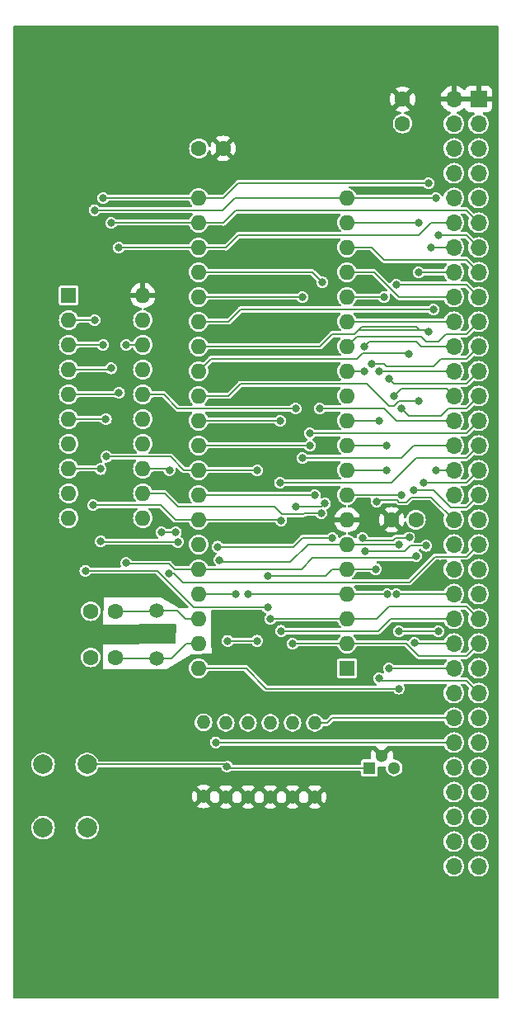
<source format=gtl>
G04 #@! TF.GenerationSoftware,KiCad,Pcbnew,(7.0.0)*
G04 #@! TF.CreationDate,2024-08-24T13:50:22-04:00*
G04 #@! TF.ProjectId,LB-6809-01,4c422d36-3830-4392-9d30-312e6b696361,2*
G04 #@! TF.SameCoordinates,Original*
G04 #@! TF.FileFunction,Copper,L1,Top*
G04 #@! TF.FilePolarity,Positive*
%FSLAX46Y46*%
G04 Gerber Fmt 4.6, Leading zero omitted, Abs format (unit mm)*
G04 Created by KiCad (PCBNEW (7.0.0)) date 2024-08-24 13:50:22*
%MOMM*%
%LPD*%
G01*
G04 APERTURE LIST*
G04 #@! TA.AperFunction,ComponentPad*
%ADD10R,1.700000X1.700000*%
G04 #@! TD*
G04 #@! TA.AperFunction,ComponentPad*
%ADD11O,1.700000X1.700000*%
G04 #@! TD*
G04 #@! TA.AperFunction,ComponentPad*
%ADD12R,1.600000X1.600000*%
G04 #@! TD*
G04 #@! TA.AperFunction,ComponentPad*
%ADD13O,1.600000X1.600000*%
G04 #@! TD*
G04 #@! TA.AperFunction,ComponentPad*
%ADD14C,1.400000*%
G04 #@! TD*
G04 #@! TA.AperFunction,ComponentPad*
%ADD15O,1.400000X1.400000*%
G04 #@! TD*
G04 #@! TA.AperFunction,ComponentPad*
%ADD16C,1.600000*%
G04 #@! TD*
G04 #@! TA.AperFunction,ComponentPad*
%ADD17C,1.500000*%
G04 #@! TD*
G04 #@! TA.AperFunction,ComponentPad*
%ADD18C,2.000000*%
G04 #@! TD*
G04 #@! TA.AperFunction,ComponentPad*
%ADD19R,1.300000X1.300000*%
G04 #@! TD*
G04 #@! TA.AperFunction,ComponentPad*
%ADD20C,1.300000*%
G04 #@! TD*
G04 #@! TA.AperFunction,ViaPad*
%ADD21C,0.800000*%
G04 #@! TD*
G04 #@! TA.AperFunction,Conductor*
%ADD22C,0.203200*%
G04 #@! TD*
G04 APERTURE END LIST*
D10*
X179889999Y-54614999D03*
D11*
X177349999Y-54614999D03*
X179889999Y-57154999D03*
X177349999Y-57154999D03*
X179889999Y-59694999D03*
X177349999Y-59694999D03*
X179889999Y-62234999D03*
X177349999Y-62234999D03*
X179889999Y-64774999D03*
X177349999Y-64774999D03*
X179889999Y-67314999D03*
X177349999Y-67314999D03*
X179889999Y-69854999D03*
X177349999Y-69854999D03*
X179889999Y-72394999D03*
X177349999Y-72394999D03*
X179889999Y-74934999D03*
X177349999Y-74934999D03*
X179889999Y-77474999D03*
X177349999Y-77474999D03*
X179889999Y-80014999D03*
X177349999Y-80014999D03*
X179889999Y-82554999D03*
X177349999Y-82554999D03*
X179889999Y-85094999D03*
X177349999Y-85094999D03*
X179889999Y-87634999D03*
X177349999Y-87634999D03*
X179889999Y-90174999D03*
X177349999Y-90174999D03*
X179889999Y-92714999D03*
X177349999Y-92714999D03*
X179889999Y-95254999D03*
X177349999Y-95254999D03*
X179889999Y-97794999D03*
X177349999Y-97794999D03*
X179889999Y-100334999D03*
X177349999Y-100334999D03*
X179889999Y-102874999D03*
X177349999Y-102874999D03*
X179889999Y-105414999D03*
X177349999Y-105414999D03*
X179889999Y-107954999D03*
X177349999Y-107954999D03*
X179889999Y-110494999D03*
X177349999Y-110494999D03*
X179889999Y-113034999D03*
X177349999Y-113034999D03*
X179889999Y-115574999D03*
X177349999Y-115574999D03*
X179889999Y-118114999D03*
X177349999Y-118114999D03*
X179889999Y-120654999D03*
X177349999Y-120654999D03*
X179889999Y-123194999D03*
X177349999Y-123194999D03*
X179889999Y-125734999D03*
X177349999Y-125734999D03*
X179889999Y-128274999D03*
X177349999Y-128274999D03*
X179889999Y-130814999D03*
X177349999Y-130814999D03*
X179889999Y-133354999D03*
X177349999Y-133354999D03*
D12*
X166374999Y-113024999D03*
D13*
X166374999Y-110484999D03*
X166374999Y-107944999D03*
X166374999Y-105404999D03*
X166374999Y-102864999D03*
X166374999Y-100324999D03*
X166374999Y-97784999D03*
X166374999Y-95244999D03*
X166374999Y-92704999D03*
X166374999Y-90164999D03*
X166374999Y-87624999D03*
X166374999Y-85084999D03*
X166374999Y-82544999D03*
X166374999Y-80004999D03*
X166374999Y-77464999D03*
X166374999Y-74924999D03*
X166374999Y-72384999D03*
X166374999Y-69844999D03*
X166374999Y-67304999D03*
X166374999Y-64764999D03*
X151134999Y-64764999D03*
X151134999Y-67304999D03*
X151134999Y-69844999D03*
X151134999Y-72384999D03*
X151134999Y-74924999D03*
X151134999Y-77464999D03*
X151134999Y-80004999D03*
X151134999Y-82544999D03*
X151134999Y-85084999D03*
X151134999Y-87624999D03*
X151134999Y-90164999D03*
X151134999Y-92704999D03*
X151134999Y-95244999D03*
X151134999Y-97784999D03*
X151134999Y-100324999D03*
X151134999Y-102864999D03*
X151134999Y-105404999D03*
X151134999Y-107944999D03*
X151134999Y-110484999D03*
X151134999Y-113024999D03*
D14*
X153924000Y-126238000D03*
D15*
X153923999Y-118617999D03*
D14*
X158496000Y-126238000D03*
D15*
X158495999Y-118617999D03*
D14*
X163068000Y-126238000D03*
D15*
X163067999Y-118617999D03*
D14*
X156210000Y-126238000D03*
D15*
X156209999Y-118617999D03*
D14*
X151638000Y-126187200D03*
D15*
X151637999Y-118567199D03*
D16*
X140044800Y-107162600D03*
X142544800Y-107162600D03*
D17*
X146812000Y-107100200D03*
X146812000Y-111980200D03*
D12*
X137779599Y-74757199D03*
D13*
X137779599Y-77297199D03*
X137779599Y-79837199D03*
X137779599Y-82377199D03*
X137779599Y-84917199D03*
X137779599Y-87457199D03*
X137779599Y-89997199D03*
X137779599Y-92537199D03*
X137779599Y-95077199D03*
X137779599Y-97617199D03*
X145399599Y-97617199D03*
X145399599Y-95077199D03*
X145399599Y-92537199D03*
X145399599Y-89997199D03*
X145399599Y-87457199D03*
X145399599Y-84917199D03*
X145399599Y-82377199D03*
X145399599Y-79837199D03*
X145399599Y-77297199D03*
X145399599Y-74757199D03*
D16*
X151150000Y-59690000D03*
X153650000Y-59690000D03*
X172085000Y-57130000D03*
X172085000Y-54630000D03*
D18*
X135164000Y-129386400D03*
X135164000Y-122886400D03*
X139664000Y-129386400D03*
X139664000Y-122886400D03*
D19*
X168681399Y-123245199D03*
D20*
X169951400Y-121975200D03*
X171221400Y-123245200D03*
D14*
X160782000Y-126238000D03*
D15*
X160781999Y-118617999D03*
D16*
X140044800Y-111912400D03*
X142544800Y-111912400D03*
X173462000Y-97790000D03*
X170962000Y-97790000D03*
D21*
X173736000Y-72390000D03*
X173736000Y-67310000D03*
X140436600Y-66014600D03*
X175768000Y-68580000D03*
X140436600Y-77292200D03*
X175514000Y-64770000D03*
X141325600Y-64765000D03*
X175011000Y-69855000D03*
X174752000Y-63246000D03*
X141325600Y-79832200D03*
X142138400Y-67335400D03*
X142138400Y-82245200D03*
X142925800Y-69850000D03*
X142951200Y-84759800D03*
X174752000Y-78486000D03*
X173228000Y-94742000D03*
X172720000Y-80772000D03*
X175260000Y-76200000D03*
X175514000Y-92710000D03*
X161798000Y-74930000D03*
X161798000Y-91440000D03*
X171958000Y-95250000D03*
X171958000Y-86360000D03*
X171196000Y-85090000D03*
X170434000Y-92710000D03*
X173736000Y-85598000D03*
X174244000Y-93980000D03*
X170688000Y-83312000D03*
X170434000Y-90170000D03*
X163576000Y-86360000D03*
X163830000Y-73406000D03*
X169672000Y-82550000D03*
X169672000Y-87630000D03*
X162560000Y-88900000D03*
X162560000Y-90170000D03*
X168910000Y-81788000D03*
X159486600Y-93980000D03*
X159486600Y-87630000D03*
X168148000Y-82550000D03*
X168148000Y-80010000D03*
X171450000Y-73660000D03*
X170180000Y-74930000D03*
X154051000Y-123113800D03*
X173309095Y-110408905D03*
X154940000Y-105410000D03*
X141071600Y-92583000D03*
X171678600Y-100330000D03*
X148996400Y-100050600D03*
X171450000Y-105410000D03*
X153263600Y-101904800D03*
X141071600Y-99999800D03*
X158496000Y-107950000D03*
X159607303Y-97856801D03*
X159613600Y-109194600D03*
X140284200Y-96291400D03*
X160782000Y-110490000D03*
X171704000Y-109220000D03*
X171704000Y-115112800D03*
X175768000Y-109220000D03*
X158216600Y-106781600D03*
X139496800Y-103022400D03*
X158216600Y-103518500D03*
X169672000Y-114046000D03*
X169341800Y-102844600D03*
X143662400Y-102235000D03*
X173469300Y-101511100D03*
X143687800Y-79832200D03*
X163068000Y-95250000D03*
X141630400Y-91313000D03*
X157149800Y-110210600D03*
X141605000Y-87477600D03*
X152882600Y-120624600D03*
X154127200Y-110210600D03*
X157149800Y-92710000D03*
X156210000Y-105410000D03*
X170683000Y-113035000D03*
X170498097Y-105410000D03*
X153085800Y-100558600D03*
X164871400Y-99644200D03*
X167944800Y-99669600D03*
X147320000Y-99060000D03*
X172765905Y-99613905D03*
X148786300Y-99060000D03*
X164109400Y-96113600D03*
X161086800Y-86385400D03*
X161086800Y-96443800D03*
X169418000Y-95898500D03*
X148132800Y-92684600D03*
X148124995Y-103335005D03*
X163721500Y-97097300D03*
X168275000Y-100978500D03*
X174498000Y-100457000D03*
D22*
X148364800Y-111980200D02*
X149860000Y-110485000D01*
X146812000Y-111980200D02*
X148364800Y-111980200D01*
X149860000Y-110485000D02*
X151135000Y-110485000D01*
X148964400Y-107100200D02*
X149809200Y-107945000D01*
X146812000Y-107100200D02*
X148964400Y-107100200D01*
X151135000Y-107945000D02*
X149809200Y-107945000D01*
X173741000Y-72395000D02*
X177350000Y-72395000D01*
X166375000Y-67305000D02*
X173731000Y-67305000D01*
X173736000Y-72390000D02*
X173741000Y-72395000D01*
X173731000Y-67305000D02*
X173736000Y-67310000D01*
X154868800Y-64765000D02*
X153619200Y-66014600D01*
X166375000Y-64765000D02*
X154868800Y-64765000D01*
X137779600Y-77297200D02*
X140431600Y-77297200D01*
X178615000Y-68580000D02*
X175768000Y-68580000D01*
X175514000Y-64770000D02*
X175509000Y-64765000D01*
X140431600Y-77297200D02*
X140436600Y-77292200D01*
X140436600Y-66014600D02*
X153619200Y-66014600D01*
X179890000Y-69855000D02*
X178615000Y-68580000D01*
X175509000Y-64765000D02*
X166375000Y-64765000D01*
X137779600Y-79837200D02*
X141320600Y-79837200D01*
X141320600Y-79837200D02*
X141325600Y-79832200D01*
X155194000Y-63246000D02*
X153670000Y-64770000D01*
X177350000Y-69855000D02*
X175011000Y-69855000D01*
X174752000Y-63246000D02*
X155194000Y-63246000D01*
X151135000Y-64765000D02*
X141325600Y-64765000D01*
X153665000Y-64765000D02*
X151135000Y-64765000D01*
X153670000Y-64770000D02*
X153665000Y-64765000D01*
X142168800Y-67305000D02*
X151135000Y-67305000D01*
X154940000Y-66040000D02*
X153670000Y-67310000D01*
X178615000Y-66040000D02*
X154940000Y-66040000D01*
X137779600Y-82377200D02*
X142006400Y-82377200D01*
X142006400Y-82377200D02*
X142138400Y-82245200D01*
X142138400Y-67335400D02*
X142168800Y-67305000D01*
X179890000Y-67315000D02*
X178615000Y-66040000D01*
X153670000Y-67310000D02*
X153665000Y-67305000D01*
X153665000Y-67305000D02*
X151135000Y-67305000D01*
X177350000Y-67315000D02*
X175001000Y-67315000D01*
X142793800Y-84917200D02*
X142951200Y-84759800D01*
X155194000Y-68580000D02*
X153924000Y-69850000D01*
X137779600Y-84917200D02*
X142793800Y-84917200D01*
X155194000Y-68580000D02*
X173736000Y-68580000D01*
X153924000Y-69850000D02*
X153919000Y-69845000D01*
X173736000Y-68580000D02*
X175001000Y-67315000D01*
X142925800Y-69850000D02*
X142930800Y-69845000D01*
X142930800Y-69845000D02*
X151135000Y-69845000D01*
X153919000Y-69845000D02*
X151135000Y-69845000D01*
X173487784Y-77983784D02*
X173736000Y-78232000D01*
X164846000Y-78740000D02*
X167137784Y-78740000D01*
X163581000Y-80005000D02*
X164846000Y-78740000D01*
X167515892Y-78361892D02*
X167894000Y-77983784D01*
X167515892Y-78361892D02*
X174627892Y-78361892D01*
X151135000Y-80005000D02*
X163581000Y-80005000D01*
X167894000Y-77983784D02*
X173487784Y-77983784D01*
X174627892Y-78361892D02*
X174752000Y-78486000D01*
X167137784Y-78740000D02*
X167515892Y-78361892D01*
X172611511Y-80663511D02*
X168002489Y-80663511D01*
X177053708Y-96520000D02*
X175275708Y-94742000D01*
X172720000Y-80772000D02*
X172611511Y-80663511D01*
X167386000Y-81280000D02*
X152400000Y-81280000D01*
X175275708Y-94742000D02*
X173228000Y-94742000D01*
X168002489Y-80663511D02*
X167386000Y-81280000D01*
X152400000Y-81280000D02*
X151135000Y-82545000D01*
X178625000Y-96520000D02*
X177053708Y-96520000D01*
X179890000Y-95255000D02*
X178625000Y-96520000D01*
X175519000Y-92715000D02*
X175514000Y-92710000D01*
X155448000Y-76200000D02*
X175260000Y-76200000D01*
X177350000Y-92715000D02*
X175519000Y-92715000D01*
X154183000Y-77465000D02*
X155448000Y-76200000D01*
X151135000Y-77465000D02*
X154183000Y-77465000D01*
X171958000Y-91440000D02*
X161798000Y-91440000D01*
X177350000Y-90175000D02*
X173223000Y-90175000D01*
X161793000Y-74925000D02*
X151135000Y-74925000D01*
X161798000Y-74930000D02*
X161793000Y-74925000D01*
X171958000Y-91440000D02*
X173223000Y-90175000D01*
X171953000Y-95245000D02*
X166375000Y-95245000D01*
X178625000Y-86360000D02*
X179890000Y-85095000D01*
X171958000Y-86360000D02*
X172720000Y-87122000D01*
X176022000Y-87122000D02*
X176784000Y-86360000D01*
X172720000Y-87122000D02*
X176022000Y-87122000D01*
X171958000Y-95250000D02*
X171953000Y-95245000D01*
X176784000Y-86360000D02*
X178625000Y-86360000D01*
X171196000Y-85090000D02*
X171958000Y-84328000D01*
X171958000Y-84328000D02*
X176583000Y-84328000D01*
X170434000Y-92710000D02*
X170429000Y-92705000D01*
X176583000Y-84328000D02*
X177350000Y-85095000D01*
X170429000Y-92705000D02*
X166375000Y-92705000D01*
X178625000Y-93980000D02*
X179890000Y-92715000D01*
X173736000Y-85598000D02*
X171704000Y-85598000D01*
X168418694Y-83836694D02*
X155431306Y-83836694D01*
X170688000Y-86106000D02*
X168418694Y-83836694D01*
X154183000Y-85085000D02*
X155431306Y-83836694D01*
X171704000Y-85598000D02*
X171196000Y-86106000D01*
X174244000Y-93980000D02*
X178625000Y-93980000D01*
X171196000Y-86106000D02*
X170688000Y-86106000D01*
X151135000Y-85085000D02*
X154183000Y-85085000D01*
X179890000Y-82555000D02*
X178625000Y-83820000D01*
X170429000Y-90165000D02*
X170434000Y-90170000D01*
X178625000Y-83820000D02*
X171196000Y-83820000D01*
X171196000Y-83820000D02*
X170688000Y-83312000D01*
X166375000Y-90165000D02*
X170429000Y-90165000D01*
X163830000Y-73406000D02*
X162809000Y-72385000D01*
X170180000Y-86360000D02*
X163576000Y-86360000D01*
X177350000Y-87635000D02*
X171455000Y-87635000D01*
X171455000Y-87635000D02*
X170180000Y-86360000D01*
X162809000Y-72385000D02*
X151135000Y-72385000D01*
X169672000Y-82550000D02*
X169677000Y-82555000D01*
X169667000Y-87625000D02*
X169672000Y-87630000D01*
X169677000Y-82555000D02*
X177350000Y-82555000D01*
X166375000Y-87625000D02*
X169667000Y-87625000D01*
X162814000Y-88900000D02*
X162560000Y-88900000D01*
X162560000Y-90170000D02*
X162555000Y-90165000D01*
X179890000Y-87635000D02*
X178625000Y-88900000D01*
X162555000Y-90165000D02*
X151135000Y-90165000D01*
X178625000Y-88900000D02*
X162814000Y-88900000D01*
X170434000Y-82042000D02*
X170180000Y-81788000D01*
X170434000Y-82042000D02*
X175260000Y-82042000D01*
X178625000Y-81280000D02*
X179890000Y-80015000D01*
X175260000Y-82042000D02*
X176022000Y-81280000D01*
X170180000Y-81788000D02*
X168910000Y-81788000D01*
X176022000Y-81280000D02*
X178625000Y-81280000D01*
X159486600Y-93980000D02*
X170942000Y-93980000D01*
X170942000Y-93980000D02*
X173482000Y-91440000D01*
X151135000Y-87625000D02*
X159481600Y-87625000D01*
X159481600Y-87625000D02*
X159486600Y-87630000D01*
X178625000Y-91440000D02*
X179890000Y-90175000D01*
X173482000Y-91440000D02*
X178625000Y-91440000D01*
X168143000Y-82545000D02*
X168148000Y-82550000D01*
X166375000Y-82545000D02*
X168143000Y-82545000D01*
X173482000Y-79502000D02*
X168656000Y-79502000D01*
X173995000Y-80015000D02*
X173482000Y-79502000D01*
X168656000Y-79502000D02*
X168148000Y-80010000D01*
X173995000Y-80015000D02*
X177350000Y-80015000D01*
X174498000Y-79502000D02*
X175768000Y-79502000D01*
X178625000Y-78740000D02*
X179890000Y-77475000D01*
X167386000Y-78994000D02*
X173990000Y-78994000D01*
X176530000Y-78740000D02*
X178625000Y-78740000D01*
X175768000Y-79502000D02*
X176530000Y-78740000D01*
X173990000Y-78994000D02*
X174498000Y-79502000D01*
X166375000Y-80005000D02*
X167386000Y-78994000D01*
X177350000Y-77475000D02*
X166385000Y-77475000D01*
X170175000Y-74925000D02*
X166375000Y-74925000D01*
X179890000Y-74935000D02*
X178615000Y-73660000D01*
X178615000Y-73660000D02*
X171450000Y-73660000D01*
X170180000Y-74930000D02*
X170175000Y-74925000D01*
X169159000Y-72385000D02*
X166375000Y-72385000D01*
X171709000Y-74935000D02*
X169159000Y-72385000D01*
X177350000Y-74935000D02*
X171709000Y-74935000D01*
X168905000Y-69845000D02*
X166375000Y-69845000D01*
X178615000Y-71120000D02*
X170180000Y-71120000D01*
X170180000Y-71120000D02*
X168905000Y-69845000D01*
X179890000Y-72395000D02*
X178615000Y-71120000D01*
X153823600Y-122886400D02*
X139664000Y-122886400D01*
X154935000Y-105405000D02*
X154940000Y-105410000D01*
X154051000Y-123113800D02*
X153823600Y-122886400D01*
X177350000Y-110495000D02*
X173395190Y-110495000D01*
X168681400Y-123245200D02*
X154182400Y-123245200D01*
X173395190Y-110495000D02*
X173309095Y-110408905D01*
X154182400Y-123245200D02*
X154051000Y-123113800D01*
X151135000Y-105405000D02*
X154935000Y-105405000D01*
X177350000Y-105415000D02*
X171455000Y-105415000D01*
X171678600Y-100330000D02*
X171673600Y-100325000D01*
X148996400Y-100050600D02*
X141122400Y-100050600D01*
X160553400Y-102133400D02*
X153492200Y-102133400D01*
X141122400Y-100050600D02*
X141071600Y-99999800D01*
X141071600Y-92583000D02*
X141025800Y-92537200D01*
X162361800Y-100325000D02*
X160553400Y-102133400D01*
X171673600Y-100325000D02*
X166375000Y-100325000D01*
X141025800Y-92537200D02*
X137779600Y-92537200D01*
X171455000Y-105415000D02*
X171450000Y-105410000D01*
X153492200Y-102133400D02*
X153263600Y-101904800D01*
X166375000Y-100325000D02*
X162361800Y-100325000D01*
X178615000Y-106680000D02*
X170688000Y-106680000D01*
X158496000Y-107950000D02*
X158501000Y-107945000D01*
X179890000Y-107955000D02*
X178615000Y-106680000D01*
X169413000Y-107945000D02*
X166375000Y-107945000D01*
X158501000Y-107945000D02*
X166375000Y-107945000D01*
X170688000Y-106680000D02*
X169418000Y-107950000D01*
X169418000Y-107950000D02*
X169413000Y-107945000D01*
X159639000Y-109220000D02*
X159613600Y-109194600D01*
X159639000Y-109220000D02*
X169626200Y-109220000D01*
X140309600Y-96266000D02*
X140284200Y-96291400D01*
X169626200Y-109220000D02*
X170891200Y-107955000D01*
X140309600Y-96266000D02*
X147218400Y-96266000D01*
X159535502Y-97785000D02*
X159607303Y-97856801D01*
X177350000Y-107955000D02*
X170891200Y-107955000D01*
X151135000Y-97785000D02*
X159535502Y-97785000D01*
X148737400Y-97785000D02*
X151135000Y-97785000D01*
X147218400Y-96266000D02*
X148737400Y-97785000D01*
X178625000Y-111760000D02*
X179890000Y-110495000D01*
X160787000Y-110485000D02*
X160782000Y-110490000D01*
X172461000Y-110485000D02*
X173736000Y-111760000D01*
X173736000Y-111760000D02*
X178625000Y-111760000D01*
X166375000Y-110485000D02*
X160787000Y-110485000D01*
X166375000Y-110485000D02*
X172461000Y-110485000D01*
X158089600Y-115112800D02*
X171704000Y-115112800D01*
X156001800Y-113025000D02*
X158089600Y-115112800D01*
X175768000Y-109220000D02*
X171704000Y-109220000D01*
X151135000Y-113025000D02*
X156001800Y-113025000D01*
X158216600Y-103518500D02*
X164192500Y-103518500D01*
X178615000Y-114300000D02*
X169926000Y-114300000D01*
X169321400Y-102865000D02*
X169341800Y-102844600D01*
X166375000Y-102865000D02*
X169321400Y-102865000D01*
X146888200Y-103022400D02*
X139496800Y-103022400D01*
X158216600Y-106781600D02*
X158165800Y-106730800D01*
X164192500Y-103518500D02*
X164846000Y-102865000D01*
X169926000Y-114300000D02*
X169672000Y-114046000D01*
X164846000Y-102865000D02*
X166375000Y-102865000D01*
X150596600Y-106730800D02*
X146888200Y-103022400D01*
X158165800Y-106730800D02*
X150596600Y-106730800D01*
X179890000Y-115575000D02*
X178615000Y-114300000D01*
X143732200Y-102304800D02*
X143662400Y-102235000D01*
X148101000Y-102304800D02*
X143732200Y-102304800D01*
X145399600Y-79837200D02*
X143692800Y-79837200D01*
X148661200Y-102865000D02*
X151135000Y-102865000D01*
X173278800Y-101701600D02*
X162839400Y-101701600D01*
X148101000Y-102304800D02*
X148661200Y-102865000D01*
X162839400Y-101701600D02*
X161676000Y-102865000D01*
X161676000Y-102865000D02*
X151135000Y-102865000D01*
X173469300Y-101511100D02*
X173278800Y-101701600D01*
X143692800Y-79837200D02*
X143687800Y-79832200D01*
X163068000Y-118618000D02*
X164338000Y-118618000D01*
X164841000Y-118115000D02*
X164338000Y-118618000D01*
X177350000Y-118115000D02*
X164841000Y-118115000D01*
X163063000Y-95245000D02*
X151135000Y-95245000D01*
X163068000Y-95250000D02*
X163063000Y-95245000D01*
X152913000Y-120655000D02*
X152882600Y-120624600D01*
X157144800Y-92705000D02*
X157149800Y-92710000D01*
X141584600Y-87457200D02*
X141605000Y-87477600D01*
X149626400Y-92705000D02*
X148234400Y-91313000D01*
X148234400Y-91313000D02*
X141630400Y-91313000D01*
X151135000Y-92705000D02*
X149626400Y-92705000D01*
X137779600Y-87457200D02*
X141584600Y-87457200D01*
X157149800Y-110210600D02*
X154127200Y-110210600D01*
X177350000Y-120655000D02*
X152913000Y-120655000D01*
X151135000Y-92705000D02*
X157144800Y-92705000D01*
X177350000Y-113035000D02*
X170683000Y-113035000D01*
X166375000Y-105405000D02*
X156215000Y-105405000D01*
X170493097Y-105405000D02*
X170498097Y-105410000D01*
X166375000Y-105405000D02*
X170493097Y-105405000D01*
X156215000Y-105405000D02*
X156210000Y-105410000D01*
X153085800Y-100558600D02*
X160883600Y-100558600D01*
X147320000Y-99060000D02*
X148786300Y-99060000D01*
X168224200Y-99872800D02*
X168021000Y-99669600D01*
X161798000Y-99644200D02*
X164871400Y-99644200D01*
X160883600Y-100558600D02*
X161798000Y-99644200D01*
X171373800Y-99644200D02*
X171145200Y-99872800D01*
X171145200Y-99872800D02*
X168224200Y-99872800D01*
X172796200Y-99644200D02*
X171373800Y-99644200D01*
X168021000Y-99669600D02*
X167944800Y-99669600D01*
X149021800Y-86385400D02*
X161086800Y-86385400D01*
X147553600Y-84917200D02*
X148971000Y-86334600D01*
X145399600Y-84917200D02*
X147553600Y-84917200D01*
X169533100Y-95783400D02*
X169418000Y-95898500D01*
X164058600Y-96113600D02*
X163728400Y-96443800D01*
X175033600Y-95478600D02*
X172948600Y-95478600D01*
X177350000Y-97795000D02*
X175033600Y-95478600D01*
X171500800Y-95783400D02*
X171704000Y-95986600D01*
X171704000Y-95986600D02*
X172440600Y-95986600D01*
X161086800Y-96443800D02*
X163728400Y-96443800D01*
X169824400Y-95783400D02*
X171500800Y-95783400D01*
X148971000Y-86334600D02*
X149021800Y-86385400D01*
X164109400Y-96113600D02*
X164058600Y-96113600D01*
X172948600Y-95478600D02*
X172440600Y-95986600D01*
X169824400Y-95783400D02*
X169533100Y-95783400D01*
X177673000Y-101574600D02*
X178650400Y-101574600D01*
X175945800Y-101600000D02*
X175971200Y-101574600D01*
X147985400Y-92537200D02*
X145399600Y-92537200D01*
X148132800Y-92684600D02*
X147985400Y-92537200D01*
X157226000Y-104216200D02*
X172770800Y-104216200D01*
X148623205Y-103335005D02*
X149529800Y-104241600D01*
X179890000Y-100335000D02*
X178650400Y-101574600D01*
X157226000Y-104216200D02*
X157200600Y-104241600D01*
X175971200Y-101574600D02*
X177673000Y-101574600D01*
X148623205Y-103335005D02*
X148124995Y-103335005D01*
X157200600Y-104241600D02*
X149529800Y-104241600D01*
X175412400Y-101574600D02*
X172770800Y-104216200D01*
X177673000Y-101574600D02*
X175412400Y-101574600D01*
X172999400Y-100457000D02*
X172923200Y-100380800D01*
X172320000Y-100984000D02*
X172923200Y-100380800D01*
X174498000Y-100457000D02*
X172999400Y-100457000D01*
X168280500Y-100984000D02*
X172320000Y-100984000D01*
X162001200Y-97104200D02*
X162008100Y-97097300D01*
X158902400Y-96443800D02*
X159664400Y-97205800D01*
X163714600Y-97104200D02*
X163721500Y-97097300D01*
X149021800Y-96443800D02*
X158902400Y-96443800D01*
X147655200Y-95077200D02*
X149021800Y-96443800D01*
X162001200Y-97104200D02*
X163714600Y-97104200D01*
X168275000Y-100978500D02*
X168280500Y-100984000D01*
X159664400Y-97205800D02*
X161899600Y-97205800D01*
X145399600Y-95077200D02*
X147655200Y-95077200D01*
X161899600Y-97205800D02*
X162001200Y-97104200D01*
X142544800Y-107162600D02*
X146749600Y-107162600D01*
X146812000Y-111980200D02*
X142612600Y-111980200D01*
G04 #@! TA.AperFunction,Conductor*
G36*
X181861500Y-47092381D02*
G01*
X181907619Y-47138500D01*
X181924500Y-47201500D01*
X181924500Y-146798500D01*
X181907619Y-146861500D01*
X181861500Y-146907619D01*
X181798500Y-146924500D01*
X132206000Y-146924500D01*
X132143000Y-146907619D01*
X132096881Y-146861500D01*
X132080000Y-146798500D01*
X132080000Y-133355000D01*
X176291202Y-133355000D01*
X176291809Y-133361163D01*
X176310939Y-133555397D01*
X176310940Y-133555405D01*
X176311547Y-133561561D01*
X176371798Y-133760184D01*
X176469642Y-133943237D01*
X176601317Y-134103683D01*
X176761763Y-134235358D01*
X176944816Y-134333202D01*
X177143439Y-134393453D01*
X177350000Y-134413798D01*
X177556561Y-134393453D01*
X177755184Y-134333202D01*
X177938237Y-134235358D01*
X178098683Y-134103683D01*
X178230358Y-133943237D01*
X178328202Y-133760184D01*
X178388453Y-133561561D01*
X178408798Y-133355000D01*
X178831202Y-133355000D01*
X178831809Y-133361163D01*
X178850939Y-133555397D01*
X178850940Y-133555405D01*
X178851547Y-133561561D01*
X178911798Y-133760184D01*
X179009642Y-133943237D01*
X179141317Y-134103683D01*
X179301763Y-134235358D01*
X179484816Y-134333202D01*
X179683439Y-134393453D01*
X179890000Y-134413798D01*
X180096561Y-134393453D01*
X180295184Y-134333202D01*
X180478237Y-134235358D01*
X180638683Y-134103683D01*
X180770358Y-133943237D01*
X180868202Y-133760184D01*
X180928453Y-133561561D01*
X180948798Y-133355000D01*
X180928453Y-133148439D01*
X180868202Y-132949816D01*
X180770358Y-132766763D01*
X180638683Y-132606317D01*
X180478237Y-132474642D01*
X180295184Y-132376798D01*
X180289263Y-132375002D01*
X180289261Y-132375001D01*
X180102483Y-132318343D01*
X180102479Y-132318342D01*
X180096561Y-132316547D01*
X180090405Y-132315940D01*
X180090397Y-132315939D01*
X179896163Y-132296809D01*
X179890000Y-132296202D01*
X179883837Y-132296809D01*
X179689602Y-132315939D01*
X179689592Y-132315940D01*
X179683439Y-132316547D01*
X179677522Y-132318341D01*
X179677516Y-132318343D01*
X179490738Y-132375001D01*
X179490732Y-132375003D01*
X179484816Y-132376798D01*
X179479358Y-132379715D01*
X179479354Y-132379717D01*
X179307222Y-132471724D01*
X179301763Y-132474642D01*
X179296984Y-132478563D01*
X179296978Y-132478568D01*
X179146096Y-132602394D01*
X179146090Y-132602399D01*
X179141317Y-132606317D01*
X179137399Y-132611090D01*
X179137394Y-132611096D01*
X179013568Y-132761978D01*
X179013563Y-132761984D01*
X179009642Y-132766763D01*
X179006724Y-132772221D01*
X179006724Y-132772222D01*
X178914717Y-132944354D01*
X178914715Y-132944358D01*
X178911798Y-132949816D01*
X178910003Y-132955732D01*
X178910001Y-132955738D01*
X178853343Y-133142516D01*
X178853341Y-133142522D01*
X178851547Y-133148439D01*
X178850940Y-133154592D01*
X178850939Y-133154602D01*
X178831809Y-133348837D01*
X178831202Y-133355000D01*
X178408798Y-133355000D01*
X178388453Y-133148439D01*
X178328202Y-132949816D01*
X178230358Y-132766763D01*
X178098683Y-132606317D01*
X177938237Y-132474642D01*
X177755184Y-132376798D01*
X177749263Y-132375002D01*
X177749261Y-132375001D01*
X177562483Y-132318343D01*
X177562479Y-132318342D01*
X177556561Y-132316547D01*
X177550405Y-132315940D01*
X177550397Y-132315939D01*
X177356163Y-132296809D01*
X177350000Y-132296202D01*
X177343837Y-132296809D01*
X177149602Y-132315939D01*
X177149592Y-132315940D01*
X177143439Y-132316547D01*
X177137522Y-132318341D01*
X177137516Y-132318343D01*
X176950738Y-132375001D01*
X176950732Y-132375003D01*
X176944816Y-132376798D01*
X176939358Y-132379715D01*
X176939354Y-132379717D01*
X176767222Y-132471724D01*
X176761763Y-132474642D01*
X176756984Y-132478563D01*
X176756978Y-132478568D01*
X176606096Y-132602394D01*
X176606090Y-132602399D01*
X176601317Y-132606317D01*
X176597399Y-132611090D01*
X176597394Y-132611096D01*
X176473568Y-132761978D01*
X176473563Y-132761984D01*
X176469642Y-132766763D01*
X176466724Y-132772221D01*
X176466724Y-132772222D01*
X176374717Y-132944354D01*
X176374715Y-132944358D01*
X176371798Y-132949816D01*
X176370003Y-132955732D01*
X176370001Y-132955738D01*
X176313343Y-133142516D01*
X176313341Y-133142522D01*
X176311547Y-133148439D01*
X176310940Y-133154592D01*
X176310939Y-133154602D01*
X176291809Y-133348837D01*
X176291202Y-133355000D01*
X132080000Y-133355000D01*
X132080000Y-130815000D01*
X176291202Y-130815000D01*
X176291809Y-130821163D01*
X176310939Y-131015397D01*
X176310940Y-131015405D01*
X176311547Y-131021561D01*
X176371798Y-131220184D01*
X176469642Y-131403237D01*
X176601317Y-131563683D01*
X176761763Y-131695358D01*
X176944816Y-131793202D01*
X177143439Y-131853453D01*
X177350000Y-131873798D01*
X177556561Y-131853453D01*
X177755184Y-131793202D01*
X177938237Y-131695358D01*
X178098683Y-131563683D01*
X178230358Y-131403237D01*
X178328202Y-131220184D01*
X178388453Y-131021561D01*
X178408798Y-130815000D01*
X178831202Y-130815000D01*
X178831809Y-130821163D01*
X178850939Y-131015397D01*
X178850940Y-131015405D01*
X178851547Y-131021561D01*
X178911798Y-131220184D01*
X179009642Y-131403237D01*
X179141317Y-131563683D01*
X179301763Y-131695358D01*
X179484816Y-131793202D01*
X179683439Y-131853453D01*
X179890000Y-131873798D01*
X180096561Y-131853453D01*
X180295184Y-131793202D01*
X180478237Y-131695358D01*
X180638683Y-131563683D01*
X180770358Y-131403237D01*
X180868202Y-131220184D01*
X180928453Y-131021561D01*
X180948798Y-130815000D01*
X180928453Y-130608439D01*
X180868202Y-130409816D01*
X180770358Y-130226763D01*
X180638683Y-130066317D01*
X180585634Y-130022781D01*
X180483021Y-129938568D01*
X180483020Y-129938567D01*
X180478237Y-129934642D01*
X180295184Y-129836798D01*
X180289263Y-129835002D01*
X180289261Y-129835001D01*
X180102483Y-129778343D01*
X180102479Y-129778342D01*
X180096561Y-129776547D01*
X180090405Y-129775940D01*
X180090397Y-129775939D01*
X179896163Y-129756809D01*
X179890000Y-129756202D01*
X179883837Y-129756809D01*
X179689602Y-129775939D01*
X179689592Y-129775940D01*
X179683439Y-129776547D01*
X179677522Y-129778341D01*
X179677516Y-129778343D01*
X179490738Y-129835001D01*
X179490732Y-129835003D01*
X179484816Y-129836798D01*
X179479358Y-129839715D01*
X179479354Y-129839717D01*
X179307222Y-129931724D01*
X179301763Y-129934642D01*
X179296984Y-129938563D01*
X179296978Y-129938568D01*
X179146096Y-130062394D01*
X179146090Y-130062399D01*
X179141317Y-130066317D01*
X179137399Y-130071090D01*
X179137394Y-130071096D01*
X179013568Y-130221978D01*
X179013563Y-130221984D01*
X179009642Y-130226763D01*
X179006724Y-130232221D01*
X179006724Y-130232222D01*
X178914717Y-130404354D01*
X178914715Y-130404358D01*
X178911798Y-130409816D01*
X178910003Y-130415732D01*
X178910001Y-130415738D01*
X178853343Y-130602516D01*
X178853341Y-130602522D01*
X178851547Y-130608439D01*
X178850940Y-130614592D01*
X178850939Y-130614602D01*
X178831809Y-130808837D01*
X178831202Y-130815000D01*
X178408798Y-130815000D01*
X178388453Y-130608439D01*
X178328202Y-130409816D01*
X178230358Y-130226763D01*
X178098683Y-130066317D01*
X178045634Y-130022781D01*
X177943021Y-129938568D01*
X177943020Y-129938567D01*
X177938237Y-129934642D01*
X177755184Y-129836798D01*
X177749263Y-129835002D01*
X177749261Y-129835001D01*
X177562483Y-129778343D01*
X177562479Y-129778342D01*
X177556561Y-129776547D01*
X177550405Y-129775940D01*
X177550397Y-129775939D01*
X177356163Y-129756809D01*
X177350000Y-129756202D01*
X177343837Y-129756809D01*
X177149602Y-129775939D01*
X177149592Y-129775940D01*
X177143439Y-129776547D01*
X177137522Y-129778341D01*
X177137516Y-129778343D01*
X176950738Y-129835001D01*
X176950732Y-129835003D01*
X176944816Y-129836798D01*
X176939358Y-129839715D01*
X176939354Y-129839717D01*
X176767222Y-129931724D01*
X176761763Y-129934642D01*
X176756984Y-129938563D01*
X176756978Y-129938568D01*
X176606096Y-130062394D01*
X176606090Y-130062399D01*
X176601317Y-130066317D01*
X176597399Y-130071090D01*
X176597394Y-130071096D01*
X176473568Y-130221978D01*
X176473563Y-130221984D01*
X176469642Y-130226763D01*
X176466724Y-130232221D01*
X176466724Y-130232222D01*
X176374717Y-130404354D01*
X176374715Y-130404358D01*
X176371798Y-130409816D01*
X176370003Y-130415732D01*
X176370001Y-130415738D01*
X176313343Y-130602516D01*
X176313341Y-130602522D01*
X176311547Y-130608439D01*
X176310940Y-130614592D01*
X176310939Y-130614602D01*
X176291809Y-130808837D01*
X176291202Y-130815000D01*
X132080000Y-130815000D01*
X132080000Y-129386400D01*
X133955143Y-129386400D01*
X133955680Y-129392195D01*
X133975188Y-129602729D01*
X133975189Y-129602736D01*
X133975726Y-129608527D01*
X133977319Y-129614128D01*
X133977320Y-129614130D01*
X134035178Y-129817483D01*
X134035180Y-129817489D01*
X134036774Y-129823090D01*
X134136209Y-130022781D01*
X134139718Y-130027428D01*
X134139719Y-130027429D01*
X134267131Y-130196151D01*
X134267135Y-130196155D01*
X134270644Y-130200802D01*
X134274946Y-130204724D01*
X134274949Y-130204727D01*
X134293873Y-130221978D01*
X134435501Y-130351089D01*
X134440455Y-130354156D01*
X134440456Y-130354157D01*
X134620215Y-130465459D01*
X134620219Y-130465461D01*
X134625166Y-130468524D01*
X134833181Y-130549110D01*
X135052461Y-130590100D01*
X135269711Y-130590100D01*
X135275539Y-130590100D01*
X135494819Y-130549110D01*
X135702834Y-130468524D01*
X135892499Y-130351089D01*
X136057356Y-130200802D01*
X136191791Y-130022781D01*
X136291226Y-129823090D01*
X136352274Y-129608527D01*
X136372857Y-129386400D01*
X138455143Y-129386400D01*
X138455680Y-129392195D01*
X138475188Y-129602729D01*
X138475189Y-129602736D01*
X138475726Y-129608527D01*
X138477319Y-129614128D01*
X138477320Y-129614130D01*
X138535178Y-129817483D01*
X138535180Y-129817489D01*
X138536774Y-129823090D01*
X138636209Y-130022781D01*
X138639718Y-130027428D01*
X138639719Y-130027429D01*
X138767131Y-130196151D01*
X138767135Y-130196155D01*
X138770644Y-130200802D01*
X138774946Y-130204724D01*
X138774949Y-130204727D01*
X138793873Y-130221978D01*
X138935501Y-130351089D01*
X138940455Y-130354156D01*
X138940456Y-130354157D01*
X139120215Y-130465459D01*
X139120219Y-130465461D01*
X139125166Y-130468524D01*
X139333181Y-130549110D01*
X139552461Y-130590100D01*
X139769711Y-130590100D01*
X139775539Y-130590100D01*
X139994819Y-130549110D01*
X140202834Y-130468524D01*
X140392499Y-130351089D01*
X140557356Y-130200802D01*
X140691791Y-130022781D01*
X140791226Y-129823090D01*
X140852274Y-129608527D01*
X140872857Y-129386400D01*
X140852274Y-129164273D01*
X140791226Y-128949710D01*
X140691791Y-128750019D01*
X140557356Y-128571998D01*
X140553053Y-128568075D01*
X140553050Y-128568072D01*
X140458151Y-128481561D01*
X140392499Y-128421711D01*
X140387545Y-128418644D01*
X140387543Y-128418642D01*
X140207784Y-128307340D01*
X140207776Y-128307336D01*
X140202834Y-128304276D01*
X140197407Y-128302173D01*
X140197402Y-128302171D01*
X140127266Y-128275000D01*
X176291202Y-128275000D01*
X176291809Y-128281163D01*
X176310939Y-128475397D01*
X176310940Y-128475405D01*
X176311547Y-128481561D01*
X176313342Y-128487479D01*
X176313343Y-128487483D01*
X176338980Y-128571998D01*
X176371798Y-128680184D01*
X176469642Y-128863237D01*
X176601317Y-129023683D01*
X176761763Y-129155358D01*
X176944816Y-129253202D01*
X177143439Y-129313453D01*
X177350000Y-129333798D01*
X177556561Y-129313453D01*
X177755184Y-129253202D01*
X177938237Y-129155358D01*
X178098683Y-129023683D01*
X178230358Y-128863237D01*
X178328202Y-128680184D01*
X178388453Y-128481561D01*
X178408798Y-128275000D01*
X178831202Y-128275000D01*
X178831809Y-128281163D01*
X178850939Y-128475397D01*
X178850940Y-128475405D01*
X178851547Y-128481561D01*
X178853342Y-128487479D01*
X178853343Y-128487483D01*
X178878980Y-128571998D01*
X178911798Y-128680184D01*
X179009642Y-128863237D01*
X179141317Y-129023683D01*
X179301763Y-129155358D01*
X179484816Y-129253202D01*
X179683439Y-129313453D01*
X179890000Y-129333798D01*
X180096561Y-129313453D01*
X180295184Y-129253202D01*
X180478237Y-129155358D01*
X180638683Y-129023683D01*
X180770358Y-128863237D01*
X180868202Y-128680184D01*
X180928453Y-128481561D01*
X180948798Y-128275000D01*
X180928453Y-128068439D01*
X180868202Y-127869816D01*
X180770358Y-127686763D01*
X180638683Y-127526317D01*
X180524575Y-127432671D01*
X180483021Y-127398568D01*
X180483020Y-127398567D01*
X180478237Y-127394642D01*
X180295184Y-127296798D01*
X180289263Y-127295002D01*
X180289261Y-127295001D01*
X180102483Y-127238343D01*
X180102479Y-127238342D01*
X180096561Y-127236547D01*
X180090405Y-127235940D01*
X180090397Y-127235939D01*
X179896163Y-127216809D01*
X179890000Y-127216202D01*
X179883837Y-127216809D01*
X179689602Y-127235939D01*
X179689592Y-127235940D01*
X179683439Y-127236547D01*
X179677522Y-127238341D01*
X179677516Y-127238343D01*
X179490738Y-127295001D01*
X179490732Y-127295003D01*
X179484816Y-127296798D01*
X179479358Y-127299715D01*
X179479354Y-127299717D01*
X179338213Y-127375159D01*
X179301763Y-127394642D01*
X179296984Y-127398563D01*
X179296978Y-127398568D01*
X179146096Y-127522394D01*
X179146090Y-127522399D01*
X179141317Y-127526317D01*
X179137399Y-127531090D01*
X179137394Y-127531096D01*
X179013568Y-127681978D01*
X179013563Y-127681984D01*
X179009642Y-127686763D01*
X179006724Y-127692221D01*
X179006724Y-127692222D01*
X178914717Y-127864354D01*
X178914715Y-127864358D01*
X178911798Y-127869816D01*
X178910003Y-127875732D01*
X178910001Y-127875738D01*
X178853343Y-128062516D01*
X178853341Y-128062522D01*
X178851547Y-128068439D01*
X178850940Y-128074592D01*
X178850939Y-128074602D01*
X178836048Y-128225794D01*
X178831202Y-128275000D01*
X178408798Y-128275000D01*
X178388453Y-128068439D01*
X178328202Y-127869816D01*
X178230358Y-127686763D01*
X178098683Y-127526317D01*
X177984575Y-127432671D01*
X177943021Y-127398568D01*
X177943020Y-127398567D01*
X177938237Y-127394642D01*
X177755184Y-127296798D01*
X177749263Y-127295002D01*
X177749261Y-127295001D01*
X177562483Y-127238343D01*
X177562479Y-127238342D01*
X177556561Y-127236547D01*
X177550405Y-127235940D01*
X177550397Y-127235939D01*
X177356163Y-127216809D01*
X177350000Y-127216202D01*
X177343837Y-127216809D01*
X177149602Y-127235939D01*
X177149592Y-127235940D01*
X177143439Y-127236547D01*
X177137522Y-127238341D01*
X177137516Y-127238343D01*
X176950738Y-127295001D01*
X176950732Y-127295003D01*
X176944816Y-127296798D01*
X176939358Y-127299715D01*
X176939354Y-127299717D01*
X176798213Y-127375159D01*
X176761763Y-127394642D01*
X176756984Y-127398563D01*
X176756978Y-127398568D01*
X176606096Y-127522394D01*
X176606090Y-127522399D01*
X176601317Y-127526317D01*
X176597399Y-127531090D01*
X176597394Y-127531096D01*
X176473568Y-127681978D01*
X176473563Y-127681984D01*
X176469642Y-127686763D01*
X176466724Y-127692221D01*
X176466724Y-127692222D01*
X176374717Y-127864354D01*
X176374715Y-127864358D01*
X176371798Y-127869816D01*
X176370003Y-127875732D01*
X176370001Y-127875738D01*
X176313343Y-128062516D01*
X176313341Y-128062522D01*
X176311547Y-128068439D01*
X176310940Y-128074592D01*
X176310939Y-128074602D01*
X176296048Y-128225794D01*
X176291202Y-128275000D01*
X140127266Y-128275000D01*
X140000252Y-128225794D01*
X140000244Y-128225791D01*
X139994819Y-128223690D01*
X139989102Y-128222621D01*
X139989094Y-128222619D01*
X139781265Y-128183770D01*
X139781261Y-128183769D01*
X139775539Y-128182700D01*
X139552461Y-128182700D01*
X139546739Y-128183769D01*
X139546734Y-128183770D01*
X139338905Y-128222619D01*
X139338894Y-128222621D01*
X139333181Y-128223690D01*
X139327758Y-128225790D01*
X139327747Y-128225794D01*
X139130597Y-128302171D01*
X139130587Y-128302175D01*
X139125166Y-128304276D01*
X139120227Y-128307333D01*
X139120215Y-128307340D01*
X138940456Y-128418642D01*
X138940448Y-128418647D01*
X138935501Y-128421711D01*
X138931194Y-128425636D01*
X138931193Y-128425638D01*
X138774949Y-128568072D01*
X138774941Y-128568080D01*
X138770644Y-128571998D01*
X138767139Y-128576638D01*
X138767131Y-128576648D01*
X138639719Y-128745370D01*
X138639715Y-128745375D01*
X138636209Y-128750019D01*
X138633614Y-128755229D01*
X138633611Y-128755235D01*
X138539373Y-128944490D01*
X138536774Y-128949710D01*
X138535181Y-128955306D01*
X138535178Y-128955316D01*
X138477320Y-129158669D01*
X138475726Y-129164273D01*
X138475189Y-129170061D01*
X138475188Y-129170070D01*
X138460017Y-129333798D01*
X138455143Y-129386400D01*
X136372857Y-129386400D01*
X136352274Y-129164273D01*
X136291226Y-128949710D01*
X136191791Y-128750019D01*
X136057356Y-128571998D01*
X136053053Y-128568075D01*
X136053050Y-128568072D01*
X135958151Y-128481561D01*
X135892499Y-128421711D01*
X135887545Y-128418644D01*
X135887543Y-128418642D01*
X135707784Y-128307340D01*
X135707776Y-128307336D01*
X135702834Y-128304276D01*
X135697407Y-128302173D01*
X135697402Y-128302171D01*
X135500252Y-128225794D01*
X135500244Y-128225791D01*
X135494819Y-128223690D01*
X135489102Y-128222621D01*
X135489094Y-128222619D01*
X135281265Y-128183770D01*
X135281261Y-128183769D01*
X135275539Y-128182700D01*
X135052461Y-128182700D01*
X135046739Y-128183769D01*
X135046734Y-128183770D01*
X134838905Y-128222619D01*
X134838894Y-128222621D01*
X134833181Y-128223690D01*
X134827758Y-128225790D01*
X134827747Y-128225794D01*
X134630597Y-128302171D01*
X134630587Y-128302175D01*
X134625166Y-128304276D01*
X134620227Y-128307333D01*
X134620215Y-128307340D01*
X134440456Y-128418642D01*
X134440448Y-128418647D01*
X134435501Y-128421711D01*
X134431194Y-128425636D01*
X134431193Y-128425638D01*
X134274949Y-128568072D01*
X134274941Y-128568080D01*
X134270644Y-128571998D01*
X134267139Y-128576638D01*
X134267131Y-128576648D01*
X134139719Y-128745370D01*
X134139715Y-128745375D01*
X134136209Y-128750019D01*
X134133614Y-128755229D01*
X134133611Y-128755235D01*
X134039373Y-128944490D01*
X134036774Y-128949710D01*
X134035181Y-128955306D01*
X134035178Y-128955316D01*
X133977320Y-129158669D01*
X133975726Y-129164273D01*
X133975189Y-129170061D01*
X133975188Y-129170070D01*
X133960017Y-129333798D01*
X133955143Y-129386400D01*
X132080000Y-129386400D01*
X132080000Y-127202169D01*
X150985662Y-127202169D01*
X150993214Y-127210411D01*
X151027186Y-127234199D01*
X151036679Y-127239680D01*
X151218276Y-127324359D01*
X151228571Y-127328106D01*
X151422122Y-127379969D01*
X151432909Y-127381871D01*
X151632525Y-127399335D01*
X151643475Y-127399335D01*
X151843090Y-127381871D01*
X151853877Y-127379969D01*
X152047428Y-127328106D01*
X152057723Y-127324359D01*
X152210822Y-127252969D01*
X153271662Y-127252969D01*
X153279214Y-127261211D01*
X153313186Y-127284999D01*
X153322679Y-127290480D01*
X153504276Y-127375159D01*
X153514571Y-127378906D01*
X153708122Y-127430769D01*
X153718909Y-127432671D01*
X153918525Y-127450135D01*
X153929475Y-127450135D01*
X154129090Y-127432671D01*
X154139877Y-127430769D01*
X154333428Y-127378906D01*
X154343723Y-127375159D01*
X154525323Y-127290479D01*
X154534808Y-127285002D01*
X154568784Y-127261211D01*
X154576336Y-127252969D01*
X155557662Y-127252969D01*
X155565214Y-127261211D01*
X155599186Y-127284999D01*
X155608679Y-127290480D01*
X155790276Y-127375159D01*
X155800571Y-127378906D01*
X155994122Y-127430769D01*
X156004909Y-127432671D01*
X156204525Y-127450135D01*
X156215475Y-127450135D01*
X156415090Y-127432671D01*
X156425877Y-127430769D01*
X156619428Y-127378906D01*
X156629723Y-127375159D01*
X156811323Y-127290479D01*
X156820808Y-127285002D01*
X156854784Y-127261211D01*
X156862336Y-127252969D01*
X157843662Y-127252969D01*
X157851214Y-127261211D01*
X157885186Y-127284999D01*
X157894679Y-127290480D01*
X158076276Y-127375159D01*
X158086571Y-127378906D01*
X158280122Y-127430769D01*
X158290909Y-127432671D01*
X158490525Y-127450135D01*
X158501475Y-127450135D01*
X158701090Y-127432671D01*
X158711877Y-127430769D01*
X158905428Y-127378906D01*
X158915723Y-127375159D01*
X159097323Y-127290479D01*
X159106808Y-127285002D01*
X159140784Y-127261211D01*
X159148336Y-127252969D01*
X160129662Y-127252969D01*
X160137214Y-127261211D01*
X160171186Y-127284999D01*
X160180679Y-127290480D01*
X160362276Y-127375159D01*
X160372571Y-127378906D01*
X160566122Y-127430769D01*
X160576909Y-127432671D01*
X160776525Y-127450135D01*
X160787475Y-127450135D01*
X160987090Y-127432671D01*
X160997877Y-127430769D01*
X161191428Y-127378906D01*
X161201723Y-127375159D01*
X161383323Y-127290479D01*
X161392808Y-127285002D01*
X161426784Y-127261211D01*
X161434336Y-127252969D01*
X162415662Y-127252969D01*
X162423214Y-127261211D01*
X162457186Y-127284999D01*
X162466679Y-127290480D01*
X162648276Y-127375159D01*
X162658571Y-127378906D01*
X162852122Y-127430769D01*
X162862909Y-127432671D01*
X163062525Y-127450135D01*
X163073475Y-127450135D01*
X163273090Y-127432671D01*
X163283877Y-127430769D01*
X163477428Y-127378906D01*
X163487723Y-127375159D01*
X163669323Y-127290479D01*
X163678808Y-127285002D01*
X163712784Y-127261211D01*
X163720336Y-127252969D01*
X163714326Y-127243536D01*
X163079729Y-126608939D01*
X163067999Y-126602167D01*
X163056271Y-126608938D01*
X162421669Y-127243539D01*
X162415662Y-127252969D01*
X161434336Y-127252969D01*
X161428326Y-127243536D01*
X160793729Y-126608939D01*
X160781999Y-126602167D01*
X160770271Y-126608938D01*
X160135669Y-127243539D01*
X160129662Y-127252969D01*
X159148336Y-127252969D01*
X159142326Y-127243536D01*
X158507729Y-126608939D01*
X158495999Y-126602167D01*
X158484271Y-126608938D01*
X157849669Y-127243539D01*
X157843662Y-127252969D01*
X156862336Y-127252969D01*
X156856326Y-127243536D01*
X156221729Y-126608939D01*
X156209999Y-126602167D01*
X156198271Y-126608938D01*
X155563669Y-127243539D01*
X155557662Y-127252969D01*
X154576336Y-127252969D01*
X154570326Y-127243536D01*
X153935729Y-126608939D01*
X153923999Y-126602167D01*
X153912271Y-126608938D01*
X153277669Y-127243539D01*
X153271662Y-127252969D01*
X152210822Y-127252969D01*
X152239323Y-127239679D01*
X152248808Y-127234202D01*
X152282784Y-127210411D01*
X152290336Y-127202169D01*
X152284326Y-127192736D01*
X151649729Y-126558139D01*
X151637999Y-126551367D01*
X151626271Y-126558138D01*
X150991669Y-127192739D01*
X150985662Y-127202169D01*
X132080000Y-127202169D01*
X132080000Y-126192675D01*
X150425865Y-126192675D01*
X150443328Y-126392290D01*
X150445230Y-126403077D01*
X150497093Y-126596628D01*
X150500840Y-126606923D01*
X150585517Y-126788516D01*
X150591000Y-126798013D01*
X150614788Y-126831985D01*
X150623029Y-126839536D01*
X150632459Y-126833529D01*
X151267059Y-126198930D01*
X151273832Y-126187199D01*
X152002167Y-126187199D01*
X152008939Y-126198929D01*
X152643536Y-126833526D01*
X152652969Y-126839536D01*
X152671388Y-126822660D01*
X152671838Y-126823152D01*
X152708196Y-126791961D01*
X152769422Y-126779085D01*
X152829293Y-126797246D01*
X152873048Y-126841967D01*
X152877000Y-126848814D01*
X152900788Y-126882785D01*
X152909029Y-126890336D01*
X152918459Y-126884329D01*
X153553059Y-126249730D01*
X153559832Y-126237999D01*
X154288167Y-126237999D01*
X154294939Y-126249729D01*
X154929536Y-126884326D01*
X154938969Y-126890336D01*
X154947211Y-126882784D01*
X154963786Y-126859114D01*
X155008819Y-126819622D01*
X155066998Y-126805385D01*
X155125178Y-126819621D01*
X155170211Y-126859113D01*
X155186785Y-126882783D01*
X155195029Y-126890336D01*
X155204459Y-126884329D01*
X155839059Y-126249730D01*
X155845832Y-126237999D01*
X156574167Y-126237999D01*
X156580939Y-126249729D01*
X157215536Y-126884326D01*
X157224969Y-126890336D01*
X157233211Y-126882784D01*
X157249786Y-126859114D01*
X157294819Y-126819622D01*
X157352998Y-126805385D01*
X157411178Y-126819621D01*
X157456211Y-126859113D01*
X157472785Y-126882783D01*
X157481029Y-126890336D01*
X157490459Y-126884329D01*
X158125059Y-126249730D01*
X158131832Y-126237999D01*
X158860167Y-126237999D01*
X158866939Y-126249729D01*
X159501536Y-126884326D01*
X159510969Y-126890336D01*
X159519211Y-126882784D01*
X159535786Y-126859114D01*
X159580819Y-126819622D01*
X159638998Y-126805385D01*
X159697178Y-126819621D01*
X159742211Y-126859113D01*
X159758785Y-126882783D01*
X159767029Y-126890336D01*
X159776459Y-126884329D01*
X160411059Y-126249730D01*
X160417832Y-126237999D01*
X161146167Y-126237999D01*
X161152939Y-126249729D01*
X161787536Y-126884326D01*
X161796969Y-126890336D01*
X161805211Y-126882784D01*
X161821786Y-126859114D01*
X161866819Y-126819622D01*
X161924998Y-126805385D01*
X161983178Y-126819621D01*
X162028211Y-126859113D01*
X162044785Y-126882783D01*
X162053029Y-126890336D01*
X162062459Y-126884329D01*
X162697059Y-126249730D01*
X162703832Y-126237999D01*
X163432167Y-126237999D01*
X163438939Y-126249729D01*
X164073536Y-126884326D01*
X164082969Y-126890336D01*
X164091211Y-126882784D01*
X164115002Y-126848808D01*
X164120479Y-126839323D01*
X164205159Y-126657723D01*
X164208906Y-126647428D01*
X164260769Y-126453877D01*
X164262671Y-126443090D01*
X164280135Y-126243475D01*
X164280135Y-126232525D01*
X164262671Y-126032909D01*
X164260769Y-126022122D01*
X164208906Y-125828571D01*
X164205159Y-125818276D01*
X164166327Y-125735000D01*
X176291202Y-125735000D01*
X176291809Y-125741163D01*
X176310939Y-125935397D01*
X176310940Y-125935405D01*
X176311547Y-125941561D01*
X176313342Y-125947479D01*
X176313343Y-125947483D01*
X176370001Y-126134261D01*
X176371798Y-126140184D01*
X176469642Y-126323237D01*
X176601317Y-126483683D01*
X176761763Y-126615358D01*
X176944816Y-126713202D01*
X177143439Y-126773453D01*
X177350000Y-126793798D01*
X177556561Y-126773453D01*
X177755184Y-126713202D01*
X177938237Y-126615358D01*
X178098683Y-126483683D01*
X178230358Y-126323237D01*
X178328202Y-126140184D01*
X178388453Y-125941561D01*
X178408798Y-125735000D01*
X178831202Y-125735000D01*
X178831809Y-125741163D01*
X178850939Y-125935397D01*
X178850940Y-125935405D01*
X178851547Y-125941561D01*
X178853342Y-125947479D01*
X178853343Y-125947483D01*
X178910001Y-126134261D01*
X178911798Y-126140184D01*
X179009642Y-126323237D01*
X179141317Y-126483683D01*
X179301763Y-126615358D01*
X179484816Y-126713202D01*
X179683439Y-126773453D01*
X179890000Y-126793798D01*
X180096561Y-126773453D01*
X180295184Y-126713202D01*
X180478237Y-126615358D01*
X180638683Y-126483683D01*
X180770358Y-126323237D01*
X180868202Y-126140184D01*
X180928453Y-125941561D01*
X180948798Y-125735000D01*
X180928453Y-125528439D01*
X180868202Y-125329816D01*
X180770358Y-125146763D01*
X180638683Y-124986317D01*
X180624972Y-124975065D01*
X180483021Y-124858568D01*
X180483020Y-124858567D01*
X180478237Y-124854642D01*
X180295184Y-124756798D01*
X180289263Y-124755002D01*
X180289261Y-124755001D01*
X180102483Y-124698343D01*
X180102479Y-124698342D01*
X180096561Y-124696547D01*
X180090405Y-124695940D01*
X180090397Y-124695939D01*
X179896163Y-124676809D01*
X179890000Y-124676202D01*
X179883837Y-124676809D01*
X179689602Y-124695939D01*
X179689592Y-124695940D01*
X179683439Y-124696547D01*
X179677522Y-124698341D01*
X179677516Y-124698343D01*
X179490738Y-124755001D01*
X179490732Y-124755003D01*
X179484816Y-124756798D01*
X179479358Y-124759715D01*
X179479354Y-124759717D01*
X179307222Y-124851724D01*
X179301763Y-124854642D01*
X179296984Y-124858563D01*
X179296978Y-124858568D01*
X179146096Y-124982394D01*
X179146090Y-124982399D01*
X179141317Y-124986317D01*
X179137399Y-124991090D01*
X179137394Y-124991096D01*
X179013568Y-125141978D01*
X179013563Y-125141984D01*
X179009642Y-125146763D01*
X179006724Y-125152221D01*
X179006724Y-125152222D01*
X178914717Y-125324354D01*
X178914715Y-125324358D01*
X178911798Y-125329816D01*
X178910003Y-125335732D01*
X178910001Y-125335738D01*
X178853343Y-125522516D01*
X178853341Y-125522522D01*
X178851547Y-125528439D01*
X178850940Y-125534592D01*
X178850939Y-125534602D01*
X178831809Y-125728837D01*
X178831202Y-125735000D01*
X178408798Y-125735000D01*
X178388453Y-125528439D01*
X178328202Y-125329816D01*
X178230358Y-125146763D01*
X178098683Y-124986317D01*
X178084972Y-124975065D01*
X177943021Y-124858568D01*
X177943020Y-124858567D01*
X177938237Y-124854642D01*
X177755184Y-124756798D01*
X177749263Y-124755002D01*
X177749261Y-124755001D01*
X177562483Y-124698343D01*
X177562479Y-124698342D01*
X177556561Y-124696547D01*
X177550405Y-124695940D01*
X177550397Y-124695939D01*
X177356163Y-124676809D01*
X177350000Y-124676202D01*
X177343837Y-124676809D01*
X177149602Y-124695939D01*
X177149592Y-124695940D01*
X177143439Y-124696547D01*
X177137522Y-124698341D01*
X177137516Y-124698343D01*
X176950738Y-124755001D01*
X176950732Y-124755003D01*
X176944816Y-124756798D01*
X176939358Y-124759715D01*
X176939354Y-124759717D01*
X176767222Y-124851724D01*
X176761763Y-124854642D01*
X176756984Y-124858563D01*
X176756978Y-124858568D01*
X176606096Y-124982394D01*
X176606090Y-124982399D01*
X176601317Y-124986317D01*
X176597399Y-124991090D01*
X176597394Y-124991096D01*
X176473568Y-125141978D01*
X176473563Y-125141984D01*
X176469642Y-125146763D01*
X176466724Y-125152221D01*
X176466724Y-125152222D01*
X176374717Y-125324354D01*
X176374715Y-125324358D01*
X176371798Y-125329816D01*
X176370003Y-125335732D01*
X176370001Y-125335738D01*
X176313343Y-125522516D01*
X176313341Y-125522522D01*
X176311547Y-125528439D01*
X176310940Y-125534592D01*
X176310939Y-125534602D01*
X176291809Y-125728837D01*
X176291202Y-125735000D01*
X164166327Y-125735000D01*
X164120480Y-125636679D01*
X164114999Y-125627186D01*
X164091211Y-125593214D01*
X164082969Y-125585662D01*
X164073539Y-125591669D01*
X163438938Y-126226271D01*
X163432167Y-126237999D01*
X162703832Y-126237999D01*
X162697060Y-126226270D01*
X162062462Y-125591672D01*
X162053029Y-125585662D01*
X162044786Y-125593216D01*
X162028211Y-125616887D01*
X161983178Y-125656379D01*
X161924998Y-125670615D01*
X161866819Y-125656378D01*
X161821786Y-125616886D01*
X161805210Y-125593213D01*
X161796969Y-125585662D01*
X161787539Y-125591669D01*
X161152938Y-126226271D01*
X161146167Y-126237999D01*
X160417832Y-126237999D01*
X160411060Y-126226270D01*
X159776462Y-125591672D01*
X159767029Y-125585662D01*
X159758786Y-125593216D01*
X159742211Y-125616887D01*
X159697178Y-125656379D01*
X159638998Y-125670615D01*
X159580819Y-125656378D01*
X159535786Y-125616886D01*
X159519210Y-125593213D01*
X159510969Y-125585662D01*
X159501539Y-125591669D01*
X158866938Y-126226271D01*
X158860167Y-126237999D01*
X158131832Y-126237999D01*
X158125060Y-126226270D01*
X157490462Y-125591672D01*
X157481029Y-125585662D01*
X157472786Y-125593216D01*
X157456211Y-125616887D01*
X157411178Y-125656379D01*
X157352998Y-125670615D01*
X157294819Y-125656378D01*
X157249786Y-125616886D01*
X157233210Y-125593213D01*
X157224969Y-125585662D01*
X157215539Y-125591669D01*
X156580938Y-126226271D01*
X156574167Y-126237999D01*
X155845832Y-126237999D01*
X155839060Y-126226270D01*
X155204462Y-125591672D01*
X155195029Y-125585662D01*
X155186786Y-125593216D01*
X155170211Y-125616887D01*
X155125178Y-125656379D01*
X155066998Y-125670615D01*
X155008819Y-125656378D01*
X154963786Y-125616886D01*
X154947210Y-125593213D01*
X154938969Y-125585662D01*
X154929539Y-125591669D01*
X154294938Y-126226271D01*
X154288167Y-126237999D01*
X153559832Y-126237999D01*
X153553060Y-126226270D01*
X152918462Y-125591672D01*
X152909029Y-125585662D01*
X152890613Y-125602538D01*
X152890162Y-125602046D01*
X152853791Y-125633243D01*
X152792569Y-125646113D01*
X152732702Y-125627950D01*
X152688951Y-125583232D01*
X152684996Y-125576381D01*
X152661211Y-125542414D01*
X152652969Y-125534862D01*
X152643539Y-125540869D01*
X152008938Y-126175471D01*
X152002167Y-126187199D01*
X151273832Y-126187199D01*
X151267060Y-126175470D01*
X150632462Y-125540872D01*
X150623029Y-125534862D01*
X150614787Y-125542414D01*
X150590998Y-125576389D01*
X150585520Y-125585877D01*
X150500840Y-125767476D01*
X150497093Y-125777771D01*
X150445230Y-125971322D01*
X150443328Y-125982109D01*
X150425865Y-126181725D01*
X150425865Y-126192675D01*
X132080000Y-126192675D01*
X132080000Y-125172229D01*
X150985662Y-125172229D01*
X150991672Y-125181662D01*
X151626270Y-125816260D01*
X151637999Y-125823032D01*
X151649730Y-125816259D01*
X152242959Y-125223029D01*
X153271662Y-125223029D01*
X153277672Y-125232462D01*
X153912270Y-125867060D01*
X153923999Y-125873832D01*
X153935730Y-125867059D01*
X154570329Y-125232459D01*
X154576336Y-125223029D01*
X155557662Y-125223029D01*
X155563672Y-125232462D01*
X156198270Y-125867060D01*
X156209999Y-125873832D01*
X156221730Y-125867059D01*
X156856329Y-125232459D01*
X156862336Y-125223029D01*
X157843662Y-125223029D01*
X157849672Y-125232462D01*
X158484270Y-125867060D01*
X158495999Y-125873832D01*
X158507730Y-125867059D01*
X159142329Y-125232459D01*
X159148336Y-125223029D01*
X160129662Y-125223029D01*
X160135672Y-125232462D01*
X160770270Y-125867060D01*
X160781999Y-125873832D01*
X160793730Y-125867059D01*
X161428329Y-125232459D01*
X161434336Y-125223029D01*
X162415662Y-125223029D01*
X162421672Y-125232462D01*
X163056270Y-125867060D01*
X163067999Y-125873832D01*
X163079730Y-125867059D01*
X163714329Y-125232459D01*
X163720336Y-125223029D01*
X163712785Y-125214788D01*
X163678813Y-125191000D01*
X163669316Y-125185517D01*
X163487723Y-125100840D01*
X163477428Y-125097093D01*
X163283877Y-125045230D01*
X163273090Y-125043328D01*
X163073475Y-125025865D01*
X163062525Y-125025865D01*
X162862909Y-125043328D01*
X162852122Y-125045230D01*
X162658571Y-125097093D01*
X162648276Y-125100840D01*
X162466677Y-125185520D01*
X162457189Y-125190998D01*
X162423214Y-125214787D01*
X162415662Y-125223029D01*
X161434336Y-125223029D01*
X161426785Y-125214788D01*
X161392813Y-125191000D01*
X161383316Y-125185517D01*
X161201723Y-125100840D01*
X161191428Y-125097093D01*
X160997877Y-125045230D01*
X160987090Y-125043328D01*
X160787475Y-125025865D01*
X160776525Y-125025865D01*
X160576909Y-125043328D01*
X160566122Y-125045230D01*
X160372571Y-125097093D01*
X160362276Y-125100840D01*
X160180677Y-125185520D01*
X160171189Y-125190998D01*
X160137214Y-125214787D01*
X160129662Y-125223029D01*
X159148336Y-125223029D01*
X159140785Y-125214788D01*
X159106813Y-125191000D01*
X159097316Y-125185517D01*
X158915723Y-125100840D01*
X158905428Y-125097093D01*
X158711877Y-125045230D01*
X158701090Y-125043328D01*
X158501475Y-125025865D01*
X158490525Y-125025865D01*
X158290909Y-125043328D01*
X158280122Y-125045230D01*
X158086571Y-125097093D01*
X158076276Y-125100840D01*
X157894677Y-125185520D01*
X157885189Y-125190998D01*
X157851214Y-125214787D01*
X157843662Y-125223029D01*
X156862336Y-125223029D01*
X156854785Y-125214788D01*
X156820813Y-125191000D01*
X156811316Y-125185517D01*
X156629723Y-125100840D01*
X156619428Y-125097093D01*
X156425877Y-125045230D01*
X156415090Y-125043328D01*
X156215475Y-125025865D01*
X156204525Y-125025865D01*
X156004909Y-125043328D01*
X155994122Y-125045230D01*
X155800571Y-125097093D01*
X155790276Y-125100840D01*
X155608677Y-125185520D01*
X155599189Y-125190998D01*
X155565214Y-125214787D01*
X155557662Y-125223029D01*
X154576336Y-125223029D01*
X154568785Y-125214788D01*
X154534813Y-125191000D01*
X154525316Y-125185517D01*
X154343723Y-125100840D01*
X154333428Y-125097093D01*
X154139877Y-125045230D01*
X154129090Y-125043328D01*
X153929475Y-125025865D01*
X153918525Y-125025865D01*
X153718909Y-125043328D01*
X153708122Y-125045230D01*
X153514571Y-125097093D01*
X153504276Y-125100840D01*
X153322677Y-125185520D01*
X153313189Y-125190998D01*
X153279214Y-125214787D01*
X153271662Y-125223029D01*
X152242959Y-125223029D01*
X152284329Y-125181659D01*
X152290336Y-125172229D01*
X152282785Y-125163988D01*
X152248813Y-125140200D01*
X152239316Y-125134717D01*
X152057723Y-125050040D01*
X152047428Y-125046293D01*
X151853877Y-124994430D01*
X151843090Y-124992528D01*
X151643475Y-124975065D01*
X151632525Y-124975065D01*
X151432909Y-124992528D01*
X151422122Y-124994430D01*
X151228571Y-125046293D01*
X151218276Y-125050040D01*
X151036677Y-125134720D01*
X151027189Y-125140198D01*
X150993214Y-125163987D01*
X150985662Y-125172229D01*
X132080000Y-125172229D01*
X132080000Y-122886400D01*
X133955143Y-122886400D01*
X133955680Y-122892195D01*
X133975188Y-123102729D01*
X133975189Y-123102736D01*
X133975726Y-123108527D01*
X133977319Y-123114128D01*
X133977320Y-123114130D01*
X134035178Y-123317483D01*
X134035180Y-123317489D01*
X134036774Y-123323090D01*
X134136209Y-123522781D01*
X134139718Y-123527428D01*
X134139719Y-123527429D01*
X134267131Y-123696151D01*
X134267135Y-123696155D01*
X134270644Y-123700802D01*
X134274946Y-123704724D01*
X134274949Y-123704727D01*
X134318068Y-123744035D01*
X134435501Y-123851089D01*
X134440455Y-123854156D01*
X134440456Y-123854157D01*
X134620215Y-123965459D01*
X134620219Y-123965461D01*
X134625166Y-123968524D01*
X134833181Y-124049110D01*
X135052461Y-124090100D01*
X135269711Y-124090100D01*
X135275539Y-124090100D01*
X135494819Y-124049110D01*
X135702834Y-123968524D01*
X135892499Y-123851089D01*
X136057356Y-123700802D01*
X136191791Y-123522781D01*
X136291226Y-123323090D01*
X136352274Y-123108527D01*
X136372857Y-122886400D01*
X138455143Y-122886400D01*
X138455680Y-122892195D01*
X138475188Y-123102729D01*
X138475189Y-123102736D01*
X138475726Y-123108527D01*
X138477319Y-123114128D01*
X138477320Y-123114130D01*
X138535178Y-123317483D01*
X138535180Y-123317489D01*
X138536774Y-123323090D01*
X138636209Y-123522781D01*
X138639718Y-123527428D01*
X138639719Y-123527429D01*
X138767131Y-123696151D01*
X138767135Y-123696155D01*
X138770644Y-123700802D01*
X138774946Y-123704724D01*
X138774949Y-123704727D01*
X138818068Y-123744035D01*
X138935501Y-123851089D01*
X138940455Y-123854156D01*
X138940456Y-123854157D01*
X139120215Y-123965459D01*
X139120219Y-123965461D01*
X139125166Y-123968524D01*
X139333181Y-124049110D01*
X139552461Y-124090100D01*
X139769711Y-124090100D01*
X139775539Y-124090100D01*
X139994819Y-124049110D01*
X140202834Y-123968524D01*
X140392499Y-123851089D01*
X140557356Y-123700802D01*
X140691791Y-123522781D01*
X140791226Y-123323090D01*
X140802570Y-123283218D01*
X140828075Y-123235723D01*
X140871097Y-123203233D01*
X140923760Y-123191700D01*
X153345917Y-123191700D01*
X153399169Y-123203506D01*
X153442442Y-123236713D01*
X153460911Y-123272195D01*
X153462839Y-123271397D01*
X153520508Y-123410625D01*
X153520510Y-123410628D01*
X153523669Y-123418255D01*
X153528696Y-123424806D01*
X153528697Y-123424808D01*
X153603875Y-123522781D01*
X153620436Y-123544364D01*
X153746545Y-123641131D01*
X153893403Y-123701961D01*
X154051000Y-123722709D01*
X154208597Y-123701961D01*
X154355455Y-123641131D01*
X154439633Y-123576538D01*
X154475837Y-123557187D01*
X154516338Y-123550500D01*
X167701700Y-123550500D01*
X167764700Y-123567381D01*
X167810819Y-123613500D01*
X167827700Y-123676500D01*
X167827700Y-123915264D01*
X167828905Y-123921323D01*
X167828906Y-123921330D01*
X167837097Y-123962509D01*
X167837098Y-123962513D01*
X167839519Y-123974680D01*
X167884540Y-124042060D01*
X167951920Y-124087081D01*
X167964089Y-124089501D01*
X167964090Y-124089502D01*
X167984301Y-124093522D01*
X168011336Y-124098900D01*
X169345277Y-124098900D01*
X169351464Y-124098900D01*
X169410880Y-124087081D01*
X169478260Y-124042060D01*
X169523281Y-123974680D01*
X169535100Y-123915264D01*
X169535100Y-123227175D01*
X169547042Y-123173632D01*
X169580605Y-123130239D01*
X169629427Y-123105221D01*
X169684253Y-123103320D01*
X169838370Y-123132129D01*
X169849923Y-123133200D01*
X170052877Y-123133200D01*
X170064440Y-123132128D01*
X170214975Y-123103988D01*
X170272981Y-123106758D01*
X170323583Y-123135250D01*
X170356034Y-123183409D01*
X170362284Y-123232030D01*
X170363688Y-123232030D01*
X170363688Y-123238635D01*
X170362998Y-123245200D01*
X170381756Y-123423672D01*
X170383793Y-123429944D01*
X170383795Y-123429949D01*
X170435168Y-123588059D01*
X170435171Y-123588066D01*
X170437211Y-123594344D01*
X170526938Y-123749756D01*
X170647017Y-123883117D01*
X170792199Y-123988598D01*
X170956139Y-124061589D01*
X171131673Y-124098900D01*
X171304524Y-124098900D01*
X171311127Y-124098900D01*
X171486661Y-124061589D01*
X171650601Y-123988598D01*
X171795783Y-123883117D01*
X171915862Y-123749756D01*
X172005589Y-123594344D01*
X172061044Y-123423672D01*
X172079802Y-123245200D01*
X172074526Y-123195000D01*
X176291202Y-123195000D01*
X176291809Y-123201163D01*
X176310939Y-123395397D01*
X176310940Y-123395405D01*
X176311547Y-123401561D01*
X176313342Y-123407479D01*
X176313343Y-123407483D01*
X176358755Y-123557187D01*
X176371798Y-123600184D01*
X176469642Y-123783237D01*
X176473567Y-123788020D01*
X176473568Y-123788021D01*
X176572916Y-123909077D01*
X176601317Y-123943683D01*
X176761763Y-124075358D01*
X176944816Y-124173202D01*
X177143439Y-124233453D01*
X177350000Y-124253798D01*
X177556561Y-124233453D01*
X177755184Y-124173202D01*
X177938237Y-124075358D01*
X178098683Y-123943683D01*
X178230358Y-123783237D01*
X178328202Y-123600184D01*
X178388453Y-123401561D01*
X178408798Y-123195000D01*
X178831202Y-123195000D01*
X178831809Y-123201163D01*
X178850939Y-123395397D01*
X178850940Y-123395405D01*
X178851547Y-123401561D01*
X178853342Y-123407479D01*
X178853343Y-123407483D01*
X178898755Y-123557187D01*
X178911798Y-123600184D01*
X179009642Y-123783237D01*
X179013567Y-123788020D01*
X179013568Y-123788021D01*
X179112916Y-123909077D01*
X179141317Y-123943683D01*
X179301763Y-124075358D01*
X179484816Y-124173202D01*
X179683439Y-124233453D01*
X179890000Y-124253798D01*
X180096561Y-124233453D01*
X180295184Y-124173202D01*
X180478237Y-124075358D01*
X180638683Y-123943683D01*
X180770358Y-123783237D01*
X180868202Y-123600184D01*
X180928453Y-123401561D01*
X180948798Y-123195000D01*
X180928453Y-122988439D01*
X180868202Y-122789816D01*
X180770358Y-122606763D01*
X180638683Y-122446317D01*
X180571888Y-122391500D01*
X180483021Y-122318568D01*
X180483020Y-122318567D01*
X180478237Y-122314642D01*
X180295184Y-122216798D01*
X180289263Y-122215002D01*
X180289261Y-122215001D01*
X180102483Y-122158343D01*
X180102479Y-122158342D01*
X180096561Y-122156547D01*
X180090405Y-122155940D01*
X180090397Y-122155939D01*
X179896163Y-122136809D01*
X179890000Y-122136202D01*
X179883837Y-122136809D01*
X179689602Y-122155939D01*
X179689592Y-122155940D01*
X179683439Y-122156547D01*
X179677522Y-122158341D01*
X179677516Y-122158343D01*
X179490738Y-122215001D01*
X179490732Y-122215003D01*
X179484816Y-122216798D01*
X179479358Y-122219715D01*
X179479354Y-122219717D01*
X179307222Y-122311724D01*
X179301763Y-122314642D01*
X179296984Y-122318563D01*
X179296978Y-122318568D01*
X179146096Y-122442394D01*
X179146090Y-122442399D01*
X179141317Y-122446317D01*
X179137399Y-122451090D01*
X179137394Y-122451096D01*
X179013568Y-122601978D01*
X179013563Y-122601984D01*
X179009642Y-122606763D01*
X179006724Y-122612221D01*
X179006724Y-122612222D01*
X178914717Y-122784354D01*
X178914715Y-122784358D01*
X178911798Y-122789816D01*
X178910003Y-122795732D01*
X178910001Y-122795738D01*
X178853343Y-122982516D01*
X178853341Y-122982522D01*
X178851547Y-122988439D01*
X178850940Y-122994592D01*
X178850939Y-122994602D01*
X178837394Y-123132129D01*
X178831202Y-123195000D01*
X178408798Y-123195000D01*
X178388453Y-122988439D01*
X178328202Y-122789816D01*
X178230358Y-122606763D01*
X178098683Y-122446317D01*
X178031888Y-122391500D01*
X177943021Y-122318568D01*
X177943020Y-122318567D01*
X177938237Y-122314642D01*
X177755184Y-122216798D01*
X177749263Y-122215002D01*
X177749261Y-122215001D01*
X177562483Y-122158343D01*
X177562479Y-122158342D01*
X177556561Y-122156547D01*
X177550405Y-122155940D01*
X177550397Y-122155939D01*
X177356163Y-122136809D01*
X177350000Y-122136202D01*
X177343837Y-122136809D01*
X177149602Y-122155939D01*
X177149592Y-122155940D01*
X177143439Y-122156547D01*
X177137522Y-122158341D01*
X177137516Y-122158343D01*
X176950738Y-122215001D01*
X176950732Y-122215003D01*
X176944816Y-122216798D01*
X176939358Y-122219715D01*
X176939354Y-122219717D01*
X176767222Y-122311724D01*
X176761763Y-122314642D01*
X176756984Y-122318563D01*
X176756978Y-122318568D01*
X176606096Y-122442394D01*
X176606090Y-122442399D01*
X176601317Y-122446317D01*
X176597399Y-122451090D01*
X176597394Y-122451096D01*
X176473568Y-122601978D01*
X176473563Y-122601984D01*
X176469642Y-122606763D01*
X176466724Y-122612221D01*
X176466724Y-122612222D01*
X176374717Y-122784354D01*
X176374715Y-122784358D01*
X176371798Y-122789816D01*
X176370003Y-122795732D01*
X176370001Y-122795738D01*
X176313343Y-122982516D01*
X176313341Y-122982522D01*
X176311547Y-122988439D01*
X176310940Y-122994592D01*
X176310939Y-122994602D01*
X176297394Y-123132129D01*
X176291202Y-123195000D01*
X172074526Y-123195000D01*
X172061044Y-123066728D01*
X172005589Y-122896056D01*
X171915862Y-122740644D01*
X171795783Y-122607283D01*
X171650601Y-122501802D01*
X171486661Y-122428811D01*
X171480208Y-122427439D01*
X171480204Y-122427438D01*
X171317583Y-122392872D01*
X171317580Y-122392871D01*
X171311127Y-122391500D01*
X171203763Y-122391500D01*
X171147600Y-122378290D01*
X171103212Y-122341432D01*
X171079908Y-122288652D01*
X171082573Y-122231017D01*
X171092965Y-122194494D01*
X171095097Y-122183088D01*
X171113823Y-121981006D01*
X171113823Y-121969394D01*
X171095097Y-121767311D01*
X171092963Y-121755899D01*
X171037424Y-121560696D01*
X171033229Y-121549870D01*
X170942768Y-121368199D01*
X170941281Y-121365798D01*
X170932290Y-121359117D01*
X170919932Y-121365877D01*
X170040494Y-122245315D01*
X169984010Y-122277926D01*
X169918788Y-122277926D01*
X169862304Y-122245314D01*
X168982870Y-121365880D01*
X168970508Y-121359118D01*
X168961515Y-121365802D01*
X168960033Y-121368196D01*
X168869570Y-121549870D01*
X168865375Y-121560696D01*
X168809836Y-121755899D01*
X168807702Y-121767311D01*
X168788977Y-121969394D01*
X168788977Y-121981006D01*
X168807702Y-122183088D01*
X168809834Y-122194494D01*
X168820227Y-122231017D01*
X168822892Y-122288652D01*
X168799588Y-122341432D01*
X168755200Y-122378290D01*
X168699037Y-122391500D01*
X168011336Y-122391500D01*
X168005277Y-122392705D01*
X168005269Y-122392706D01*
X167964090Y-122400897D01*
X167964084Y-122400899D01*
X167951920Y-122403319D01*
X167941602Y-122410212D01*
X167941602Y-122410213D01*
X167894855Y-122441447D01*
X167894852Y-122441449D01*
X167884540Y-122448340D01*
X167877649Y-122458652D01*
X167877647Y-122458655D01*
X167846413Y-122505402D01*
X167839519Y-122515720D01*
X167837099Y-122527884D01*
X167837097Y-122527890D01*
X167828906Y-122569069D01*
X167828905Y-122569077D01*
X167827700Y-122575136D01*
X167827700Y-122581323D01*
X167827700Y-122813900D01*
X167810819Y-122876900D01*
X167764700Y-122923019D01*
X167701700Y-122939900D01*
X154716599Y-122939900D01*
X154668381Y-122930309D01*
X154627504Y-122902996D01*
X154600190Y-122862118D01*
X154581491Y-122816975D01*
X154578331Y-122809346D01*
X154567889Y-122795738D01*
X154486590Y-122689786D01*
X154486589Y-122689785D01*
X154481564Y-122683236D01*
X154388970Y-122612186D01*
X154362008Y-122591497D01*
X154362006Y-122591496D01*
X154355455Y-122586469D01*
X154347828Y-122583310D01*
X154347825Y-122583308D01*
X154216226Y-122528799D01*
X154216225Y-122528798D01*
X154208597Y-122525639D01*
X154200414Y-122524561D01*
X154200408Y-122524560D01*
X154059188Y-122505969D01*
X154051000Y-122504891D01*
X154042812Y-122505969D01*
X153901591Y-122524560D01*
X153901583Y-122524562D01*
X153893403Y-122525639D01*
X153885776Y-122528798D01*
X153885773Y-122528799D01*
X153800643Y-122564061D01*
X153788554Y-122569069D01*
X153782663Y-122571509D01*
X153734445Y-122581100D01*
X140923760Y-122581100D01*
X140871097Y-122569567D01*
X140828075Y-122537077D01*
X140802570Y-122489581D01*
X140792821Y-122455316D01*
X140791226Y-122449710D01*
X140691791Y-122250019D01*
X140557356Y-122071998D01*
X140553053Y-122068075D01*
X140553050Y-122068072D01*
X140480616Y-122002040D01*
X140392499Y-121921711D01*
X140387545Y-121918644D01*
X140387543Y-121918642D01*
X140207784Y-121807340D01*
X140207776Y-121807336D01*
X140202834Y-121804276D01*
X140197407Y-121802173D01*
X140197402Y-121802171D01*
X140000252Y-121725794D01*
X140000244Y-121725791D01*
X139994819Y-121723690D01*
X139989102Y-121722621D01*
X139989094Y-121722619D01*
X139781265Y-121683770D01*
X139781261Y-121683769D01*
X139775539Y-121682700D01*
X139552461Y-121682700D01*
X139546739Y-121683769D01*
X139546734Y-121683770D01*
X139338905Y-121722619D01*
X139338894Y-121722621D01*
X139333181Y-121723690D01*
X139327758Y-121725790D01*
X139327747Y-121725794D01*
X139130597Y-121802171D01*
X139130587Y-121802175D01*
X139125166Y-121804276D01*
X139120227Y-121807333D01*
X139120215Y-121807340D01*
X138940456Y-121918642D01*
X138940448Y-121918647D01*
X138935501Y-121921711D01*
X138931194Y-121925636D01*
X138931193Y-121925638D01*
X138774949Y-122068072D01*
X138774941Y-122068080D01*
X138770644Y-122071998D01*
X138767139Y-122076638D01*
X138767131Y-122076648D01*
X138639719Y-122245370D01*
X138639715Y-122245375D01*
X138636209Y-122250019D01*
X138633614Y-122255229D01*
X138633611Y-122255235D01*
X138540417Y-122442394D01*
X138536774Y-122449710D01*
X138535181Y-122455306D01*
X138535178Y-122455316D01*
X138477320Y-122658669D01*
X138475726Y-122664273D01*
X138475189Y-122670061D01*
X138475188Y-122670070D01*
X138463544Y-122795738D01*
X138455143Y-122886400D01*
X136372857Y-122886400D01*
X136352274Y-122664273D01*
X136291226Y-122449710D01*
X136191791Y-122250019D01*
X136057356Y-122071998D01*
X136053053Y-122068075D01*
X136053050Y-122068072D01*
X135980616Y-122002040D01*
X135892499Y-121921711D01*
X135887545Y-121918644D01*
X135887543Y-121918642D01*
X135707784Y-121807340D01*
X135707776Y-121807336D01*
X135702834Y-121804276D01*
X135697407Y-121802173D01*
X135697402Y-121802171D01*
X135500252Y-121725794D01*
X135500244Y-121725791D01*
X135494819Y-121723690D01*
X135489102Y-121722621D01*
X135489094Y-121722619D01*
X135281265Y-121683770D01*
X135281261Y-121683769D01*
X135275539Y-121682700D01*
X135052461Y-121682700D01*
X135046739Y-121683769D01*
X135046734Y-121683770D01*
X134838905Y-121722619D01*
X134838894Y-121722621D01*
X134833181Y-121723690D01*
X134827758Y-121725790D01*
X134827747Y-121725794D01*
X134630597Y-121802171D01*
X134630587Y-121802175D01*
X134625166Y-121804276D01*
X134620227Y-121807333D01*
X134620215Y-121807340D01*
X134440456Y-121918642D01*
X134440448Y-121918647D01*
X134435501Y-121921711D01*
X134431194Y-121925636D01*
X134431193Y-121925638D01*
X134274949Y-122068072D01*
X134274941Y-122068080D01*
X134270644Y-122071998D01*
X134267139Y-122076638D01*
X134267131Y-122076648D01*
X134139719Y-122245370D01*
X134139715Y-122245375D01*
X134136209Y-122250019D01*
X134133614Y-122255229D01*
X134133611Y-122255235D01*
X134040417Y-122442394D01*
X134036774Y-122449710D01*
X134035181Y-122455306D01*
X134035178Y-122455316D01*
X133977320Y-122658669D01*
X133975726Y-122664273D01*
X133975189Y-122670061D01*
X133975188Y-122670070D01*
X133963544Y-122795738D01*
X133955143Y-122886400D01*
X132080000Y-122886400D01*
X132080000Y-120624600D01*
X152273691Y-120624600D01*
X152274769Y-120632788D01*
X152293360Y-120774008D01*
X152293361Y-120774014D01*
X152294439Y-120782197D01*
X152297598Y-120789825D01*
X152297599Y-120789826D01*
X152352108Y-120921425D01*
X152352110Y-120921428D01*
X152355269Y-120929055D01*
X152360296Y-120935606D01*
X152360297Y-120935608D01*
X152447009Y-121048613D01*
X152452036Y-121055164D01*
X152578145Y-121151931D01*
X152725003Y-121212761D01*
X152882600Y-121233509D01*
X153040197Y-121212761D01*
X153187055Y-121151931D01*
X153313164Y-121055164D01*
X153348131Y-121009593D01*
X153392364Y-120973294D01*
X153448092Y-120960300D01*
X169243520Y-120960300D01*
X169291738Y-120969891D01*
X169332615Y-120997205D01*
X169939670Y-121604260D01*
X169951399Y-121611032D01*
X169963130Y-121604259D01*
X170570184Y-120997205D01*
X170611062Y-120969891D01*
X170659280Y-120960300D01*
X176248050Y-120960300D01*
X176300050Y-120971531D01*
X176342780Y-121003221D01*
X176368624Y-121049721D01*
X176370002Y-121054265D01*
X176370003Y-121054269D01*
X176371798Y-121060184D01*
X176374710Y-121065632D01*
X176374713Y-121065639D01*
X176418150Y-121146902D01*
X176469642Y-121243237D01*
X176473567Y-121248020D01*
X176473568Y-121248021D01*
X176564742Y-121359117D01*
X176601317Y-121403683D01*
X176761763Y-121535358D01*
X176944816Y-121633202D01*
X177143439Y-121693453D01*
X177350000Y-121713798D01*
X177556561Y-121693453D01*
X177755184Y-121633202D01*
X177938237Y-121535358D01*
X178098683Y-121403683D01*
X178230358Y-121243237D01*
X178328202Y-121060184D01*
X178388453Y-120861561D01*
X178408798Y-120655000D01*
X178831202Y-120655000D01*
X178831809Y-120661163D01*
X178850939Y-120855397D01*
X178850940Y-120855405D01*
X178851547Y-120861561D01*
X178853342Y-120867479D01*
X178853343Y-120867483D01*
X178896452Y-121009595D01*
X178911798Y-121060184D01*
X179009642Y-121243237D01*
X179013567Y-121248020D01*
X179013568Y-121248021D01*
X179104742Y-121359117D01*
X179141317Y-121403683D01*
X179301763Y-121535358D01*
X179484816Y-121633202D01*
X179683439Y-121693453D01*
X179890000Y-121713798D01*
X180096561Y-121693453D01*
X180295184Y-121633202D01*
X180478237Y-121535358D01*
X180638683Y-121403683D01*
X180770358Y-121243237D01*
X180868202Y-121060184D01*
X180928453Y-120861561D01*
X180948798Y-120655000D01*
X180928453Y-120448439D01*
X180868202Y-120249816D01*
X180770358Y-120066763D01*
X180638683Y-119906317D01*
X180478237Y-119774642D01*
X180295184Y-119676798D01*
X180289263Y-119675002D01*
X180289261Y-119675001D01*
X180102483Y-119618343D01*
X180102479Y-119618342D01*
X180096561Y-119616547D01*
X180090405Y-119615940D01*
X180090397Y-119615939D01*
X179896163Y-119596809D01*
X179890000Y-119596202D01*
X179883837Y-119596809D01*
X179689602Y-119615939D01*
X179689592Y-119615940D01*
X179683439Y-119616547D01*
X179677522Y-119618341D01*
X179677516Y-119618343D01*
X179490738Y-119675001D01*
X179490732Y-119675003D01*
X179484816Y-119676798D01*
X179479358Y-119679715D01*
X179479354Y-119679717D01*
X179307222Y-119771724D01*
X179301763Y-119774642D01*
X179296984Y-119778563D01*
X179296978Y-119778568D01*
X179146096Y-119902394D01*
X179146090Y-119902399D01*
X179141317Y-119906317D01*
X179137399Y-119911090D01*
X179137394Y-119911096D01*
X179013568Y-120061978D01*
X179013563Y-120061984D01*
X179009642Y-120066763D01*
X179006724Y-120072221D01*
X179006724Y-120072222D01*
X178914717Y-120244354D01*
X178914715Y-120244358D01*
X178911798Y-120249816D01*
X178910003Y-120255732D01*
X178910001Y-120255738D01*
X178853343Y-120442516D01*
X178853341Y-120442522D01*
X178851547Y-120448439D01*
X178850940Y-120454592D01*
X178850939Y-120454602D01*
X178835003Y-120616412D01*
X178831202Y-120655000D01*
X178408798Y-120655000D01*
X178388453Y-120448439D01*
X178328202Y-120249816D01*
X178230358Y-120066763D01*
X178098683Y-119906317D01*
X177938237Y-119774642D01*
X177755184Y-119676798D01*
X177749263Y-119675002D01*
X177749261Y-119675001D01*
X177562483Y-119618343D01*
X177562479Y-119618342D01*
X177556561Y-119616547D01*
X177550405Y-119615940D01*
X177550397Y-119615939D01*
X177356163Y-119596809D01*
X177350000Y-119596202D01*
X177343837Y-119596809D01*
X177149602Y-119615939D01*
X177149592Y-119615940D01*
X177143439Y-119616547D01*
X177137522Y-119618341D01*
X177137516Y-119618343D01*
X176950738Y-119675001D01*
X176950732Y-119675003D01*
X176944816Y-119676798D01*
X176939358Y-119679715D01*
X176939354Y-119679717D01*
X176767222Y-119771724D01*
X176761763Y-119774642D01*
X176756984Y-119778563D01*
X176756978Y-119778568D01*
X176606096Y-119902394D01*
X176606090Y-119902399D01*
X176601317Y-119906317D01*
X176597399Y-119911090D01*
X176597394Y-119911096D01*
X176473568Y-120061978D01*
X176473563Y-120061984D01*
X176469642Y-120066763D01*
X176466724Y-120072221D01*
X176466724Y-120072222D01*
X176374713Y-120244360D01*
X176374708Y-120244370D01*
X176371798Y-120249816D01*
X176370005Y-120255726D01*
X176370002Y-120255734D01*
X176368624Y-120260279D01*
X176342780Y-120306779D01*
X176300050Y-120338469D01*
X176248050Y-120349700D01*
X153494746Y-120349700D01*
X153439018Y-120336706D01*
X153394783Y-120300404D01*
X153351774Y-120244354D01*
X153313164Y-120194036D01*
X153187055Y-120097269D01*
X153179428Y-120094110D01*
X153179425Y-120094108D01*
X153047826Y-120039599D01*
X153047825Y-120039598D01*
X153040197Y-120036439D01*
X153032014Y-120035361D01*
X153032008Y-120035360D01*
X152890788Y-120016769D01*
X152882600Y-120015691D01*
X152874412Y-120016769D01*
X152733191Y-120035360D01*
X152733183Y-120035362D01*
X152725003Y-120036439D01*
X152717376Y-120039598D01*
X152717373Y-120039599D01*
X152585775Y-120094108D01*
X152585769Y-120094111D01*
X152578146Y-120097269D01*
X152571601Y-120102290D01*
X152571594Y-120102295D01*
X152458581Y-120189013D01*
X152458577Y-120189016D01*
X152452036Y-120194036D01*
X152447016Y-120200577D01*
X152447013Y-120200581D01*
X152360295Y-120313594D01*
X152360290Y-120313601D01*
X152355269Y-120320146D01*
X152352111Y-120327769D01*
X152352108Y-120327775D01*
X152297599Y-120459373D01*
X152294439Y-120467003D01*
X152293362Y-120475183D01*
X152293360Y-120475191D01*
X152275317Y-120612244D01*
X152273691Y-120624600D01*
X132080000Y-120624600D01*
X132080000Y-118567200D01*
X150729322Y-118567200D01*
X150749179Y-118756125D01*
X150807881Y-118936793D01*
X150902864Y-119101308D01*
X150907280Y-119106213D01*
X150907282Y-119106215D01*
X150968134Y-119173798D01*
X151029976Y-119242479D01*
X151183661Y-119354138D01*
X151357203Y-119431404D01*
X151543017Y-119470900D01*
X151726380Y-119470900D01*
X151732983Y-119470900D01*
X151918797Y-119431404D01*
X152092339Y-119354138D01*
X152246024Y-119242479D01*
X152373136Y-119101308D01*
X152468119Y-118936793D01*
X152526821Y-118756125D01*
X152541339Y-118618000D01*
X153015322Y-118618000D01*
X153035179Y-118806925D01*
X153037218Y-118813202D01*
X153037219Y-118813204D01*
X153052074Y-118858924D01*
X153093881Y-118987593D01*
X153188864Y-119152108D01*
X153193280Y-119157013D01*
X153193282Y-119157015D01*
X153273727Y-119246358D01*
X153315976Y-119293279D01*
X153469661Y-119404938D01*
X153643203Y-119482204D01*
X153829017Y-119521700D01*
X154012380Y-119521700D01*
X154018983Y-119521700D01*
X154204797Y-119482204D01*
X154378339Y-119404938D01*
X154532024Y-119293279D01*
X154659136Y-119152108D01*
X154754119Y-118987593D01*
X154812821Y-118806925D01*
X154832678Y-118618000D01*
X155301322Y-118618000D01*
X155321179Y-118806925D01*
X155323218Y-118813202D01*
X155323219Y-118813204D01*
X155338074Y-118858924D01*
X155379881Y-118987593D01*
X155474864Y-119152108D01*
X155479280Y-119157013D01*
X155479282Y-119157015D01*
X155559727Y-119246358D01*
X155601976Y-119293279D01*
X155755661Y-119404938D01*
X155929203Y-119482204D01*
X156115017Y-119521700D01*
X156298380Y-119521700D01*
X156304983Y-119521700D01*
X156490797Y-119482204D01*
X156664339Y-119404938D01*
X156818024Y-119293279D01*
X156945136Y-119152108D01*
X157040119Y-118987593D01*
X157098821Y-118806925D01*
X157118678Y-118618000D01*
X157587322Y-118618000D01*
X157607179Y-118806925D01*
X157609218Y-118813202D01*
X157609219Y-118813204D01*
X157624074Y-118858924D01*
X157665881Y-118987593D01*
X157760864Y-119152108D01*
X157765280Y-119157013D01*
X157765282Y-119157015D01*
X157845727Y-119246358D01*
X157887976Y-119293279D01*
X158041661Y-119404938D01*
X158215203Y-119482204D01*
X158401017Y-119521700D01*
X158584380Y-119521700D01*
X158590983Y-119521700D01*
X158776797Y-119482204D01*
X158950339Y-119404938D01*
X159104024Y-119293279D01*
X159231136Y-119152108D01*
X159326119Y-118987593D01*
X159384821Y-118806925D01*
X159404678Y-118618000D01*
X159873322Y-118618000D01*
X159893179Y-118806925D01*
X159895218Y-118813202D01*
X159895219Y-118813204D01*
X159910074Y-118858924D01*
X159951881Y-118987593D01*
X160046864Y-119152108D01*
X160051280Y-119157013D01*
X160051282Y-119157015D01*
X160131727Y-119246358D01*
X160173976Y-119293279D01*
X160327661Y-119404938D01*
X160501203Y-119482204D01*
X160687017Y-119521700D01*
X160870380Y-119521700D01*
X160876983Y-119521700D01*
X161062797Y-119482204D01*
X161236339Y-119404938D01*
X161390024Y-119293279D01*
X161517136Y-119152108D01*
X161612119Y-118987593D01*
X161670821Y-118806925D01*
X161690678Y-118618000D01*
X162159322Y-118618000D01*
X162179179Y-118806925D01*
X162181218Y-118813202D01*
X162181219Y-118813204D01*
X162196074Y-118858924D01*
X162237881Y-118987593D01*
X162332864Y-119152108D01*
X162337280Y-119157013D01*
X162337282Y-119157015D01*
X162417727Y-119246358D01*
X162459976Y-119293279D01*
X162613661Y-119404938D01*
X162787203Y-119482204D01*
X162973017Y-119521700D01*
X163156380Y-119521700D01*
X163162983Y-119521700D01*
X163348797Y-119482204D01*
X163522339Y-119404938D01*
X163676024Y-119293279D01*
X163803136Y-119152108D01*
X163898119Y-118987593D01*
X163899477Y-118988377D01*
X163920299Y-118958651D01*
X163960622Y-118932472D01*
X164007814Y-118923300D01*
X164285312Y-118923300D01*
X164288951Y-118923552D01*
X164295090Y-118925610D01*
X164342150Y-118923434D01*
X164347971Y-118923300D01*
X164360464Y-118923300D01*
X164366289Y-118923300D01*
X164372016Y-118922229D01*
X164372903Y-118922147D01*
X164378702Y-118921743D01*
X164409109Y-118920338D01*
X164419792Y-118915620D01*
X164427336Y-118913846D01*
X164431497Y-118912557D01*
X164438713Y-118909761D01*
X164450197Y-118907615D01*
X164473264Y-118893330D01*
X164488693Y-118885197D01*
X164513525Y-118874234D01*
X164521785Y-118865972D01*
X164528178Y-118861594D01*
X164531576Y-118858903D01*
X164537308Y-118853676D01*
X164547242Y-118847527D01*
X164563594Y-118825871D01*
X164575042Y-118812715D01*
X164930555Y-118457204D01*
X164971433Y-118429891D01*
X165019651Y-118420300D01*
X176248050Y-118420300D01*
X176300050Y-118431531D01*
X176342780Y-118463221D01*
X176368624Y-118509721D01*
X176370002Y-118514265D01*
X176370003Y-118514269D01*
X176371798Y-118520184D01*
X176374710Y-118525632D01*
X176374713Y-118525639D01*
X176420573Y-118611435D01*
X176469642Y-118703237D01*
X176601317Y-118863683D01*
X176761763Y-118995358D01*
X176944816Y-119093202D01*
X177143439Y-119153453D01*
X177350000Y-119173798D01*
X177556561Y-119153453D01*
X177755184Y-119093202D01*
X177938237Y-118995358D01*
X178098683Y-118863683D01*
X178230358Y-118703237D01*
X178328202Y-118520184D01*
X178388453Y-118321561D01*
X178408798Y-118115000D01*
X178831202Y-118115000D01*
X178831809Y-118121163D01*
X178850939Y-118315397D01*
X178850940Y-118315405D01*
X178851547Y-118321561D01*
X178853342Y-118327479D01*
X178853343Y-118327483D01*
X178908624Y-118509721D01*
X178911798Y-118520184D01*
X179009642Y-118703237D01*
X179141317Y-118863683D01*
X179301763Y-118995358D01*
X179484816Y-119093202D01*
X179683439Y-119153453D01*
X179890000Y-119173798D01*
X180096561Y-119153453D01*
X180295184Y-119093202D01*
X180478237Y-118995358D01*
X180638683Y-118863683D01*
X180770358Y-118703237D01*
X180868202Y-118520184D01*
X180928453Y-118321561D01*
X180948798Y-118115000D01*
X180928453Y-117908439D01*
X180868202Y-117709816D01*
X180770358Y-117526763D01*
X180638683Y-117366317D01*
X180478237Y-117234642D01*
X180295184Y-117136798D01*
X180289263Y-117135002D01*
X180289261Y-117135001D01*
X180102483Y-117078343D01*
X180102479Y-117078342D01*
X180096561Y-117076547D01*
X180090405Y-117075940D01*
X180090397Y-117075939D01*
X179896163Y-117056809D01*
X179890000Y-117056202D01*
X179883837Y-117056809D01*
X179689602Y-117075939D01*
X179689592Y-117075940D01*
X179683439Y-117076547D01*
X179677522Y-117078341D01*
X179677516Y-117078343D01*
X179490738Y-117135001D01*
X179490732Y-117135003D01*
X179484816Y-117136798D01*
X179479358Y-117139715D01*
X179479354Y-117139717D01*
X179307222Y-117231724D01*
X179301763Y-117234642D01*
X179296984Y-117238563D01*
X179296978Y-117238568D01*
X179146096Y-117362394D01*
X179146090Y-117362399D01*
X179141317Y-117366317D01*
X179137399Y-117371090D01*
X179137394Y-117371096D01*
X179013568Y-117521978D01*
X179013563Y-117521984D01*
X179009642Y-117526763D01*
X179006724Y-117532221D01*
X179006724Y-117532222D01*
X178914717Y-117704354D01*
X178914715Y-117704358D01*
X178911798Y-117709816D01*
X178910003Y-117715732D01*
X178910001Y-117715738D01*
X178853343Y-117902516D01*
X178853341Y-117902522D01*
X178851547Y-117908439D01*
X178850940Y-117914592D01*
X178850939Y-117914602D01*
X178831809Y-118108837D01*
X178831202Y-118115000D01*
X178408798Y-118115000D01*
X178388453Y-117908439D01*
X178328202Y-117709816D01*
X178230358Y-117526763D01*
X178098683Y-117366317D01*
X177938237Y-117234642D01*
X177755184Y-117136798D01*
X177749263Y-117135002D01*
X177749261Y-117135001D01*
X177562483Y-117078343D01*
X177562479Y-117078342D01*
X177556561Y-117076547D01*
X177550405Y-117075940D01*
X177550397Y-117075939D01*
X177356163Y-117056809D01*
X177350000Y-117056202D01*
X177343837Y-117056809D01*
X177149602Y-117075939D01*
X177149592Y-117075940D01*
X177143439Y-117076547D01*
X177137522Y-117078341D01*
X177137516Y-117078343D01*
X176950738Y-117135001D01*
X176950732Y-117135003D01*
X176944816Y-117136798D01*
X176939358Y-117139715D01*
X176939354Y-117139717D01*
X176767222Y-117231724D01*
X176761763Y-117234642D01*
X176756984Y-117238563D01*
X176756978Y-117238568D01*
X176606096Y-117362394D01*
X176606090Y-117362399D01*
X176601317Y-117366317D01*
X176597399Y-117371090D01*
X176597394Y-117371096D01*
X176473568Y-117521978D01*
X176473563Y-117521984D01*
X176469642Y-117526763D01*
X176466724Y-117532221D01*
X176466724Y-117532222D01*
X176374713Y-117704360D01*
X176374708Y-117704370D01*
X176371798Y-117709816D01*
X176370005Y-117715726D01*
X176370002Y-117715734D01*
X176368624Y-117720279D01*
X176342780Y-117766779D01*
X176300050Y-117798469D01*
X176248050Y-117809700D01*
X164893688Y-117809700D01*
X164890048Y-117809447D01*
X164883910Y-117807390D01*
X164872246Y-117807929D01*
X164836849Y-117809566D01*
X164831029Y-117809700D01*
X164812711Y-117809700D01*
X164806990Y-117810768D01*
X164806046Y-117810856D01*
X164800256Y-117811257D01*
X164781555Y-117812122D01*
X164781552Y-117812122D01*
X164769891Y-117812662D01*
X164759211Y-117817376D01*
X164751694Y-117819145D01*
X164747480Y-117820450D01*
X164740279Y-117823239D01*
X164728803Y-117825385D01*
X164718877Y-117831530D01*
X164718874Y-117831532D01*
X164705727Y-117839672D01*
X164690296Y-117847806D01*
X164676154Y-117854050D01*
X164676151Y-117854052D01*
X164665475Y-117858766D01*
X164657223Y-117867016D01*
X164650864Y-117871373D01*
X164647379Y-117874134D01*
X164641681Y-117879328D01*
X164631758Y-117885473D01*
X164624723Y-117894788D01*
X164624719Y-117894792D01*
X164615401Y-117907130D01*
X164603951Y-117920288D01*
X164248446Y-118275795D01*
X164207568Y-118303109D01*
X164159350Y-118312700D01*
X164007814Y-118312700D01*
X163960622Y-118303528D01*
X163920299Y-118277349D01*
X163899477Y-118247622D01*
X163898119Y-118248407D01*
X163803136Y-118083892D01*
X163798717Y-118078984D01*
X163680439Y-117947624D01*
X163680437Y-117947622D01*
X163676024Y-117942721D01*
X163522339Y-117831062D01*
X163348797Y-117753796D01*
X163342344Y-117752424D01*
X163342340Y-117752423D01*
X163169439Y-117715672D01*
X163169436Y-117715671D01*
X163162983Y-117714300D01*
X162973017Y-117714300D01*
X162966564Y-117715671D01*
X162966560Y-117715672D01*
X162793659Y-117752423D01*
X162793652Y-117752425D01*
X162787203Y-117753796D01*
X162781173Y-117756480D01*
X162781172Y-117756481D01*
X162619691Y-117828377D01*
X162619688Y-117828378D01*
X162613661Y-117831062D01*
X162608320Y-117834942D01*
X162608319Y-117834943D01*
X162465315Y-117938841D01*
X162465309Y-117938846D01*
X162459976Y-117942721D01*
X162455566Y-117947617D01*
X162455560Y-117947624D01*
X162337282Y-118078984D01*
X162337276Y-118078991D01*
X162332864Y-118083892D01*
X162329563Y-118089608D01*
X162329561Y-118089612D01*
X162267210Y-118197607D01*
X162237881Y-118248407D01*
X162235839Y-118254689D01*
X162235839Y-118254691D01*
X162195685Y-118378275D01*
X162179179Y-118429075D01*
X162178489Y-118435636D01*
X162178489Y-118435638D01*
X162170225Y-118514265D01*
X162159322Y-118618000D01*
X161690678Y-118618000D01*
X161670821Y-118429075D01*
X161612119Y-118248407D01*
X161517136Y-118083892D01*
X161512717Y-118078984D01*
X161394439Y-117947624D01*
X161394437Y-117947622D01*
X161390024Y-117942721D01*
X161236339Y-117831062D01*
X161062797Y-117753796D01*
X161056344Y-117752424D01*
X161056340Y-117752423D01*
X160883439Y-117715672D01*
X160883436Y-117715671D01*
X160876983Y-117714300D01*
X160687017Y-117714300D01*
X160680564Y-117715671D01*
X160680560Y-117715672D01*
X160507659Y-117752423D01*
X160507652Y-117752425D01*
X160501203Y-117753796D01*
X160495173Y-117756480D01*
X160495172Y-117756481D01*
X160333691Y-117828377D01*
X160333688Y-117828378D01*
X160327661Y-117831062D01*
X160322320Y-117834942D01*
X160322319Y-117834943D01*
X160179315Y-117938841D01*
X160179309Y-117938846D01*
X160173976Y-117942721D01*
X160169566Y-117947617D01*
X160169560Y-117947624D01*
X160051282Y-118078984D01*
X160051276Y-118078991D01*
X160046864Y-118083892D01*
X160043563Y-118089608D01*
X160043561Y-118089612D01*
X159981210Y-118197607D01*
X159951881Y-118248407D01*
X159949839Y-118254689D01*
X159949839Y-118254691D01*
X159909685Y-118378275D01*
X159893179Y-118429075D01*
X159892489Y-118435636D01*
X159892489Y-118435638D01*
X159884225Y-118514265D01*
X159873322Y-118618000D01*
X159404678Y-118618000D01*
X159384821Y-118429075D01*
X159326119Y-118248407D01*
X159231136Y-118083892D01*
X159226717Y-118078984D01*
X159108439Y-117947624D01*
X159108437Y-117947622D01*
X159104024Y-117942721D01*
X158950339Y-117831062D01*
X158776797Y-117753796D01*
X158770344Y-117752424D01*
X158770340Y-117752423D01*
X158597439Y-117715672D01*
X158597436Y-117715671D01*
X158590983Y-117714300D01*
X158401017Y-117714300D01*
X158394564Y-117715671D01*
X158394560Y-117715672D01*
X158221659Y-117752423D01*
X158221652Y-117752425D01*
X158215203Y-117753796D01*
X158209173Y-117756480D01*
X158209172Y-117756481D01*
X158047691Y-117828377D01*
X158047688Y-117828378D01*
X158041661Y-117831062D01*
X158036320Y-117834942D01*
X158036319Y-117834943D01*
X157893315Y-117938841D01*
X157893309Y-117938846D01*
X157887976Y-117942721D01*
X157883566Y-117947617D01*
X157883560Y-117947624D01*
X157765282Y-118078984D01*
X157765276Y-118078991D01*
X157760864Y-118083892D01*
X157757563Y-118089608D01*
X157757561Y-118089612D01*
X157695210Y-118197607D01*
X157665881Y-118248407D01*
X157663839Y-118254689D01*
X157663839Y-118254691D01*
X157623685Y-118378275D01*
X157607179Y-118429075D01*
X157606489Y-118435636D01*
X157606489Y-118435638D01*
X157598225Y-118514265D01*
X157587322Y-118618000D01*
X157118678Y-118618000D01*
X157098821Y-118429075D01*
X157040119Y-118248407D01*
X156945136Y-118083892D01*
X156940717Y-118078984D01*
X156822439Y-117947624D01*
X156822437Y-117947622D01*
X156818024Y-117942721D01*
X156664339Y-117831062D01*
X156490797Y-117753796D01*
X156484344Y-117752424D01*
X156484340Y-117752423D01*
X156311439Y-117715672D01*
X156311436Y-117715671D01*
X156304983Y-117714300D01*
X156115017Y-117714300D01*
X156108564Y-117715671D01*
X156108560Y-117715672D01*
X155935659Y-117752423D01*
X155935652Y-117752425D01*
X155929203Y-117753796D01*
X155923173Y-117756480D01*
X155923172Y-117756481D01*
X155761691Y-117828377D01*
X155761688Y-117828378D01*
X155755661Y-117831062D01*
X155750320Y-117834942D01*
X155750319Y-117834943D01*
X155607315Y-117938841D01*
X155607309Y-117938846D01*
X155601976Y-117942721D01*
X155597566Y-117947617D01*
X155597560Y-117947624D01*
X155479282Y-118078984D01*
X155479276Y-118078991D01*
X155474864Y-118083892D01*
X155471563Y-118089608D01*
X155471561Y-118089612D01*
X155409210Y-118197607D01*
X155379881Y-118248407D01*
X155377839Y-118254689D01*
X155377839Y-118254691D01*
X155337685Y-118378275D01*
X155321179Y-118429075D01*
X155320489Y-118435636D01*
X155320489Y-118435638D01*
X155312225Y-118514265D01*
X155301322Y-118618000D01*
X154832678Y-118618000D01*
X154812821Y-118429075D01*
X154754119Y-118248407D01*
X154659136Y-118083892D01*
X154654717Y-118078984D01*
X154536439Y-117947624D01*
X154536437Y-117947622D01*
X154532024Y-117942721D01*
X154378339Y-117831062D01*
X154204797Y-117753796D01*
X154198344Y-117752424D01*
X154198340Y-117752423D01*
X154025439Y-117715672D01*
X154025436Y-117715671D01*
X154018983Y-117714300D01*
X153829017Y-117714300D01*
X153822564Y-117715671D01*
X153822560Y-117715672D01*
X153649659Y-117752423D01*
X153649652Y-117752425D01*
X153643203Y-117753796D01*
X153637173Y-117756480D01*
X153637172Y-117756481D01*
X153475691Y-117828377D01*
X153475688Y-117828378D01*
X153469661Y-117831062D01*
X153464320Y-117834942D01*
X153464319Y-117834943D01*
X153321315Y-117938841D01*
X153321309Y-117938846D01*
X153315976Y-117942721D01*
X153311566Y-117947617D01*
X153311560Y-117947624D01*
X153193282Y-118078984D01*
X153193276Y-118078991D01*
X153188864Y-118083892D01*
X153185563Y-118089608D01*
X153185561Y-118089612D01*
X153123210Y-118197607D01*
X153093881Y-118248407D01*
X153091839Y-118254689D01*
X153091839Y-118254691D01*
X153051685Y-118378275D01*
X153035179Y-118429075D01*
X153034489Y-118435636D01*
X153034489Y-118435638D01*
X153026225Y-118514265D01*
X153015322Y-118618000D01*
X152541339Y-118618000D01*
X152546678Y-118567200D01*
X152526821Y-118378275D01*
X152468119Y-118197607D01*
X152373136Y-118033092D01*
X152291765Y-117942721D01*
X152250439Y-117896824D01*
X152250437Y-117896822D01*
X152246024Y-117891921D01*
X152221542Y-117874134D01*
X152180444Y-117844274D01*
X152092339Y-117780262D01*
X151918797Y-117702996D01*
X151912344Y-117701624D01*
X151912340Y-117701623D01*
X151739439Y-117664872D01*
X151739436Y-117664871D01*
X151732983Y-117663500D01*
X151543017Y-117663500D01*
X151536564Y-117664871D01*
X151536560Y-117664872D01*
X151363659Y-117701623D01*
X151363652Y-117701625D01*
X151357203Y-117702996D01*
X151351173Y-117705680D01*
X151351172Y-117705681D01*
X151189691Y-117777577D01*
X151189688Y-117777578D01*
X151183661Y-117780262D01*
X151178320Y-117784142D01*
X151178319Y-117784143D01*
X151035315Y-117888041D01*
X151035309Y-117888046D01*
X151029976Y-117891921D01*
X151025566Y-117896817D01*
X151025560Y-117896824D01*
X150907282Y-118028184D01*
X150907276Y-118028191D01*
X150902864Y-118033092D01*
X150899563Y-118038808D01*
X150899561Y-118038812D01*
X150855574Y-118115000D01*
X150807881Y-118197607D01*
X150805839Y-118203889D01*
X150805839Y-118203891D01*
X150773466Y-118303528D01*
X150749179Y-118378275D01*
X150748489Y-118384836D01*
X150748489Y-118384838D01*
X150743150Y-118435638D01*
X150729322Y-118567200D01*
X132080000Y-118567200D01*
X132080000Y-111912400D01*
X139036244Y-111912400D01*
X139036851Y-111918563D01*
X139055015Y-112102994D01*
X139055016Y-112103001D01*
X139055623Y-112109160D01*
X139057419Y-112115083D01*
X139057421Y-112115089D01*
X139111218Y-112292433D01*
X139111220Y-112292438D01*
X139113016Y-112298358D01*
X139115931Y-112303813D01*
X139115933Y-112303816D01*
X139199357Y-112459891D01*
X139206216Y-112472724D01*
X139331643Y-112625557D01*
X139484476Y-112750984D01*
X139658842Y-112844184D01*
X139848040Y-112901577D01*
X140044800Y-112920956D01*
X140241560Y-112901577D01*
X140430758Y-112844184D01*
X140605124Y-112750984D01*
X140757957Y-112625557D01*
X140883384Y-112472724D01*
X140976584Y-112298358D01*
X141033977Y-112109160D01*
X141053356Y-111912400D01*
X141033977Y-111715640D01*
X140976584Y-111526442D01*
X140883384Y-111352076D01*
X140757957Y-111199243D01*
X140696159Y-111148527D01*
X140609908Y-111077742D01*
X140609907Y-111077741D01*
X140605124Y-111073816D01*
X140599665Y-111070898D01*
X140436216Y-110983533D01*
X140436213Y-110983531D01*
X140430758Y-110980616D01*
X140424838Y-110978820D01*
X140424833Y-110978818D01*
X140247489Y-110925021D01*
X140247483Y-110925019D01*
X140241560Y-110923223D01*
X140235401Y-110922616D01*
X140235394Y-110922615D01*
X140050963Y-110904451D01*
X140044800Y-110903844D01*
X140038637Y-110904451D01*
X139854205Y-110922615D01*
X139854196Y-110922616D01*
X139848040Y-110923223D01*
X139842118Y-110925019D01*
X139842110Y-110925021D01*
X139664766Y-110978818D01*
X139664757Y-110978821D01*
X139658842Y-110980616D01*
X139653390Y-110983529D01*
X139653383Y-110983533D01*
X139489934Y-111070898D01*
X139489929Y-111070901D01*
X139484476Y-111073816D01*
X139479697Y-111077737D01*
X139479691Y-111077742D01*
X139336422Y-111195320D01*
X139336416Y-111195325D01*
X139331643Y-111199243D01*
X139327725Y-111204016D01*
X139327720Y-111204022D01*
X139210142Y-111347291D01*
X139210137Y-111347297D01*
X139206216Y-111352076D01*
X139203301Y-111357529D01*
X139203298Y-111357534D01*
X139115933Y-111520983D01*
X139115929Y-111520990D01*
X139113016Y-111526442D01*
X139111221Y-111532357D01*
X139111218Y-111532366D01*
X139057421Y-111709710D01*
X139057419Y-111709718D01*
X139055623Y-111715640D01*
X139055016Y-111721796D01*
X139055015Y-111721805D01*
X139036912Y-111905607D01*
X139036244Y-111912400D01*
X132080000Y-111912400D01*
X132080000Y-107162600D01*
X139036244Y-107162600D01*
X139036851Y-107168763D01*
X139055015Y-107353194D01*
X139055016Y-107353201D01*
X139055623Y-107359360D01*
X139057419Y-107365283D01*
X139057421Y-107365289D01*
X139111218Y-107542633D01*
X139111220Y-107542638D01*
X139113016Y-107548558D01*
X139115931Y-107554013D01*
X139115933Y-107554016D01*
X139193303Y-107698766D01*
X139206216Y-107722924D01*
X139210141Y-107727707D01*
X139210142Y-107727708D01*
X139232213Y-107754602D01*
X139331643Y-107875757D01*
X139484476Y-108001184D01*
X139658842Y-108094384D01*
X139848040Y-108151777D01*
X140044800Y-108171156D01*
X140241560Y-108151777D01*
X140430758Y-108094384D01*
X140605124Y-108001184D01*
X140757957Y-107875757D01*
X140883384Y-107722924D01*
X140976584Y-107548558D01*
X141033977Y-107359360D01*
X141053356Y-107162600D01*
X141033977Y-106965840D01*
X140976584Y-106776642D01*
X140883384Y-106602276D01*
X140757957Y-106449443D01*
X140745395Y-106439134D01*
X140609908Y-106327942D01*
X140609907Y-106327941D01*
X140605124Y-106324016D01*
X140556966Y-106298275D01*
X140436216Y-106233733D01*
X140436213Y-106233731D01*
X140430758Y-106230816D01*
X140424838Y-106229020D01*
X140424833Y-106229018D01*
X140247489Y-106175221D01*
X140247483Y-106175219D01*
X140241560Y-106173423D01*
X140235401Y-106172816D01*
X140235394Y-106172815D01*
X140050963Y-106154651D01*
X140044800Y-106154044D01*
X140038637Y-106154651D01*
X139854205Y-106172815D01*
X139854196Y-106172816D01*
X139848040Y-106173423D01*
X139842118Y-106175219D01*
X139842110Y-106175221D01*
X139664766Y-106229018D01*
X139664757Y-106229021D01*
X139658842Y-106230816D01*
X139653390Y-106233729D01*
X139653383Y-106233733D01*
X139489934Y-106321098D01*
X139489929Y-106321101D01*
X139484476Y-106324016D01*
X139479697Y-106327937D01*
X139479691Y-106327942D01*
X139336422Y-106445520D01*
X139336416Y-106445525D01*
X139331643Y-106449443D01*
X139327725Y-106454216D01*
X139327720Y-106454222D01*
X139210142Y-106597491D01*
X139210137Y-106597497D01*
X139206216Y-106602276D01*
X139203301Y-106607729D01*
X139203298Y-106607734D01*
X139115933Y-106771183D01*
X139115929Y-106771190D01*
X139113016Y-106776642D01*
X139111221Y-106782557D01*
X139111218Y-106782566D01*
X139057421Y-106959910D01*
X139057419Y-106959918D01*
X139055623Y-106965840D01*
X139055016Y-106971996D01*
X139055015Y-106972005D01*
X139041391Y-107110342D01*
X139036244Y-107162600D01*
X132080000Y-107162600D01*
X132080000Y-103022400D01*
X138887891Y-103022400D01*
X138888969Y-103030588D01*
X138907560Y-103171808D01*
X138907561Y-103171814D01*
X138908639Y-103179997D01*
X138911798Y-103187625D01*
X138911799Y-103187626D01*
X138966308Y-103319225D01*
X138966310Y-103319228D01*
X138969469Y-103326855D01*
X138974496Y-103333406D01*
X138974497Y-103333408D01*
X139051561Y-103433839D01*
X139066236Y-103452964D01*
X139192345Y-103549731D01*
X139339203Y-103610561D01*
X139496800Y-103631309D01*
X139654397Y-103610561D01*
X139801255Y-103549731D01*
X139927364Y-103452964D01*
X139985658Y-103376994D01*
X140029891Y-103340694D01*
X140085619Y-103327700D01*
X146709551Y-103327700D01*
X146757769Y-103337291D01*
X146798646Y-103364605D01*
X150051346Y-106617305D01*
X150082084Y-106667464D01*
X150086700Y-106726111D01*
X150064187Y-106780461D01*
X150019454Y-106818667D01*
X149962251Y-106832400D01*
X149181974Y-106832400D01*
X149119927Y-106816064D01*
X149044542Y-106773412D01*
X147218400Y-105740200D01*
X141376400Y-105740200D01*
X141375806Y-105756385D01*
X141375806Y-105756386D01*
X141275839Y-108480491D01*
X141274800Y-108508800D01*
X148703358Y-108458668D01*
X148767716Y-108475843D01*
X148814327Y-108523434D01*
X148830157Y-108588139D01*
X148781053Y-110368249D01*
X148763190Y-110429526D01*
X148717590Y-110474187D01*
X148655955Y-110490772D01*
X141291634Y-110540685D01*
X141291630Y-110540685D01*
X141274800Y-110540800D01*
X141275299Y-110557623D01*
X141275299Y-110557627D01*
X141350515Y-113089892D01*
X141350515Y-113089894D01*
X141351000Y-113106200D01*
X147853400Y-113080800D01*
X150390502Y-111573610D01*
X150451702Y-111555977D01*
X152450800Y-111506000D01*
X152436719Y-110210600D01*
X153518291Y-110210600D01*
X153519369Y-110218788D01*
X153537960Y-110360008D01*
X153537961Y-110360014D01*
X153539039Y-110368197D01*
X153542198Y-110375825D01*
X153542199Y-110375826D01*
X153596708Y-110507425D01*
X153596710Y-110507428D01*
X153599869Y-110515055D01*
X153604896Y-110521606D01*
X153604897Y-110521608D01*
X153638343Y-110565195D01*
X153696636Y-110641164D01*
X153822745Y-110737931D01*
X153969603Y-110798761D01*
X153977790Y-110799838D01*
X153977791Y-110799839D01*
X154048401Y-110809135D01*
X154127200Y-110819509D01*
X154284797Y-110798761D01*
X154431655Y-110737931D01*
X154557764Y-110641164D01*
X154616058Y-110565194D01*
X154660291Y-110528894D01*
X154716019Y-110515900D01*
X156560981Y-110515900D01*
X156616709Y-110528894D01*
X156660941Y-110565194D01*
X156719236Y-110641164D01*
X156845345Y-110737931D01*
X156992203Y-110798761D01*
X157000390Y-110799838D01*
X157000391Y-110799839D01*
X157071001Y-110809135D01*
X157149800Y-110819509D01*
X157307397Y-110798761D01*
X157454255Y-110737931D01*
X157580364Y-110641164D01*
X157677131Y-110515055D01*
X157737961Y-110368197D01*
X157758709Y-110210600D01*
X157737961Y-110053003D01*
X157677131Y-109906146D01*
X157666511Y-109892306D01*
X157585390Y-109786586D01*
X157585389Y-109786585D01*
X157580364Y-109780036D01*
X157531188Y-109742302D01*
X157460808Y-109688297D01*
X157460805Y-109688295D01*
X157454255Y-109683269D01*
X157446628Y-109680110D01*
X157446625Y-109680108D01*
X157315026Y-109625599D01*
X157315025Y-109625598D01*
X157307397Y-109622439D01*
X157299214Y-109621361D01*
X157299208Y-109621360D01*
X157157988Y-109602769D01*
X157149800Y-109601691D01*
X157141612Y-109602769D01*
X157000391Y-109621360D01*
X157000383Y-109621362D01*
X156992203Y-109622439D01*
X156984576Y-109625598D01*
X156984573Y-109625599D01*
X156852975Y-109680108D01*
X156852969Y-109680111D01*
X156845346Y-109683269D01*
X156838801Y-109688290D01*
X156838794Y-109688295D01*
X156725781Y-109775013D01*
X156725777Y-109775016D01*
X156719236Y-109780036D01*
X156714216Y-109786577D01*
X156714213Y-109786581D01*
X156660944Y-109856004D01*
X156616710Y-109892306D01*
X156560981Y-109905300D01*
X154716019Y-109905300D01*
X154660290Y-109892306D01*
X154616056Y-109856004D01*
X154562790Y-109786586D01*
X154562789Y-109786585D01*
X154557764Y-109780036D01*
X154508588Y-109742302D01*
X154438208Y-109688297D01*
X154438205Y-109688295D01*
X154431655Y-109683269D01*
X154424028Y-109680110D01*
X154424025Y-109680108D01*
X154292426Y-109625599D01*
X154292425Y-109625598D01*
X154284797Y-109622439D01*
X154276614Y-109621361D01*
X154276608Y-109621360D01*
X154135388Y-109602769D01*
X154127200Y-109601691D01*
X154119012Y-109602769D01*
X153977791Y-109621360D01*
X153977783Y-109621362D01*
X153969603Y-109622439D01*
X153961976Y-109625598D01*
X153961973Y-109625599D01*
X153830375Y-109680108D01*
X153830369Y-109680111D01*
X153822746Y-109683269D01*
X153816201Y-109688290D01*
X153816194Y-109688295D01*
X153703181Y-109775013D01*
X153703177Y-109775016D01*
X153696636Y-109780036D01*
X153691616Y-109786577D01*
X153691613Y-109786581D01*
X153604895Y-109899594D01*
X153604890Y-109899601D01*
X153599869Y-109906146D01*
X153596711Y-109913769D01*
X153596708Y-109913775D01*
X153542199Y-110045373D01*
X153539039Y-110053003D01*
X153537962Y-110061183D01*
X153537960Y-110061191D01*
X153520653Y-110192661D01*
X153518291Y-110210600D01*
X152436719Y-110210600D01*
X152403598Y-107163468D01*
X152420018Y-107099892D01*
X152466196Y-107053210D01*
X152529591Y-107036100D01*
X157588927Y-107036100D01*
X157651956Y-107052998D01*
X157686845Y-107087915D01*
X157689269Y-107086055D01*
X157771671Y-107193444D01*
X157786036Y-107212164D01*
X157792586Y-107217190D01*
X157904101Y-107302759D01*
X157912145Y-107308931D01*
X157999326Y-107345042D01*
X158045840Y-107378373D01*
X158072815Y-107428839D01*
X158074688Y-107486032D01*
X158051072Y-107538154D01*
X157973698Y-107638990D01*
X157973693Y-107638998D01*
X157968669Y-107645546D01*
X157965511Y-107653169D01*
X157965508Y-107653175D01*
X157910999Y-107784773D01*
X157907839Y-107792403D01*
X157906762Y-107800583D01*
X157906760Y-107800591D01*
X157888717Y-107937644D01*
X157887091Y-107950000D01*
X157888169Y-107958188D01*
X157906760Y-108099408D01*
X157906761Y-108099414D01*
X157907839Y-108107597D01*
X157910998Y-108115225D01*
X157910999Y-108115226D01*
X157965508Y-108246825D01*
X157965510Y-108246828D01*
X157968669Y-108254455D01*
X157973696Y-108261006D01*
X157973697Y-108261008D01*
X158053988Y-108365645D01*
X158065436Y-108380564D01*
X158191545Y-108477331D01*
X158338403Y-108538161D01*
X158496000Y-108558909D01*
X158653597Y-108538161D01*
X158800455Y-108477331D01*
X158926564Y-108380564D01*
X158988693Y-108299595D01*
X159032927Y-108263294D01*
X159088655Y-108250300D01*
X165326273Y-108250300D01*
X165374492Y-108259892D01*
X165415370Y-108287206D01*
X165442062Y-108327155D01*
X165443216Y-108330958D01*
X165446135Y-108336420D01*
X165446136Y-108336421D01*
X165523142Y-108480491D01*
X165536416Y-108505324D01*
X165540341Y-108510107D01*
X165540342Y-108510108D01*
X165624101Y-108612169D01*
X165661843Y-108658157D01*
X165666622Y-108662079D01*
X165702229Y-108691301D01*
X165738704Y-108740482D01*
X165747688Y-108801050D01*
X165727060Y-108858702D01*
X165681691Y-108899822D01*
X165622295Y-108914700D01*
X160221909Y-108914700D01*
X160166180Y-108901706D01*
X160121946Y-108865404D01*
X160049190Y-108770586D01*
X160049189Y-108770585D01*
X160044164Y-108764036D01*
X159959281Y-108698903D01*
X159924608Y-108672297D01*
X159924605Y-108672295D01*
X159918055Y-108667269D01*
X159910428Y-108664110D01*
X159910425Y-108664108D01*
X159778826Y-108609599D01*
X159778825Y-108609598D01*
X159771197Y-108606439D01*
X159763014Y-108605361D01*
X159763008Y-108605360D01*
X159621788Y-108586769D01*
X159613600Y-108585691D01*
X159605412Y-108586769D01*
X159464191Y-108605360D01*
X159464183Y-108605362D01*
X159456003Y-108606439D01*
X159448376Y-108609598D01*
X159448373Y-108609599D01*
X159316775Y-108664108D01*
X159316769Y-108664111D01*
X159309146Y-108667269D01*
X159302601Y-108672290D01*
X159302594Y-108672295D01*
X159189581Y-108759013D01*
X159189577Y-108759016D01*
X159183036Y-108764036D01*
X159178016Y-108770577D01*
X159178013Y-108770581D01*
X159091295Y-108883594D01*
X159091290Y-108883601D01*
X159086269Y-108890146D01*
X159083111Y-108897769D01*
X159083108Y-108897775D01*
X159028599Y-109029373D01*
X159025439Y-109037003D01*
X159024362Y-109045183D01*
X159024360Y-109045191D01*
X159006317Y-109182244D01*
X159004691Y-109194600D01*
X159005769Y-109202788D01*
X159024360Y-109344008D01*
X159024361Y-109344014D01*
X159025439Y-109352197D01*
X159028598Y-109359825D01*
X159028599Y-109359826D01*
X159083108Y-109491425D01*
X159083110Y-109491428D01*
X159086269Y-109499055D01*
X159091296Y-109505606D01*
X159091297Y-109505608D01*
X159178009Y-109618613D01*
X159183036Y-109625164D01*
X159309145Y-109721931D01*
X159456003Y-109782761D01*
X159613600Y-109803509D01*
X159771197Y-109782761D01*
X159918055Y-109721931D01*
X160044164Y-109625164D01*
X160082966Y-109574595D01*
X160127200Y-109538294D01*
X160182929Y-109525300D01*
X165610110Y-109525300D01*
X165669506Y-109540178D01*
X165714875Y-109581298D01*
X165735503Y-109638950D01*
X165726519Y-109699518D01*
X165690044Y-109748699D01*
X165666622Y-109767920D01*
X165666616Y-109767925D01*
X165661843Y-109771843D01*
X165657925Y-109776616D01*
X165657920Y-109776622D01*
X165540342Y-109919891D01*
X165540337Y-109919897D01*
X165536416Y-109924676D01*
X165533501Y-109930129D01*
X165533498Y-109930134D01*
X165446136Y-110093578D01*
X165446134Y-110093582D01*
X165443216Y-110099042D01*
X165442062Y-110102844D01*
X165415370Y-110142794D01*
X165374492Y-110170108D01*
X165326273Y-110179700D01*
X161366982Y-110179700D01*
X161311253Y-110166706D01*
X161267019Y-110130403D01*
X161217593Y-110065990D01*
X161212564Y-110059436D01*
X161184890Y-110038201D01*
X161093008Y-109967697D01*
X161093005Y-109967695D01*
X161086455Y-109962669D01*
X161078828Y-109959510D01*
X161078825Y-109959508D01*
X160947226Y-109904999D01*
X160947225Y-109904998D01*
X160939597Y-109901839D01*
X160931414Y-109900761D01*
X160931408Y-109900760D01*
X160790188Y-109882169D01*
X160782000Y-109881091D01*
X160773812Y-109882169D01*
X160632591Y-109900760D01*
X160632583Y-109900762D01*
X160624403Y-109901839D01*
X160616776Y-109904998D01*
X160616773Y-109904999D01*
X160485175Y-109959508D01*
X160485169Y-109959511D01*
X160477546Y-109962669D01*
X160471001Y-109967690D01*
X160470994Y-109967695D01*
X160357981Y-110054413D01*
X160357977Y-110054416D01*
X160351436Y-110059436D01*
X160346416Y-110065977D01*
X160346413Y-110065981D01*
X160259695Y-110178994D01*
X160259690Y-110179001D01*
X160254669Y-110185546D01*
X160251511Y-110193169D01*
X160251508Y-110193175D01*
X160196999Y-110324773D01*
X160193839Y-110332403D01*
X160192762Y-110340583D01*
X160192760Y-110340591D01*
X160175173Y-110474187D01*
X160173091Y-110490000D01*
X160174169Y-110498188D01*
X160192760Y-110639408D01*
X160192761Y-110639414D01*
X160193839Y-110647597D01*
X160196998Y-110655225D01*
X160196999Y-110655226D01*
X160251508Y-110786825D01*
X160251510Y-110786828D01*
X160254669Y-110794455D01*
X160259696Y-110801006D01*
X160259697Y-110801008D01*
X160339988Y-110905645D01*
X160351436Y-110920564D01*
X160357986Y-110925590D01*
X160428237Y-110979496D01*
X160477545Y-111017331D01*
X160624403Y-111078161D01*
X160782000Y-111098909D01*
X160939597Y-111078161D01*
X161086455Y-111017331D01*
X161212564Y-110920564D01*
X161274693Y-110839595D01*
X161318927Y-110803294D01*
X161374655Y-110790300D01*
X165326273Y-110790300D01*
X165374492Y-110799892D01*
X165415370Y-110827206D01*
X165442062Y-110867155D01*
X165443216Y-110870958D01*
X165446135Y-110876420D01*
X165446136Y-110876421D01*
X165523142Y-111020491D01*
X165536416Y-111045324D01*
X165540341Y-111050107D01*
X165540342Y-111050108D01*
X165578010Y-111096007D01*
X165661843Y-111198157D01*
X165814676Y-111323584D01*
X165989042Y-111416784D01*
X166178240Y-111474177D01*
X166375000Y-111493556D01*
X166571760Y-111474177D01*
X166760958Y-111416784D01*
X166935324Y-111323584D01*
X167088157Y-111198157D01*
X167213584Y-111045324D01*
X167306784Y-110870958D01*
X167307937Y-110867155D01*
X167334630Y-110827206D01*
X167375508Y-110799892D01*
X167423727Y-110790300D01*
X172282351Y-110790300D01*
X172330569Y-110799891D01*
X172371445Y-110827204D01*
X172947001Y-111402761D01*
X173482863Y-111938623D01*
X173485259Y-111941376D01*
X173488145Y-111947171D01*
X173496774Y-111955037D01*
X173522948Y-111978898D01*
X173527158Y-111982918D01*
X173540123Y-111995883D01*
X173544931Y-111999177D01*
X173545644Y-111999769D01*
X173549999Y-112003559D01*
X173572496Y-112024067D01*
X173583383Y-112028284D01*
X173589969Y-112032362D01*
X173593834Y-112034399D01*
X173600912Y-112037524D01*
X173610546Y-112044124D01*
X173621912Y-112046797D01*
X173636959Y-112050336D01*
X173653624Y-112055496D01*
X173678930Y-112065300D01*
X173690606Y-112065300D01*
X173698186Y-112066717D01*
X173702570Y-112067226D01*
X173710290Y-112067582D01*
X173721656Y-112070256D01*
X173748524Y-112066508D01*
X173765932Y-112065300D01*
X176519001Y-112065300D01*
X176576204Y-112079033D01*
X176620937Y-112117239D01*
X176643450Y-112171589D01*
X176638834Y-112230236D01*
X176608096Y-112280395D01*
X176606097Y-112282394D01*
X176601317Y-112286317D01*
X176597399Y-112291090D01*
X176597394Y-112291096D01*
X176473568Y-112441978D01*
X176473563Y-112441984D01*
X176469642Y-112446763D01*
X176466724Y-112452221D01*
X176466724Y-112452222D01*
X176374713Y-112624360D01*
X176374708Y-112624370D01*
X176371798Y-112629816D01*
X176370005Y-112635726D01*
X176370002Y-112635734D01*
X176368624Y-112640279D01*
X176342780Y-112686779D01*
X176300050Y-112718469D01*
X176248050Y-112729700D01*
X171271819Y-112729700D01*
X171216090Y-112716706D01*
X171171856Y-112680404D01*
X171118590Y-112610986D01*
X171118589Y-112610985D01*
X171113564Y-112604436D01*
X170987455Y-112507669D01*
X170979828Y-112504510D01*
X170979825Y-112504508D01*
X170848226Y-112449999D01*
X170848225Y-112449998D01*
X170840597Y-112446839D01*
X170832414Y-112445761D01*
X170832408Y-112445760D01*
X170691188Y-112427169D01*
X170683000Y-112426091D01*
X170674812Y-112427169D01*
X170533591Y-112445760D01*
X170533583Y-112445762D01*
X170525403Y-112446839D01*
X170517776Y-112449998D01*
X170517773Y-112449999D01*
X170386175Y-112504508D01*
X170386169Y-112504511D01*
X170378546Y-112507669D01*
X170372001Y-112512690D01*
X170371994Y-112512695D01*
X170258981Y-112599413D01*
X170258977Y-112599416D01*
X170252436Y-112604436D01*
X170247416Y-112610977D01*
X170247413Y-112610981D01*
X170160695Y-112723994D01*
X170160690Y-112724001D01*
X170155669Y-112730546D01*
X170152511Y-112738169D01*
X170152508Y-112738175D01*
X170097999Y-112869773D01*
X170094839Y-112877403D01*
X170093762Y-112885583D01*
X170093760Y-112885591D01*
X170076219Y-113018837D01*
X170074091Y-113035000D01*
X170075169Y-113043188D01*
X170093760Y-113184408D01*
X170093761Y-113184414D01*
X170094839Y-113192597D01*
X170097998Y-113200225D01*
X170097999Y-113200226D01*
X170152508Y-113331825D01*
X170152510Y-113331828D01*
X170155669Y-113339455D01*
X170164074Y-113350409D01*
X170188196Y-113405230D01*
X170184278Y-113464999D01*
X170153205Y-113516205D01*
X170101999Y-113547278D01*
X170042230Y-113551196D01*
X169987409Y-113527074D01*
X169976455Y-113518669D01*
X169968828Y-113515510D01*
X169968825Y-113515508D01*
X169837226Y-113460999D01*
X169837225Y-113460998D01*
X169829597Y-113457839D01*
X169821414Y-113456761D01*
X169821408Y-113456760D01*
X169680188Y-113438169D01*
X169672000Y-113437091D01*
X169663812Y-113438169D01*
X169522591Y-113456760D01*
X169522583Y-113456762D01*
X169514403Y-113457839D01*
X169506776Y-113460998D01*
X169506773Y-113460999D01*
X169375175Y-113515508D01*
X169375169Y-113515511D01*
X169367546Y-113518669D01*
X169361001Y-113523690D01*
X169360994Y-113523695D01*
X169247981Y-113610413D01*
X169247977Y-113610416D01*
X169241436Y-113615436D01*
X169236416Y-113621977D01*
X169236413Y-113621981D01*
X169149695Y-113734994D01*
X169149690Y-113735001D01*
X169144669Y-113741546D01*
X169141511Y-113749169D01*
X169141508Y-113749175D01*
X169094119Y-113863584D01*
X169083839Y-113888403D01*
X169082762Y-113896583D01*
X169082760Y-113896591D01*
X169066606Y-114019302D01*
X169063091Y-114046000D01*
X169064169Y-114054188D01*
X169082760Y-114195408D01*
X169082761Y-114195414D01*
X169083839Y-114203597D01*
X169086998Y-114211225D01*
X169086999Y-114211226D01*
X169141508Y-114342825D01*
X169141510Y-114342828D01*
X169144669Y-114350455D01*
X169241436Y-114476564D01*
X169367545Y-114573331D01*
X169370038Y-114574364D01*
X169414176Y-114618503D01*
X169431055Y-114681502D01*
X169414173Y-114744501D01*
X169368054Y-114790620D01*
X169305055Y-114807500D01*
X158268249Y-114807500D01*
X158220031Y-114797909D01*
X158179154Y-114770595D01*
X157253623Y-113845064D01*
X165371300Y-113845064D01*
X165372505Y-113851123D01*
X165372506Y-113851130D01*
X165380697Y-113892309D01*
X165380698Y-113892313D01*
X165383119Y-113904480D01*
X165428140Y-113971860D01*
X165495520Y-114016881D01*
X165507689Y-114019301D01*
X165507690Y-114019302D01*
X165527901Y-114023322D01*
X165554936Y-114028700D01*
X167188877Y-114028700D01*
X167195064Y-114028700D01*
X167254480Y-114016881D01*
X167321860Y-113971860D01*
X167366881Y-113904480D01*
X167378700Y-113845064D01*
X167378700Y-112204936D01*
X167366881Y-112145520D01*
X167321860Y-112078140D01*
X167307646Y-112068643D01*
X167288494Y-112055846D01*
X167254480Y-112033119D01*
X167242313Y-112030698D01*
X167242309Y-112030697D01*
X167201130Y-112022506D01*
X167201123Y-112022505D01*
X167195064Y-112021300D01*
X165554936Y-112021300D01*
X165548877Y-112022505D01*
X165548869Y-112022506D01*
X165507690Y-112030697D01*
X165507684Y-112030699D01*
X165495520Y-112033119D01*
X165485202Y-112040012D01*
X165485202Y-112040013D01*
X165438455Y-112071247D01*
X165438452Y-112071249D01*
X165428140Y-112078140D01*
X165421249Y-112088452D01*
X165421247Y-112088455D01*
X165402015Y-112117239D01*
X165383119Y-112145520D01*
X165380699Y-112157684D01*
X165380697Y-112157690D01*
X165372506Y-112198869D01*
X165372505Y-112198877D01*
X165371300Y-112204936D01*
X165371300Y-113845064D01*
X157253623Y-113845064D01*
X156254938Y-112846379D01*
X156252540Y-112843624D01*
X156249655Y-112837829D01*
X156241026Y-112829963D01*
X156241025Y-112829961D01*
X156214827Y-112806079D01*
X156210618Y-112802059D01*
X156201797Y-112793238D01*
X156197676Y-112789117D01*
X156192866Y-112785822D01*
X156192179Y-112785251D01*
X156187804Y-112781444D01*
X156165304Y-112760933D01*
X156154421Y-112756717D01*
X156147868Y-112752659D01*
X156143940Y-112750589D01*
X156136883Y-112747473D01*
X156127253Y-112740876D01*
X156115890Y-112738203D01*
X156115885Y-112738201D01*
X156100834Y-112734661D01*
X156084171Y-112729501D01*
X156069758Y-112723917D01*
X156069752Y-112723916D01*
X156058870Y-112719700D01*
X156047201Y-112719700D01*
X156039605Y-112718280D01*
X156035221Y-112717772D01*
X156027505Y-112717415D01*
X156016144Y-112714743D01*
X156004587Y-112716355D01*
X156004584Y-112716355D01*
X155989269Y-112718492D01*
X155971861Y-112719700D01*
X152183727Y-112719700D01*
X152135508Y-112710108D01*
X152094630Y-112682794D01*
X152067937Y-112642844D01*
X152066784Y-112639042D01*
X151973584Y-112464676D01*
X151848157Y-112311843D01*
X151812273Y-112282394D01*
X151700108Y-112190342D01*
X151700107Y-112190341D01*
X151695324Y-112186416D01*
X151689865Y-112183498D01*
X151526416Y-112096133D01*
X151526413Y-112096131D01*
X151520958Y-112093216D01*
X151515038Y-112091420D01*
X151515033Y-112091418D01*
X151337689Y-112037621D01*
X151337683Y-112037619D01*
X151331760Y-112035823D01*
X151325601Y-112035216D01*
X151325594Y-112035215D01*
X151141163Y-112017051D01*
X151135000Y-112016444D01*
X151128837Y-112017051D01*
X150944405Y-112035215D01*
X150944396Y-112035216D01*
X150938240Y-112035823D01*
X150932318Y-112037619D01*
X150932310Y-112037621D01*
X150754966Y-112091418D01*
X150754957Y-112091421D01*
X150749042Y-112093216D01*
X150743590Y-112096129D01*
X150743583Y-112096133D01*
X150580134Y-112183498D01*
X150580129Y-112183501D01*
X150574676Y-112186416D01*
X150569897Y-112190337D01*
X150569891Y-112190342D01*
X150426622Y-112307920D01*
X150426616Y-112307925D01*
X150421843Y-112311843D01*
X150417925Y-112316616D01*
X150417920Y-112316622D01*
X150300342Y-112459891D01*
X150300337Y-112459897D01*
X150296416Y-112464676D01*
X150293501Y-112470129D01*
X150293498Y-112470134D01*
X150206133Y-112633583D01*
X150206129Y-112633590D01*
X150203216Y-112639042D01*
X150201421Y-112644957D01*
X150201418Y-112644966D01*
X150147621Y-112822310D01*
X150147619Y-112822318D01*
X150145823Y-112828240D01*
X150145216Y-112834396D01*
X150145215Y-112834405D01*
X150138540Y-112902184D01*
X150126444Y-113025000D01*
X150127051Y-113031163D01*
X150145215Y-113215594D01*
X150145216Y-113215601D01*
X150145823Y-113221760D01*
X150147619Y-113227683D01*
X150147621Y-113227689D01*
X150201418Y-113405033D01*
X150201420Y-113405038D01*
X150203216Y-113410958D01*
X150206131Y-113416413D01*
X150206133Y-113416416D01*
X150284126Y-113562331D01*
X150296416Y-113585324D01*
X150300341Y-113590107D01*
X150300342Y-113590108D01*
X150344495Y-113643909D01*
X150421843Y-113738157D01*
X150574676Y-113863584D01*
X150749042Y-113956784D01*
X150938240Y-114014177D01*
X151135000Y-114033556D01*
X151331760Y-114014177D01*
X151520958Y-113956784D01*
X151695324Y-113863584D01*
X151848157Y-113738157D01*
X151973584Y-113585324D01*
X152066784Y-113410958D01*
X152067937Y-113407155D01*
X152094630Y-113367206D01*
X152135508Y-113339892D01*
X152183727Y-113330300D01*
X155823151Y-113330300D01*
X155871369Y-113339891D01*
X155912246Y-113367205D01*
X157836457Y-115291416D01*
X157838859Y-115294176D01*
X157841745Y-115299971D01*
X157876571Y-115331719D01*
X157880780Y-115335739D01*
X157893724Y-115348683D01*
X157898531Y-115351975D01*
X157899212Y-115352541D01*
X157903601Y-115356361D01*
X157917463Y-115368998D01*
X157917467Y-115369000D01*
X157926096Y-115376867D01*
X157936983Y-115381084D01*
X157943569Y-115385162D01*
X157947434Y-115387199D01*
X157954512Y-115390324D01*
X157964146Y-115396924D01*
X157975512Y-115399597D01*
X157990559Y-115403136D01*
X158007224Y-115408296D01*
X158032530Y-115418100D01*
X158044206Y-115418100D01*
X158051786Y-115419517D01*
X158056170Y-115420026D01*
X158063890Y-115420382D01*
X158075256Y-115423056D01*
X158102124Y-115419308D01*
X158119532Y-115418100D01*
X171115181Y-115418100D01*
X171170909Y-115431094D01*
X171215141Y-115467394D01*
X171273436Y-115543364D01*
X171279986Y-115548390D01*
X171322696Y-115581163D01*
X171399545Y-115640131D01*
X171546403Y-115700961D01*
X171704000Y-115721709D01*
X171861597Y-115700961D01*
X172008455Y-115640131D01*
X172134564Y-115543364D01*
X172231331Y-115417255D01*
X172292161Y-115270397D01*
X172312909Y-115112800D01*
X172292161Y-114955203D01*
X172231331Y-114808346D01*
X172226304Y-114801795D01*
X172222174Y-114794641D01*
X172225102Y-114792950D01*
X172205631Y-114743576D01*
X172218048Y-114675527D01*
X172264516Y-114624287D01*
X172331032Y-114605300D01*
X176519001Y-114605300D01*
X176576204Y-114619033D01*
X176620937Y-114657239D01*
X176643450Y-114711589D01*
X176638834Y-114770236D01*
X176608096Y-114820395D01*
X176606097Y-114822394D01*
X176601317Y-114826317D01*
X176597399Y-114831090D01*
X176597394Y-114831096D01*
X176473568Y-114981978D01*
X176473563Y-114981984D01*
X176469642Y-114986763D01*
X176466724Y-114992221D01*
X176466724Y-114992222D01*
X176374717Y-115164354D01*
X176374715Y-115164358D01*
X176371798Y-115169816D01*
X176370003Y-115175732D01*
X176370001Y-115175738D01*
X176313343Y-115362516D01*
X176313341Y-115362522D01*
X176311547Y-115368439D01*
X176310940Y-115374592D01*
X176310939Y-115374602D01*
X176301800Y-115467395D01*
X176291202Y-115575000D01*
X176291809Y-115581163D01*
X176310939Y-115775397D01*
X176310940Y-115775405D01*
X176311547Y-115781561D01*
X176371798Y-115980184D01*
X176469642Y-116163237D01*
X176601317Y-116323683D01*
X176761763Y-116455358D01*
X176944816Y-116553202D01*
X177143439Y-116613453D01*
X177350000Y-116633798D01*
X177556561Y-116613453D01*
X177755184Y-116553202D01*
X177938237Y-116455358D01*
X178098683Y-116323683D01*
X178230358Y-116163237D01*
X178328202Y-115980184D01*
X178388453Y-115781561D01*
X178408798Y-115575000D01*
X178388453Y-115368439D01*
X178328202Y-115169816D01*
X178230358Y-114986763D01*
X178098683Y-114826317D01*
X178093903Y-114822394D01*
X178091904Y-114820395D01*
X178061166Y-114770236D01*
X178056550Y-114711589D01*
X178079063Y-114657239D01*
X178123796Y-114619033D01*
X178180999Y-114605300D01*
X178436351Y-114605300D01*
X178484569Y-114614891D01*
X178525446Y-114642205D01*
X178894924Y-115011683D01*
X178923752Y-115056392D01*
X178931560Y-115109014D01*
X178916955Y-115160167D01*
X178914717Y-115164353D01*
X178914717Y-115164354D01*
X178911798Y-115169816D01*
X178910003Y-115175732D01*
X178910001Y-115175738D01*
X178853343Y-115362516D01*
X178853341Y-115362522D01*
X178851547Y-115368439D01*
X178850940Y-115374592D01*
X178850939Y-115374602D01*
X178841800Y-115467395D01*
X178831202Y-115575000D01*
X178831809Y-115581163D01*
X178850939Y-115775397D01*
X178850940Y-115775405D01*
X178851547Y-115781561D01*
X178911798Y-115980184D01*
X179009642Y-116163237D01*
X179141317Y-116323683D01*
X179301763Y-116455358D01*
X179484816Y-116553202D01*
X179683439Y-116613453D01*
X179890000Y-116633798D01*
X180096561Y-116613453D01*
X180295184Y-116553202D01*
X180478237Y-116455358D01*
X180638683Y-116323683D01*
X180770358Y-116163237D01*
X180868202Y-115980184D01*
X180928453Y-115781561D01*
X180948798Y-115575000D01*
X180928453Y-115368439D01*
X180868202Y-115169816D01*
X180770358Y-114986763D01*
X180638683Y-114826317D01*
X180616785Y-114808346D01*
X180483021Y-114698568D01*
X180483020Y-114698567D01*
X180478237Y-114694642D01*
X180295184Y-114596798D01*
X180289263Y-114595002D01*
X180289261Y-114595001D01*
X180102483Y-114538343D01*
X180102479Y-114538342D01*
X180096561Y-114536547D01*
X180090405Y-114535940D01*
X180090397Y-114535939D01*
X179896163Y-114516809D01*
X179890000Y-114516202D01*
X179883837Y-114516809D01*
X179689602Y-114535939D01*
X179689592Y-114535940D01*
X179683439Y-114536547D01*
X179677522Y-114538341D01*
X179677516Y-114538343D01*
X179490738Y-114595001D01*
X179490732Y-114595003D01*
X179484816Y-114596798D01*
X179479361Y-114599713D01*
X179479353Y-114599717D01*
X179475167Y-114601955D01*
X179424014Y-114616560D01*
X179371392Y-114608752D01*
X179326683Y-114579924D01*
X178868138Y-114121379D01*
X178865740Y-114118624D01*
X178862855Y-114112829D01*
X178854226Y-114104963D01*
X178854225Y-114104961D01*
X178828027Y-114081079D01*
X178823818Y-114077059D01*
X178814997Y-114068238D01*
X178810876Y-114064117D01*
X178806066Y-114060822D01*
X178805379Y-114060251D01*
X178801004Y-114056444D01*
X178778504Y-114035933D01*
X178767621Y-114031717D01*
X178761068Y-114027659D01*
X178757140Y-114025589D01*
X178750083Y-114022473D01*
X178740453Y-114015876D01*
X178729090Y-114013203D01*
X178729085Y-114013201D01*
X178714034Y-114009661D01*
X178697371Y-114004501D01*
X178682958Y-113998917D01*
X178682952Y-113998916D01*
X178672070Y-113994700D01*
X178660401Y-113994700D01*
X178652805Y-113993280D01*
X178648421Y-113992772D01*
X178640705Y-113992415D01*
X178629344Y-113989743D01*
X178617787Y-113991355D01*
X178617784Y-113991355D01*
X178602469Y-113993492D01*
X178585061Y-113994700D01*
X178190999Y-113994700D01*
X178133796Y-113980967D01*
X178089063Y-113942761D01*
X178066550Y-113888411D01*
X178071166Y-113829764D01*
X178099163Y-113784077D01*
X178098683Y-113783683D01*
X178098683Y-113783682D01*
X178230358Y-113623237D01*
X178328202Y-113440184D01*
X178388453Y-113241561D01*
X178408798Y-113035000D01*
X178831202Y-113035000D01*
X178831809Y-113041163D01*
X178850939Y-113235397D01*
X178850940Y-113235405D01*
X178851547Y-113241561D01*
X178853342Y-113247479D01*
X178853343Y-113247483D01*
X178908624Y-113429721D01*
X178911798Y-113440184D01*
X179009642Y-113623237D01*
X179141317Y-113783683D01*
X179301763Y-113915358D01*
X179484816Y-114013202D01*
X179683439Y-114073453D01*
X179890000Y-114093798D01*
X180096561Y-114073453D01*
X180295184Y-114013202D01*
X180478237Y-113915358D01*
X180638683Y-113783683D01*
X180770358Y-113623237D01*
X180868202Y-113440184D01*
X180928453Y-113241561D01*
X180948798Y-113035000D01*
X180928453Y-112828439D01*
X180868202Y-112629816D01*
X180770358Y-112446763D01*
X180638683Y-112286317D01*
X180521737Y-112190342D01*
X180483021Y-112158568D01*
X180483020Y-112158567D01*
X180478237Y-112154642D01*
X180295184Y-112056798D01*
X180289263Y-112055002D01*
X180289261Y-112055001D01*
X180102483Y-111998343D01*
X180102479Y-111998342D01*
X180096561Y-111996547D01*
X180090405Y-111995940D01*
X180090397Y-111995939D01*
X179896163Y-111976809D01*
X179890000Y-111976202D01*
X179883837Y-111976809D01*
X179689602Y-111995939D01*
X179689592Y-111995940D01*
X179683439Y-111996547D01*
X179677522Y-111998341D01*
X179677516Y-111998343D01*
X179490738Y-112055001D01*
X179490732Y-112055003D01*
X179484816Y-112056798D01*
X179479358Y-112059715D01*
X179479354Y-112059717D01*
X179318829Y-112145520D01*
X179301763Y-112154642D01*
X179296984Y-112158563D01*
X179296978Y-112158568D01*
X179146096Y-112282394D01*
X179146090Y-112282399D01*
X179141317Y-112286317D01*
X179137399Y-112291090D01*
X179137394Y-112291096D01*
X179013568Y-112441978D01*
X179013563Y-112441984D01*
X179009642Y-112446763D01*
X179006724Y-112452221D01*
X179006724Y-112452222D01*
X178914717Y-112624354D01*
X178914715Y-112624358D01*
X178911798Y-112629816D01*
X178910003Y-112635732D01*
X178910001Y-112635738D01*
X178853343Y-112822516D01*
X178853341Y-112822522D01*
X178851547Y-112828439D01*
X178850940Y-112834592D01*
X178850939Y-112834602D01*
X178832794Y-113018837D01*
X178831202Y-113035000D01*
X178408798Y-113035000D01*
X178388453Y-112828439D01*
X178328202Y-112629816D01*
X178230358Y-112446763D01*
X178098683Y-112286317D01*
X178093903Y-112282394D01*
X178091904Y-112280395D01*
X178061166Y-112230236D01*
X178056550Y-112171589D01*
X178079063Y-112117239D01*
X178123796Y-112079033D01*
X178180999Y-112065300D01*
X178572312Y-112065300D01*
X178575951Y-112065552D01*
X178582090Y-112067610D01*
X178629150Y-112065434D01*
X178634971Y-112065300D01*
X178647464Y-112065300D01*
X178653289Y-112065300D01*
X178659016Y-112064229D01*
X178659903Y-112064147D01*
X178665702Y-112063743D01*
X178696109Y-112062338D01*
X178706792Y-112057620D01*
X178714336Y-112055846D01*
X178718497Y-112054557D01*
X178725713Y-112051761D01*
X178737197Y-112049615D01*
X178760264Y-112035330D01*
X178775693Y-112027197D01*
X178800525Y-112016234D01*
X178808785Y-112007972D01*
X178815178Y-112003594D01*
X178818576Y-112000903D01*
X178824308Y-111995676D01*
X178834242Y-111989527D01*
X178850598Y-111967867D01*
X178862045Y-111954712D01*
X179326684Y-111490073D01*
X179371394Y-111461246D01*
X179424019Y-111453440D01*
X179475175Y-111468049D01*
X179477587Y-111469338D01*
X179484816Y-111473202D01*
X179683439Y-111533453D01*
X179890000Y-111553798D01*
X180096561Y-111533453D01*
X180295184Y-111473202D01*
X180478237Y-111375358D01*
X180638683Y-111243683D01*
X180770358Y-111083237D01*
X180868202Y-110900184D01*
X180928453Y-110701561D01*
X180948798Y-110495000D01*
X180928453Y-110288439D01*
X180868202Y-110089816D01*
X180770358Y-109906763D01*
X180638683Y-109746317D01*
X180581658Y-109699518D01*
X180483021Y-109618568D01*
X180483020Y-109618567D01*
X180478237Y-109614642D01*
X180295184Y-109516798D01*
X180289263Y-109515002D01*
X180289261Y-109515001D01*
X180102483Y-109458343D01*
X180102479Y-109458342D01*
X180096561Y-109456547D01*
X180090405Y-109455940D01*
X180090397Y-109455939D01*
X179896163Y-109436809D01*
X179890000Y-109436202D01*
X179883837Y-109436809D01*
X179689602Y-109455939D01*
X179689592Y-109455940D01*
X179683439Y-109456547D01*
X179677522Y-109458341D01*
X179677516Y-109458343D01*
X179490738Y-109515001D01*
X179490732Y-109515003D01*
X179484816Y-109516798D01*
X179479358Y-109519715D01*
X179479354Y-109519717D01*
X179323976Y-109602769D01*
X179301763Y-109614642D01*
X179296984Y-109618563D01*
X179296978Y-109618568D01*
X179146096Y-109742394D01*
X179146090Y-109742399D01*
X179141317Y-109746317D01*
X179137399Y-109751090D01*
X179137394Y-109751096D01*
X179013568Y-109901978D01*
X179013563Y-109901984D01*
X179009642Y-109906763D01*
X179006724Y-109912221D01*
X179006724Y-109912222D01*
X178914717Y-110084354D01*
X178914715Y-110084358D01*
X178911798Y-110089816D01*
X178910003Y-110095732D01*
X178910001Y-110095738D01*
X178853343Y-110282516D01*
X178853341Y-110282522D01*
X178851547Y-110288439D01*
X178850940Y-110294592D01*
X178850939Y-110294602D01*
X178833252Y-110474187D01*
X178831202Y-110495000D01*
X178831809Y-110501163D01*
X178850939Y-110695397D01*
X178850940Y-110695405D01*
X178851547Y-110701561D01*
X178853342Y-110707479D01*
X178853343Y-110707483D01*
X178908624Y-110889721D01*
X178911798Y-110900184D01*
X178914714Y-110905639D01*
X178914719Y-110905650D01*
X178916953Y-110909830D01*
X178931559Y-110960984D01*
X178923751Y-111013605D01*
X178894924Y-111058315D01*
X178535446Y-111417795D01*
X178494568Y-111445109D01*
X178446350Y-111454700D01*
X178190999Y-111454700D01*
X178133796Y-111440967D01*
X178089063Y-111402761D01*
X178066550Y-111348411D01*
X178071166Y-111289764D01*
X178099163Y-111244077D01*
X178098683Y-111243683D01*
X178098683Y-111243682D01*
X178230358Y-111083237D01*
X178328202Y-110900184D01*
X178388453Y-110701561D01*
X178408798Y-110495000D01*
X178388453Y-110288439D01*
X178328202Y-110089816D01*
X178230358Y-109906763D01*
X178098683Y-109746317D01*
X178041658Y-109699518D01*
X177943021Y-109618568D01*
X177943020Y-109618567D01*
X177938237Y-109614642D01*
X177755184Y-109516798D01*
X177749263Y-109515002D01*
X177749261Y-109515001D01*
X177562483Y-109458343D01*
X177562479Y-109458342D01*
X177556561Y-109456547D01*
X177550405Y-109455940D01*
X177550397Y-109455939D01*
X177356163Y-109436809D01*
X177350000Y-109436202D01*
X177343837Y-109436809D01*
X177149602Y-109455939D01*
X177149592Y-109455940D01*
X177143439Y-109456547D01*
X177137522Y-109458341D01*
X177137516Y-109458343D01*
X176950738Y-109515001D01*
X176950732Y-109515003D01*
X176944816Y-109516798D01*
X176939358Y-109519715D01*
X176939354Y-109519717D01*
X176783976Y-109602769D01*
X176761763Y-109614642D01*
X176756984Y-109618563D01*
X176756978Y-109618568D01*
X176606096Y-109742394D01*
X176606090Y-109742399D01*
X176601317Y-109746317D01*
X176597399Y-109751090D01*
X176597394Y-109751096D01*
X176473568Y-109901978D01*
X176473563Y-109901984D01*
X176469642Y-109906763D01*
X176466724Y-109912221D01*
X176466724Y-109912222D01*
X176374713Y-110084360D01*
X176374708Y-110084370D01*
X176371798Y-110089816D01*
X176370005Y-110095726D01*
X176370002Y-110095734D01*
X176368624Y-110100279D01*
X176342780Y-110146779D01*
X176300050Y-110178469D01*
X176248050Y-110189700D01*
X173955928Y-110189700D01*
X173907710Y-110180109D01*
X173866833Y-110152796D01*
X173844213Y-110118943D01*
X173843715Y-110119232D01*
X173839586Y-110112080D01*
X173836426Y-110104451D01*
X173829740Y-110095738D01*
X173744685Y-109984891D01*
X173744684Y-109984890D01*
X173739659Y-109978341D01*
X173645573Y-109906146D01*
X173620103Y-109886602D01*
X173620100Y-109886600D01*
X173613550Y-109881574D01*
X173605923Y-109878415D01*
X173605920Y-109878413D01*
X173474321Y-109823904D01*
X173474320Y-109823903D01*
X173466692Y-109820744D01*
X173458509Y-109819666D01*
X173458503Y-109819665D01*
X173317283Y-109801074D01*
X173309095Y-109799996D01*
X173300907Y-109801074D01*
X173159686Y-109819665D01*
X173159678Y-109819667D01*
X173151498Y-109820744D01*
X173143871Y-109823903D01*
X173143868Y-109823904D01*
X173012270Y-109878413D01*
X173012264Y-109878416D01*
X173004641Y-109881574D01*
X172998096Y-109886595D01*
X172998089Y-109886600D01*
X172885076Y-109973318D01*
X172885072Y-109973321D01*
X172878531Y-109978341D01*
X172873511Y-109984882D01*
X172873508Y-109984886D01*
X172786790Y-110097899D01*
X172786785Y-110097906D01*
X172781764Y-110104451D01*
X172778606Y-110112074D01*
X172778603Y-110112080D01*
X172766323Y-110141727D01*
X172725846Y-110194057D01*
X172664435Y-110218667D01*
X172599021Y-110208770D01*
X172596083Y-110207472D01*
X172586453Y-110200876D01*
X172575090Y-110198203D01*
X172575085Y-110198201D01*
X172560034Y-110194661D01*
X172543371Y-110189501D01*
X172528958Y-110183917D01*
X172528952Y-110183916D01*
X172518070Y-110179700D01*
X172506401Y-110179700D01*
X172498805Y-110178280D01*
X172494421Y-110177772D01*
X172486705Y-110177415D01*
X172475344Y-110174743D01*
X172463787Y-110176355D01*
X172463784Y-110176355D01*
X172448469Y-110178492D01*
X172431061Y-110179700D01*
X167423727Y-110179700D01*
X167375508Y-110170108D01*
X167334630Y-110142794D01*
X167307937Y-110102844D01*
X167306784Y-110099042D01*
X167213584Y-109924676D01*
X167088157Y-109771843D01*
X167059956Y-109748699D01*
X167023481Y-109699518D01*
X167014497Y-109638950D01*
X167035125Y-109581298D01*
X167080494Y-109540178D01*
X167139890Y-109525300D01*
X169573512Y-109525300D01*
X169577151Y-109525552D01*
X169583290Y-109527610D01*
X169630350Y-109525434D01*
X169636171Y-109525300D01*
X169648664Y-109525300D01*
X169654489Y-109525300D01*
X169660216Y-109524229D01*
X169661103Y-109524147D01*
X169666902Y-109523743D01*
X169697309Y-109522338D01*
X169707992Y-109517620D01*
X169715536Y-109515846D01*
X169719697Y-109514557D01*
X169726913Y-109511761D01*
X169738397Y-109509615D01*
X169761464Y-109495330D01*
X169776893Y-109487197D01*
X169801725Y-109476234D01*
X169809985Y-109467972D01*
X169816378Y-109463594D01*
X169819776Y-109460903D01*
X169825508Y-109455676D01*
X169835442Y-109449527D01*
X169851798Y-109427867D01*
X169863238Y-109414719D01*
X170057957Y-109220000D01*
X171095091Y-109220000D01*
X171096169Y-109228188D01*
X171114760Y-109369408D01*
X171114761Y-109369414D01*
X171115839Y-109377597D01*
X171118998Y-109385225D01*
X171118999Y-109385226D01*
X171173508Y-109516825D01*
X171173510Y-109516828D01*
X171176669Y-109524455D01*
X171181696Y-109531006D01*
X171181697Y-109531008D01*
X171257802Y-109630190D01*
X171273436Y-109650564D01*
X171279986Y-109655590D01*
X171322610Y-109688297D01*
X171399545Y-109747331D01*
X171546403Y-109808161D01*
X171704000Y-109828909D01*
X171861597Y-109808161D01*
X172008455Y-109747331D01*
X172134564Y-109650564D01*
X172192858Y-109574594D01*
X172237091Y-109538294D01*
X172292819Y-109525300D01*
X175179181Y-109525300D01*
X175234909Y-109538294D01*
X175279141Y-109574594D01*
X175337436Y-109650564D01*
X175343986Y-109655590D01*
X175386610Y-109688297D01*
X175463545Y-109747331D01*
X175610403Y-109808161D01*
X175768000Y-109828909D01*
X175925597Y-109808161D01*
X176072455Y-109747331D01*
X176198564Y-109650564D01*
X176295331Y-109524455D01*
X176356161Y-109377597D01*
X176376909Y-109220000D01*
X176356161Y-109062403D01*
X176295331Y-108915546D01*
X176287322Y-108905109D01*
X176203590Y-108795986D01*
X176203589Y-108795985D01*
X176198564Y-108789436D01*
X176086809Y-108703683D01*
X176079008Y-108697697D01*
X176079005Y-108697695D01*
X176072455Y-108692669D01*
X176064828Y-108689510D01*
X176064825Y-108689508D01*
X175933226Y-108634999D01*
X175933225Y-108634998D01*
X175925597Y-108631839D01*
X175917414Y-108630761D01*
X175917408Y-108630760D01*
X175776188Y-108612169D01*
X175768000Y-108611091D01*
X175759812Y-108612169D01*
X175618591Y-108630760D01*
X175618583Y-108630762D01*
X175610403Y-108631839D01*
X175602776Y-108634998D01*
X175602773Y-108634999D01*
X175471175Y-108689508D01*
X175471169Y-108689511D01*
X175463546Y-108692669D01*
X175457001Y-108697690D01*
X175456994Y-108697695D01*
X175343981Y-108784413D01*
X175343977Y-108784416D01*
X175337436Y-108789436D01*
X175332416Y-108795977D01*
X175332413Y-108795981D01*
X175279144Y-108865404D01*
X175234910Y-108901706D01*
X175179181Y-108914700D01*
X172292819Y-108914700D01*
X172237090Y-108901706D01*
X172192856Y-108865404D01*
X172139590Y-108795986D01*
X172139589Y-108795985D01*
X172134564Y-108789436D01*
X172022809Y-108703683D01*
X172015008Y-108697697D01*
X172015005Y-108697695D01*
X172008455Y-108692669D01*
X172000828Y-108689510D01*
X172000825Y-108689508D01*
X171869226Y-108634999D01*
X171869225Y-108634998D01*
X171861597Y-108631839D01*
X171853414Y-108630761D01*
X171853408Y-108630760D01*
X171712188Y-108612169D01*
X171704000Y-108611091D01*
X171695812Y-108612169D01*
X171554591Y-108630760D01*
X171554583Y-108630762D01*
X171546403Y-108631839D01*
X171538776Y-108634998D01*
X171538773Y-108634999D01*
X171407175Y-108689508D01*
X171407169Y-108689511D01*
X171399546Y-108692669D01*
X171393001Y-108697690D01*
X171392994Y-108697695D01*
X171279981Y-108784413D01*
X171279977Y-108784416D01*
X171273436Y-108789436D01*
X171268416Y-108795977D01*
X171268413Y-108795981D01*
X171181695Y-108908994D01*
X171181690Y-108909001D01*
X171176669Y-108915546D01*
X171173511Y-108923169D01*
X171173508Y-108923175D01*
X171122968Y-109045191D01*
X171115839Y-109062403D01*
X171114762Y-109070583D01*
X171114760Y-109070591D01*
X171099513Y-109186412D01*
X171095091Y-109220000D01*
X170057957Y-109220000D01*
X170980756Y-108297202D01*
X171021631Y-108269891D01*
X171069849Y-108260300D01*
X176248050Y-108260300D01*
X176300050Y-108271531D01*
X176342780Y-108303221D01*
X176368624Y-108349721D01*
X176370002Y-108354265D01*
X176370003Y-108354269D01*
X176371798Y-108360184D01*
X176374710Y-108365632D01*
X176374713Y-108365639D01*
X176423969Y-108457789D01*
X176469642Y-108543237D01*
X176473567Y-108548020D01*
X176473568Y-108548021D01*
X176568838Y-108664108D01*
X176601317Y-108703683D01*
X176761763Y-108835358D01*
X176944816Y-108933202D01*
X177143439Y-108993453D01*
X177350000Y-109013798D01*
X177556561Y-108993453D01*
X177755184Y-108933202D01*
X177938237Y-108835358D01*
X178098683Y-108703683D01*
X178230358Y-108543237D01*
X178328202Y-108360184D01*
X178388453Y-108161561D01*
X178408798Y-107955000D01*
X178388453Y-107748439D01*
X178328202Y-107549816D01*
X178230358Y-107366763D01*
X178098683Y-107206317D01*
X178093903Y-107202394D01*
X178091904Y-107200395D01*
X178061166Y-107150236D01*
X178056550Y-107091589D01*
X178079063Y-107037239D01*
X178123796Y-106999033D01*
X178180999Y-106985300D01*
X178436351Y-106985300D01*
X178484569Y-106994891D01*
X178525446Y-107022205D01*
X178894924Y-107391683D01*
X178923752Y-107436392D01*
X178931560Y-107489014D01*
X178916955Y-107540167D01*
X178914717Y-107544353D01*
X178914717Y-107544354D01*
X178911798Y-107549816D01*
X178910003Y-107555732D01*
X178910001Y-107555738D01*
X178853343Y-107742516D01*
X178853341Y-107742522D01*
X178851547Y-107748439D01*
X178850940Y-107754592D01*
X178850939Y-107754602D01*
X178832501Y-107941812D01*
X178831202Y-107955000D01*
X178831809Y-107961163D01*
X178850939Y-108155397D01*
X178850940Y-108155405D01*
X178851547Y-108161561D01*
X178853342Y-108167479D01*
X178853343Y-108167483D01*
X178908624Y-108349721D01*
X178911798Y-108360184D01*
X179009642Y-108543237D01*
X179013567Y-108548020D01*
X179013568Y-108548021D01*
X179108838Y-108664108D01*
X179141317Y-108703683D01*
X179301763Y-108835358D01*
X179484816Y-108933202D01*
X179683439Y-108993453D01*
X179890000Y-109013798D01*
X180096561Y-108993453D01*
X180295184Y-108933202D01*
X180478237Y-108835358D01*
X180638683Y-108703683D01*
X180770358Y-108543237D01*
X180868202Y-108360184D01*
X180928453Y-108161561D01*
X180948798Y-107955000D01*
X180928453Y-107748439D01*
X180868202Y-107549816D01*
X180770358Y-107366763D01*
X180638683Y-107206317D01*
X180592923Y-107168763D01*
X180483021Y-107078568D01*
X180483020Y-107078567D01*
X180478237Y-107074642D01*
X180295184Y-106976798D01*
X180289263Y-106975002D01*
X180289261Y-106975001D01*
X180102483Y-106918343D01*
X180102479Y-106918342D01*
X180096561Y-106916547D01*
X180090405Y-106915940D01*
X180090397Y-106915939D01*
X179896163Y-106896809D01*
X179890000Y-106896202D01*
X179883837Y-106896809D01*
X179689602Y-106915939D01*
X179689592Y-106915940D01*
X179683439Y-106916547D01*
X179677522Y-106918341D01*
X179677516Y-106918343D01*
X179490738Y-106975001D01*
X179490732Y-106975003D01*
X179484816Y-106976798D01*
X179479361Y-106979713D01*
X179479353Y-106979717D01*
X179475167Y-106981955D01*
X179424014Y-106996560D01*
X179371392Y-106988752D01*
X179326683Y-106959924D01*
X178868138Y-106501379D01*
X178865740Y-106498624D01*
X178862855Y-106492829D01*
X178854226Y-106484963D01*
X178854225Y-106484961D01*
X178828027Y-106461079D01*
X178823818Y-106457059D01*
X178814997Y-106448238D01*
X178810876Y-106444117D01*
X178806066Y-106440822D01*
X178805379Y-106440251D01*
X178801004Y-106436444D01*
X178778504Y-106415933D01*
X178767621Y-106411717D01*
X178761068Y-106407659D01*
X178757140Y-106405589D01*
X178750083Y-106402473D01*
X178740453Y-106395876D01*
X178729090Y-106393203D01*
X178729085Y-106393201D01*
X178714034Y-106389661D01*
X178697371Y-106384501D01*
X178682958Y-106378917D01*
X178682952Y-106378916D01*
X178672070Y-106374700D01*
X178660401Y-106374700D01*
X178652805Y-106373280D01*
X178648421Y-106372772D01*
X178640705Y-106372415D01*
X178629344Y-106369743D01*
X178617787Y-106371355D01*
X178617784Y-106371355D01*
X178602469Y-106373492D01*
X178585061Y-106374700D01*
X178190999Y-106374700D01*
X178133796Y-106360967D01*
X178089063Y-106322761D01*
X178066550Y-106268411D01*
X178071166Y-106209764D01*
X178099163Y-106164077D01*
X178098683Y-106163683D01*
X178098682Y-106163683D01*
X178230358Y-106003237D01*
X178328202Y-105820184D01*
X178388453Y-105621561D01*
X178408798Y-105415000D01*
X178831202Y-105415000D01*
X178831809Y-105421163D01*
X178850939Y-105615397D01*
X178850940Y-105615405D01*
X178851547Y-105621561D01*
X178853342Y-105627479D01*
X178853343Y-105627483D01*
X178908624Y-105809721D01*
X178911798Y-105820184D01*
X179009642Y-106003237D01*
X179013567Y-106008020D01*
X179013568Y-106008021D01*
X179133904Y-106154651D01*
X179141317Y-106163683D01*
X179301763Y-106295358D01*
X179484816Y-106393202D01*
X179683439Y-106453453D01*
X179741077Y-106459130D01*
X179873105Y-106472134D01*
X179890000Y-106473798D01*
X179906895Y-106472134D01*
X179922530Y-106470594D01*
X180096561Y-106453453D01*
X180295184Y-106393202D01*
X180478237Y-106295358D01*
X180638683Y-106163683D01*
X180770358Y-106003237D01*
X180868202Y-105820184D01*
X180928453Y-105621561D01*
X180948798Y-105415000D01*
X180928453Y-105208439D01*
X180868202Y-105009816D01*
X180770358Y-104826763D01*
X180638683Y-104666317D01*
X180581061Y-104619028D01*
X180483021Y-104538568D01*
X180483020Y-104538567D01*
X180478237Y-104534642D01*
X180295184Y-104436798D01*
X180289263Y-104435002D01*
X180289261Y-104435001D01*
X180102483Y-104378343D01*
X180102479Y-104378342D01*
X180096561Y-104376547D01*
X180090405Y-104375940D01*
X180090397Y-104375939D01*
X179896163Y-104356809D01*
X179890000Y-104356202D01*
X179883837Y-104356809D01*
X179689602Y-104375939D01*
X179689592Y-104375940D01*
X179683439Y-104376547D01*
X179677522Y-104378341D01*
X179677516Y-104378343D01*
X179490738Y-104435001D01*
X179490732Y-104435003D01*
X179484816Y-104436798D01*
X179479358Y-104439715D01*
X179479354Y-104439717D01*
X179308174Y-104531215D01*
X179301763Y-104534642D01*
X179296984Y-104538563D01*
X179296978Y-104538568D01*
X179146096Y-104662394D01*
X179146090Y-104662399D01*
X179141317Y-104666317D01*
X179137399Y-104671090D01*
X179137394Y-104671096D01*
X179013568Y-104821978D01*
X179013563Y-104821984D01*
X179009642Y-104826763D01*
X179006724Y-104832221D01*
X179006724Y-104832222D01*
X178914717Y-105004354D01*
X178914715Y-105004358D01*
X178911798Y-105009816D01*
X178910003Y-105015732D01*
X178910001Y-105015738D01*
X178853343Y-105202516D01*
X178853341Y-105202522D01*
X178851547Y-105208439D01*
X178850940Y-105214592D01*
X178850939Y-105214602D01*
X178832794Y-105398837D01*
X178831202Y-105415000D01*
X178408798Y-105415000D01*
X178388453Y-105208439D01*
X178328202Y-105009816D01*
X178230358Y-104826763D01*
X178098683Y-104666317D01*
X178041061Y-104619028D01*
X177943021Y-104538568D01*
X177943020Y-104538567D01*
X177938237Y-104534642D01*
X177755184Y-104436798D01*
X177749263Y-104435002D01*
X177749261Y-104435001D01*
X177562483Y-104378343D01*
X177562479Y-104378342D01*
X177556561Y-104376547D01*
X177550405Y-104375940D01*
X177550397Y-104375939D01*
X177356163Y-104356809D01*
X177350000Y-104356202D01*
X177343837Y-104356809D01*
X177149602Y-104375939D01*
X177149592Y-104375940D01*
X177143439Y-104376547D01*
X177137522Y-104378341D01*
X177137516Y-104378343D01*
X176950738Y-104435001D01*
X176950732Y-104435003D01*
X176944816Y-104436798D01*
X176939358Y-104439715D01*
X176939354Y-104439717D01*
X176768174Y-104531215D01*
X176761763Y-104534642D01*
X176756984Y-104538563D01*
X176756978Y-104538568D01*
X176606096Y-104662394D01*
X176606090Y-104662399D01*
X176601317Y-104666317D01*
X176597399Y-104671090D01*
X176597394Y-104671096D01*
X176473568Y-104821978D01*
X176473563Y-104821984D01*
X176469642Y-104826763D01*
X176466724Y-104832221D01*
X176466724Y-104832222D01*
X176374713Y-105004360D01*
X176374708Y-105004370D01*
X176371798Y-105009816D01*
X176370005Y-105015726D01*
X176370002Y-105015734D01*
X176368624Y-105020279D01*
X176342780Y-105066779D01*
X176300050Y-105098469D01*
X176248050Y-105109700D01*
X172042656Y-105109700D01*
X171986928Y-105096706D01*
X171942694Y-105060404D01*
X171885595Y-104985991D01*
X171885588Y-104985984D01*
X171880564Y-104979436D01*
X171754455Y-104882669D01*
X171746828Y-104879510D01*
X171746825Y-104879508D01*
X171615226Y-104824999D01*
X171615225Y-104824998D01*
X171607597Y-104821839D01*
X171599414Y-104820761D01*
X171599408Y-104820760D01*
X171458188Y-104802169D01*
X171450000Y-104801091D01*
X171441812Y-104802169D01*
X171300591Y-104820760D01*
X171300583Y-104820762D01*
X171292403Y-104821839D01*
X171284776Y-104824998D01*
X171284773Y-104824999D01*
X171153175Y-104879508D01*
X171153169Y-104879511D01*
X171145546Y-104882669D01*
X171138998Y-104887693D01*
X171138990Y-104887698D01*
X171050750Y-104955406D01*
X171001317Y-104978457D01*
X170946775Y-104978456D01*
X170897343Y-104955405D01*
X170809105Y-104887697D01*
X170809102Y-104887695D01*
X170802552Y-104882669D01*
X170794925Y-104879510D01*
X170794922Y-104879508D01*
X170663323Y-104824999D01*
X170663322Y-104824998D01*
X170655694Y-104821839D01*
X170647511Y-104820761D01*
X170647505Y-104820760D01*
X170506285Y-104802169D01*
X170498097Y-104801091D01*
X170489909Y-104802169D01*
X170348688Y-104820760D01*
X170348680Y-104820762D01*
X170340500Y-104821839D01*
X170332873Y-104824998D01*
X170332870Y-104824999D01*
X170201272Y-104879508D01*
X170201266Y-104879511D01*
X170193643Y-104882669D01*
X170187098Y-104887690D01*
X170187091Y-104887695D01*
X170074078Y-104974413D01*
X170074074Y-104974416D01*
X170067533Y-104979436D01*
X170062513Y-104985977D01*
X170062507Y-104985984D01*
X170013078Y-105050403D01*
X169968844Y-105086706D01*
X169913115Y-105099700D01*
X167423727Y-105099700D01*
X167375508Y-105090108D01*
X167334630Y-105062794D01*
X167307937Y-105022844D01*
X167306784Y-105019042D01*
X167213584Y-104844676D01*
X167117366Y-104727434D01*
X167089713Y-104662924D01*
X167100862Y-104593628D01*
X167147355Y-104541048D01*
X167214765Y-104521500D01*
X172718112Y-104521500D01*
X172721751Y-104521752D01*
X172727890Y-104523810D01*
X172774950Y-104521634D01*
X172780771Y-104521500D01*
X172793264Y-104521500D01*
X172799089Y-104521500D01*
X172804816Y-104520429D01*
X172805703Y-104520347D01*
X172811502Y-104519943D01*
X172841909Y-104518538D01*
X172852592Y-104513820D01*
X172860136Y-104512046D01*
X172864297Y-104510757D01*
X172871513Y-104507961D01*
X172882997Y-104505815D01*
X172906064Y-104491530D01*
X172921493Y-104483397D01*
X172946325Y-104472434D01*
X172954585Y-104464172D01*
X172960978Y-104459794D01*
X172964376Y-104457103D01*
X172970108Y-104451876D01*
X172980042Y-104445727D01*
X172996398Y-104424067D01*
X173007845Y-104410912D01*
X175501953Y-101916805D01*
X175542831Y-101889491D01*
X175591049Y-101879900D01*
X175799662Y-101879900D01*
X175839703Y-101886431D01*
X175902890Y-101907610D01*
X176016909Y-101902338D01*
X176043412Y-101890635D01*
X176094305Y-101879900D01*
X176549430Y-101879900D01*
X176608826Y-101894778D01*
X176654195Y-101935898D01*
X176674823Y-101993549D01*
X176665839Y-102054117D01*
X176629364Y-102103299D01*
X176606096Y-102122394D01*
X176606090Y-102122399D01*
X176601317Y-102126317D01*
X176597399Y-102131090D01*
X176597394Y-102131096D01*
X176473568Y-102281978D01*
X176473563Y-102281984D01*
X176469642Y-102286763D01*
X176466724Y-102292221D01*
X176466724Y-102292222D01*
X176374717Y-102464354D01*
X176374715Y-102464358D01*
X176371798Y-102469816D01*
X176370003Y-102475732D01*
X176370001Y-102475738D01*
X176313343Y-102662516D01*
X176313341Y-102662522D01*
X176311547Y-102668439D01*
X176310940Y-102674592D01*
X176310939Y-102674602D01*
X176300614Y-102779437D01*
X176291202Y-102875000D01*
X176291809Y-102881163D01*
X176310939Y-103075397D01*
X176310940Y-103075405D01*
X176311547Y-103081561D01*
X176313342Y-103087479D01*
X176313343Y-103087483D01*
X176368286Y-103268608D01*
X176371798Y-103280184D01*
X176469642Y-103463237D01*
X176473567Y-103468020D01*
X176473568Y-103468021D01*
X176508275Y-103510312D01*
X176601317Y-103623683D01*
X176761763Y-103755358D01*
X176944816Y-103853202D01*
X177143439Y-103913453D01*
X177350000Y-103933798D01*
X177556561Y-103913453D01*
X177755184Y-103853202D01*
X177938237Y-103755358D01*
X178098683Y-103623683D01*
X178230358Y-103463237D01*
X178328202Y-103280184D01*
X178388453Y-103081561D01*
X178408798Y-102875000D01*
X178831202Y-102875000D01*
X178831809Y-102881163D01*
X178850939Y-103075397D01*
X178850940Y-103075405D01*
X178851547Y-103081561D01*
X178853342Y-103087479D01*
X178853343Y-103087483D01*
X178908286Y-103268608D01*
X178911798Y-103280184D01*
X179009642Y-103463237D01*
X179013567Y-103468020D01*
X179013568Y-103468021D01*
X179048275Y-103510312D01*
X179141317Y-103623683D01*
X179301763Y-103755358D01*
X179484816Y-103853202D01*
X179683439Y-103913453D01*
X179890000Y-103933798D01*
X180096561Y-103913453D01*
X180295184Y-103853202D01*
X180478237Y-103755358D01*
X180638683Y-103623683D01*
X180770358Y-103463237D01*
X180868202Y-103280184D01*
X180928453Y-103081561D01*
X180948798Y-102875000D01*
X180928453Y-102668439D01*
X180868202Y-102469816D01*
X180770358Y-102286763D01*
X180638683Y-102126317D01*
X180589058Y-102085591D01*
X180483021Y-101998568D01*
X180483020Y-101998567D01*
X180478237Y-101994642D01*
X180295184Y-101896798D01*
X180289263Y-101895002D01*
X180289261Y-101895001D01*
X180102483Y-101838343D01*
X180102479Y-101838342D01*
X180096561Y-101836547D01*
X180090405Y-101835940D01*
X180090397Y-101835939D01*
X179896163Y-101816809D01*
X179890000Y-101816202D01*
X179883837Y-101816809D01*
X179689602Y-101835939D01*
X179689592Y-101835940D01*
X179683439Y-101836547D01*
X179677522Y-101838341D01*
X179677516Y-101838343D01*
X179490738Y-101895001D01*
X179490732Y-101895003D01*
X179484816Y-101896798D01*
X179479358Y-101899715D01*
X179479354Y-101899717D01*
X179307222Y-101991724D01*
X179301763Y-101994642D01*
X179296984Y-101998563D01*
X179296978Y-101998568D01*
X179146096Y-102122394D01*
X179146090Y-102122399D01*
X179141317Y-102126317D01*
X179137399Y-102131090D01*
X179137394Y-102131096D01*
X179013568Y-102281978D01*
X179013563Y-102281984D01*
X179009642Y-102286763D01*
X179006724Y-102292221D01*
X179006724Y-102292222D01*
X178914717Y-102464354D01*
X178914715Y-102464358D01*
X178911798Y-102469816D01*
X178910003Y-102475732D01*
X178910001Y-102475738D01*
X178853343Y-102662516D01*
X178853341Y-102662522D01*
X178851547Y-102668439D01*
X178850940Y-102674592D01*
X178850939Y-102674602D01*
X178840614Y-102779437D01*
X178831202Y-102875000D01*
X178408798Y-102875000D01*
X178388453Y-102668439D01*
X178328202Y-102469816D01*
X178230358Y-102286763D01*
X178098683Y-102126317D01*
X178086665Y-102116454D01*
X178070636Y-102103299D01*
X178034161Y-102054117D01*
X178025177Y-101993549D01*
X178045805Y-101935898D01*
X178091174Y-101894778D01*
X178150570Y-101879900D01*
X178597712Y-101879900D01*
X178601351Y-101880152D01*
X178607490Y-101882210D01*
X178654550Y-101880034D01*
X178660371Y-101879900D01*
X178672864Y-101879900D01*
X178678689Y-101879900D01*
X178684416Y-101878829D01*
X178685303Y-101878747D01*
X178691102Y-101878343D01*
X178721509Y-101876938D01*
X178732192Y-101872220D01*
X178739736Y-101870446D01*
X178743897Y-101869157D01*
X178751113Y-101866361D01*
X178762597Y-101864215D01*
X178785664Y-101849930D01*
X178801093Y-101841797D01*
X178825925Y-101830834D01*
X178834185Y-101822572D01*
X178840578Y-101818194D01*
X178843976Y-101815503D01*
X178849708Y-101810276D01*
X178859642Y-101804127D01*
X178875998Y-101782467D01*
X178887445Y-101769312D01*
X179326684Y-101330073D01*
X179371394Y-101301246D01*
X179424019Y-101293440D01*
X179475175Y-101308049D01*
X179477587Y-101309338D01*
X179484816Y-101313202D01*
X179683439Y-101373453D01*
X179890000Y-101393798D01*
X180096561Y-101373453D01*
X180295184Y-101313202D01*
X180478237Y-101215358D01*
X180638683Y-101083683D01*
X180770358Y-100923237D01*
X180868202Y-100740184D01*
X180928453Y-100541561D01*
X180948798Y-100335000D01*
X180928453Y-100128439D01*
X180868202Y-99929816D01*
X180770358Y-99746763D01*
X180638683Y-99586317D01*
X180615754Y-99567500D01*
X180483021Y-99458568D01*
X180483020Y-99458567D01*
X180478237Y-99454642D01*
X180295184Y-99356798D01*
X180289263Y-99355002D01*
X180289261Y-99355001D01*
X180102483Y-99298343D01*
X180102479Y-99298342D01*
X180096561Y-99296547D01*
X180090405Y-99295940D01*
X180090397Y-99295939D01*
X179896163Y-99276809D01*
X179890000Y-99276202D01*
X179883837Y-99276809D01*
X179689602Y-99295939D01*
X179689592Y-99295940D01*
X179683439Y-99296547D01*
X179677522Y-99298341D01*
X179677516Y-99298343D01*
X179490738Y-99355001D01*
X179490732Y-99355003D01*
X179484816Y-99356798D01*
X179479358Y-99359715D01*
X179479354Y-99359717D01*
X179336022Y-99436330D01*
X179301763Y-99454642D01*
X179296984Y-99458563D01*
X179296978Y-99458568D01*
X179146096Y-99582394D01*
X179146090Y-99582399D01*
X179141317Y-99586317D01*
X179137399Y-99591090D01*
X179137394Y-99591096D01*
X179013568Y-99741978D01*
X179013563Y-99741984D01*
X179009642Y-99746763D01*
X179006724Y-99752221D01*
X179006724Y-99752222D01*
X178914717Y-99924354D01*
X178914715Y-99924358D01*
X178911798Y-99929816D01*
X178910003Y-99935732D01*
X178910001Y-99935738D01*
X178853343Y-100122516D01*
X178853341Y-100122522D01*
X178851547Y-100128439D01*
X178850942Y-100134586D01*
X178850939Y-100134602D01*
X178833585Y-100310808D01*
X178831202Y-100335000D01*
X178831809Y-100341163D01*
X178850939Y-100535397D01*
X178850940Y-100535405D01*
X178851547Y-100541561D01*
X178853342Y-100547479D01*
X178853343Y-100547483D01*
X178906836Y-100723826D01*
X178911798Y-100740184D01*
X178914716Y-100745644D01*
X178914719Y-100745650D01*
X178916953Y-100749830D01*
X178931559Y-100800984D01*
X178923751Y-100853605D01*
X178894924Y-100898315D01*
X178560846Y-101232395D01*
X178519968Y-101259709D01*
X178471750Y-101269300D01*
X178212756Y-101269300D01*
X178145346Y-101249752D01*
X178098853Y-101197172D01*
X178087704Y-101127876D01*
X178115357Y-101063366D01*
X178180219Y-100984331D01*
X178230358Y-100923237D01*
X178328202Y-100740184D01*
X178388453Y-100541561D01*
X178408798Y-100335000D01*
X178388453Y-100128439D01*
X178328202Y-99929816D01*
X178230358Y-99746763D01*
X178098683Y-99586317D01*
X178075754Y-99567500D01*
X177943021Y-99458568D01*
X177943020Y-99458567D01*
X177938237Y-99454642D01*
X177755184Y-99356798D01*
X177749263Y-99355002D01*
X177749261Y-99355001D01*
X177562483Y-99298343D01*
X177562479Y-99298342D01*
X177556561Y-99296547D01*
X177550405Y-99295940D01*
X177550397Y-99295939D01*
X177356163Y-99276809D01*
X177350000Y-99276202D01*
X177343837Y-99276809D01*
X177149602Y-99295939D01*
X177149592Y-99295940D01*
X177143439Y-99296547D01*
X177137522Y-99298341D01*
X177137516Y-99298343D01*
X176950738Y-99355001D01*
X176950732Y-99355003D01*
X176944816Y-99356798D01*
X176939358Y-99359715D01*
X176939354Y-99359717D01*
X176796022Y-99436330D01*
X176761763Y-99454642D01*
X176756984Y-99458563D01*
X176756978Y-99458568D01*
X176606096Y-99582394D01*
X176606090Y-99582399D01*
X176601317Y-99586317D01*
X176597399Y-99591090D01*
X176597394Y-99591096D01*
X176473568Y-99741978D01*
X176473563Y-99741984D01*
X176469642Y-99746763D01*
X176466724Y-99752221D01*
X176466724Y-99752222D01*
X176374717Y-99924354D01*
X176374715Y-99924358D01*
X176371798Y-99929816D01*
X176370003Y-99935732D01*
X176370001Y-99935738D01*
X176313343Y-100122516D01*
X176313341Y-100122522D01*
X176311547Y-100128439D01*
X176310942Y-100134586D01*
X176310939Y-100134602D01*
X176293585Y-100310808D01*
X176291202Y-100335000D01*
X176291809Y-100341163D01*
X176310939Y-100535397D01*
X176310940Y-100535405D01*
X176311547Y-100541561D01*
X176313342Y-100547479D01*
X176313343Y-100547483D01*
X176366836Y-100723826D01*
X176371798Y-100740184D01*
X176469642Y-100923237D01*
X176473567Y-100928020D01*
X176473568Y-100928021D01*
X176584643Y-101063366D01*
X176612296Y-101127876D01*
X176601147Y-101197172D01*
X176554654Y-101249752D01*
X176487244Y-101269300D01*
X176023888Y-101269300D01*
X176020248Y-101269047D01*
X176014110Y-101266990D01*
X176002446Y-101267529D01*
X175967049Y-101269166D01*
X175961229Y-101269300D01*
X175465089Y-101269300D01*
X175461448Y-101269047D01*
X175455310Y-101266990D01*
X175443646Y-101267529D01*
X175408241Y-101269166D01*
X175402422Y-101269300D01*
X175384111Y-101269300D01*
X175378396Y-101270367D01*
X175377461Y-101270454D01*
X175371675Y-101270855D01*
X175352957Y-101271721D01*
X175352954Y-101271721D01*
X175341292Y-101272261D01*
X175330612Y-101276975D01*
X175323107Y-101278741D01*
X175318860Y-101280056D01*
X175311673Y-101282840D01*
X175300203Y-101284985D01*
X175290279Y-101291129D01*
X175290278Y-101291130D01*
X175277137Y-101299267D01*
X175261704Y-101307401D01*
X175247557Y-101313647D01*
X175247550Y-101313651D01*
X175236875Y-101318365D01*
X175228622Y-101326617D01*
X175222278Y-101330963D01*
X175218776Y-101333737D01*
X175213081Y-101338928D01*
X175203158Y-101345073D01*
X175196123Y-101354388D01*
X175196119Y-101354392D01*
X175186801Y-101366730D01*
X175175350Y-101379888D01*
X172681243Y-103873997D01*
X172640369Y-103901309D01*
X172592151Y-103910900D01*
X167034855Y-103910900D01*
X166975459Y-103896022D01*
X166930090Y-103854902D01*
X166909462Y-103797250D01*
X166918446Y-103736682D01*
X166954921Y-103687501D01*
X167023391Y-103631309D01*
X167088157Y-103578157D01*
X167213584Y-103425324D01*
X167306784Y-103250958D01*
X167307937Y-103247155D01*
X167334630Y-103207206D01*
X167375508Y-103179892D01*
X167423727Y-103170300D01*
X168768634Y-103170300D01*
X168824362Y-103183294D01*
X168868596Y-103219596D01*
X168906204Y-103268608D01*
X168906209Y-103268613D01*
X168911236Y-103275164D01*
X169037345Y-103371931D01*
X169184203Y-103432761D01*
X169341800Y-103453509D01*
X169499397Y-103432761D01*
X169646255Y-103371931D01*
X169772364Y-103275164D01*
X169869131Y-103149055D01*
X169929961Y-103002197D01*
X169950709Y-102844600D01*
X169929961Y-102687003D01*
X169869131Y-102540146D01*
X169855817Y-102522795D01*
X169777390Y-102420586D01*
X169777388Y-102420584D01*
X169772364Y-102414036D01*
X169733752Y-102384408D01*
X169652808Y-102322297D01*
X169652805Y-102322295D01*
X169646255Y-102317269D01*
X169638628Y-102314110D01*
X169638625Y-102314108D01*
X169507028Y-102259599D01*
X169507022Y-102259597D01*
X169499397Y-102256439D01*
X169491208Y-102255360D01*
X169488394Y-102254607D01*
X169435881Y-102225797D01*
X169402604Y-102175995D01*
X169396083Y-102116454D01*
X169417792Y-102060630D01*
X169462825Y-102021137D01*
X169521005Y-102006900D01*
X173080981Y-102006900D01*
X173121482Y-102013587D01*
X173151067Y-102029400D01*
X173151140Y-102029274D01*
X173154997Y-102031500D01*
X173157684Y-102032937D01*
X173158289Y-102033401D01*
X173158292Y-102033402D01*
X173164845Y-102038431D01*
X173311703Y-102099261D01*
X173469300Y-102120009D01*
X173626897Y-102099261D01*
X173773755Y-102038431D01*
X173899864Y-101941664D01*
X173996631Y-101815555D01*
X174057461Y-101668697D01*
X174078209Y-101511100D01*
X174057461Y-101353503D01*
X173996631Y-101206646D01*
X173989361Y-101197172D01*
X173904890Y-101087086D01*
X173904889Y-101087085D01*
X173899864Y-101080536D01*
X173779607Y-100988259D01*
X173741207Y-100939549D01*
X173730702Y-100878414D01*
X173750641Y-100819676D01*
X173796192Y-100777569D01*
X173856314Y-100762300D01*
X173909181Y-100762300D01*
X173964909Y-100775294D01*
X174009141Y-100811594D01*
X174067436Y-100887564D01*
X174073986Y-100892590D01*
X174120160Y-100928021D01*
X174193545Y-100984331D01*
X174340403Y-101045161D01*
X174498000Y-101065909D01*
X174655597Y-101045161D01*
X174802455Y-100984331D01*
X174928564Y-100887564D01*
X175025331Y-100761455D01*
X175086161Y-100614597D01*
X175106909Y-100457000D01*
X175088720Y-100318837D01*
X175087239Y-100307591D01*
X175087238Y-100307590D01*
X175086161Y-100299403D01*
X175025331Y-100152546D01*
X175019477Y-100144917D01*
X174933590Y-100032986D01*
X174933589Y-100032985D01*
X174928564Y-100026436D01*
X174859706Y-99973599D01*
X174809008Y-99934697D01*
X174809005Y-99934695D01*
X174802455Y-99929669D01*
X174794828Y-99926510D01*
X174794825Y-99926508D01*
X174663226Y-99871999D01*
X174663225Y-99871998D01*
X174655597Y-99868839D01*
X174647414Y-99867761D01*
X174647408Y-99867760D01*
X174506188Y-99849169D01*
X174498000Y-99848091D01*
X174489812Y-99849169D01*
X174348591Y-99867760D01*
X174348583Y-99867762D01*
X174340403Y-99868839D01*
X174332776Y-99871998D01*
X174332773Y-99871999D01*
X174201175Y-99926508D01*
X174201169Y-99926511D01*
X174193546Y-99929669D01*
X174187001Y-99934690D01*
X174186994Y-99934695D01*
X174073981Y-100021413D01*
X174073977Y-100021416D01*
X174067436Y-100026436D01*
X174062416Y-100032977D01*
X174062413Y-100032981D01*
X174009144Y-100102404D01*
X173964910Y-100138706D01*
X173909181Y-100151700D01*
X173369690Y-100151700D01*
X173303153Y-100132699D01*
X173256684Y-100081428D01*
X173244297Y-100013350D01*
X173269728Y-99948996D01*
X173280700Y-99934697D01*
X173293236Y-99918360D01*
X173354066Y-99771502D01*
X173374814Y-99613905D01*
X173356194Y-99472469D01*
X173355144Y-99464496D01*
X173355143Y-99464495D01*
X173354066Y-99456308D01*
X173293236Y-99309451D01*
X173283334Y-99296547D01*
X173201495Y-99189891D01*
X173201494Y-99189890D01*
X173196469Y-99183341D01*
X173105722Y-99113708D01*
X173076913Y-99091602D01*
X173076910Y-99091600D01*
X173070360Y-99086574D01*
X173062733Y-99083415D01*
X173062730Y-99083413D01*
X172931131Y-99028904D01*
X172931130Y-99028903D01*
X172923502Y-99025744D01*
X172915319Y-99024666D01*
X172915313Y-99024665D01*
X172774093Y-99006074D01*
X172765905Y-99004996D01*
X172757717Y-99006074D01*
X172616496Y-99024665D01*
X172616488Y-99024667D01*
X172608308Y-99025744D01*
X172600681Y-99028903D01*
X172600678Y-99028904D01*
X172469080Y-99083413D01*
X172469074Y-99083416D01*
X172461451Y-99086574D01*
X172454906Y-99091595D01*
X172454899Y-99091600D01*
X172341886Y-99178318D01*
X172341882Y-99178321D01*
X172335341Y-99183341D01*
X172330321Y-99189882D01*
X172330318Y-99189886D01*
X172253803Y-99289604D01*
X172209569Y-99325906D01*
X172153840Y-99338900D01*
X171426488Y-99338900D01*
X171422848Y-99338647D01*
X171416710Y-99336590D01*
X171405046Y-99337129D01*
X171369649Y-99338766D01*
X171363829Y-99338900D01*
X171345511Y-99338900D01*
X171339790Y-99339968D01*
X171338846Y-99340056D01*
X171333056Y-99340457D01*
X171314355Y-99341322D01*
X171314352Y-99341322D01*
X171302691Y-99341862D01*
X171292011Y-99346576D01*
X171284494Y-99348345D01*
X171280280Y-99349650D01*
X171273079Y-99352439D01*
X171261603Y-99354585D01*
X171251677Y-99360730D01*
X171251674Y-99360732D01*
X171238527Y-99368872D01*
X171223096Y-99377006D01*
X171208954Y-99383250D01*
X171208951Y-99383252D01*
X171198275Y-99387966D01*
X171190023Y-99396216D01*
X171183664Y-99400573D01*
X171180179Y-99403334D01*
X171174481Y-99408528D01*
X171164558Y-99414673D01*
X171157523Y-99423988D01*
X171157519Y-99423992D01*
X171148201Y-99436330D01*
X171136752Y-99449487D01*
X171055647Y-99530594D01*
X171014769Y-99557909D01*
X170966550Y-99567500D01*
X168640139Y-99567500D01*
X168591921Y-99557909D01*
X168551043Y-99530595D01*
X168523730Y-99489718D01*
X168522362Y-99486416D01*
X168472131Y-99365146D01*
X168465746Y-99356825D01*
X168380390Y-99245586D01*
X168380389Y-99245585D01*
X168375364Y-99239036D01*
X168249255Y-99142269D01*
X168241628Y-99139110D01*
X168241625Y-99139108D01*
X168110026Y-99084599D01*
X168110025Y-99084598D01*
X168102397Y-99081439D01*
X168094214Y-99080361D01*
X168094208Y-99080360D01*
X167952988Y-99061769D01*
X167944800Y-99060691D01*
X167936612Y-99061769D01*
X167795391Y-99080360D01*
X167795383Y-99080362D01*
X167787203Y-99081439D01*
X167779576Y-99084598D01*
X167779573Y-99084599D01*
X167647975Y-99139108D01*
X167647969Y-99139111D01*
X167640346Y-99142269D01*
X167633801Y-99147290D01*
X167633794Y-99147295D01*
X167520781Y-99234013D01*
X167520777Y-99234016D01*
X167514236Y-99239036D01*
X167509216Y-99245577D01*
X167509213Y-99245581D01*
X167422495Y-99358594D01*
X167422490Y-99358601D01*
X167417469Y-99365146D01*
X167414311Y-99372769D01*
X167414308Y-99372775D01*
X167359799Y-99504373D01*
X167356639Y-99512003D01*
X167355561Y-99520188D01*
X167355561Y-99520190D01*
X167346133Y-99591802D01*
X167325515Y-99646041D01*
X167282777Y-99685290D01*
X167226981Y-99701223D01*
X167169962Y-99690462D01*
X167123811Y-99655288D01*
X167116222Y-99646041D01*
X167088157Y-99611843D01*
X167080692Y-99605717D01*
X166940108Y-99490342D01*
X166940107Y-99490341D01*
X166935324Y-99486416D01*
X166903317Y-99469308D01*
X166766416Y-99396133D01*
X166766413Y-99396131D01*
X166760958Y-99393216D01*
X166755038Y-99391420D01*
X166755033Y-99391418D01*
X166577689Y-99337621D01*
X166577683Y-99337619D01*
X166571760Y-99335823D01*
X166562803Y-99334940D01*
X166548920Y-99333573D01*
X166491079Y-99312815D01*
X166449936Y-99267168D01*
X166435277Y-99207489D01*
X166450589Y-99147974D01*
X166492231Y-99102781D01*
X166550296Y-99082659D01*
X166597518Y-99078528D01*
X166608312Y-99076625D01*
X166818761Y-99020235D01*
X166829053Y-99016489D01*
X167026510Y-98924413D01*
X167036006Y-98918931D01*
X167096218Y-98876770D01*
X170237860Y-98876770D01*
X170245414Y-98885014D01*
X170300996Y-98923933D01*
X170310482Y-98929410D01*
X170507946Y-99021489D01*
X170518238Y-99025235D01*
X170728687Y-99081625D01*
X170739480Y-99083528D01*
X170956525Y-99102517D01*
X170967475Y-99102517D01*
X171184519Y-99083528D01*
X171195312Y-99081625D01*
X171405761Y-99025235D01*
X171416053Y-99021489D01*
X171613510Y-98929413D01*
X171623006Y-98923931D01*
X171678586Y-98885013D01*
X171686138Y-98876771D01*
X171680128Y-98867338D01*
X170973729Y-98160939D01*
X170961999Y-98154167D01*
X170950271Y-98160938D01*
X170243867Y-98867341D01*
X170237860Y-98876770D01*
X167096218Y-98876770D01*
X167214466Y-98793971D01*
X167222875Y-98786915D01*
X167376915Y-98632875D01*
X167383971Y-98624466D01*
X167508931Y-98446006D01*
X167514413Y-98436510D01*
X167606489Y-98239053D01*
X167610235Y-98228761D01*
X167657330Y-98053001D01*
X167657703Y-98041591D01*
X167646589Y-98039000D01*
X165103411Y-98039000D01*
X165092296Y-98041591D01*
X165092669Y-98053001D01*
X165139764Y-98228761D01*
X165143510Y-98239053D01*
X165235586Y-98436510D01*
X165241068Y-98446006D01*
X165366028Y-98624466D01*
X165373084Y-98632875D01*
X165527124Y-98786915D01*
X165535533Y-98793971D01*
X165713993Y-98918931D01*
X165723489Y-98924413D01*
X165920946Y-99016489D01*
X165931238Y-99020235D01*
X166141687Y-99076625D01*
X166152481Y-99078528D01*
X166199703Y-99082659D01*
X166257768Y-99102781D01*
X166299410Y-99147974D01*
X166314722Y-99207489D01*
X166300063Y-99267167D01*
X166258920Y-99312815D01*
X166201080Y-99333573D01*
X166184402Y-99335216D01*
X166184400Y-99335216D01*
X166178240Y-99335823D01*
X166172318Y-99337619D01*
X166172310Y-99337621D01*
X165994966Y-99391418D01*
X165994957Y-99391421D01*
X165989042Y-99393216D01*
X165983590Y-99396129D01*
X165983583Y-99396133D01*
X165820134Y-99483498D01*
X165820129Y-99483501D01*
X165814676Y-99486416D01*
X165809892Y-99490341D01*
X165809892Y-99490342D01*
X165669426Y-99605619D01*
X165608999Y-99632700D01*
X165543184Y-99625401D01*
X165490160Y-99585736D01*
X165464571Y-99524663D01*
X165459561Y-99486603D01*
X165398731Y-99339746D01*
X165388111Y-99325906D01*
X165306990Y-99220186D01*
X165306989Y-99220185D01*
X165301964Y-99213636D01*
X165216392Y-99147974D01*
X165182408Y-99121897D01*
X165182405Y-99121895D01*
X165175855Y-99116869D01*
X165168228Y-99113710D01*
X165168225Y-99113708D01*
X165036626Y-99059199D01*
X165036625Y-99059198D01*
X165028997Y-99056039D01*
X165020814Y-99054961D01*
X165020808Y-99054960D01*
X164879588Y-99036369D01*
X164871400Y-99035291D01*
X164863212Y-99036369D01*
X164721991Y-99054960D01*
X164721983Y-99054962D01*
X164713803Y-99056039D01*
X164706176Y-99059198D01*
X164706173Y-99059199D01*
X164574575Y-99113708D01*
X164574569Y-99113711D01*
X164566946Y-99116869D01*
X164560401Y-99121890D01*
X164560394Y-99121895D01*
X164447381Y-99208613D01*
X164447377Y-99208616D01*
X164440836Y-99213636D01*
X164435816Y-99220177D01*
X164435813Y-99220181D01*
X164382544Y-99289604D01*
X164338310Y-99325906D01*
X164282581Y-99338900D01*
X161850688Y-99338900D01*
X161847048Y-99338647D01*
X161840910Y-99336590D01*
X161829246Y-99337129D01*
X161793849Y-99338766D01*
X161788029Y-99338900D01*
X161769711Y-99338900D01*
X161763990Y-99339968D01*
X161763046Y-99340056D01*
X161757256Y-99340457D01*
X161738555Y-99341322D01*
X161738552Y-99341322D01*
X161726891Y-99341862D01*
X161716211Y-99346576D01*
X161708694Y-99348345D01*
X161704480Y-99349650D01*
X161697279Y-99352439D01*
X161685803Y-99354585D01*
X161675877Y-99360730D01*
X161675874Y-99360732D01*
X161662727Y-99368872D01*
X161647296Y-99377006D01*
X161633154Y-99383250D01*
X161633151Y-99383252D01*
X161622475Y-99387966D01*
X161614223Y-99396216D01*
X161607864Y-99400573D01*
X161604379Y-99403334D01*
X161598681Y-99408528D01*
X161588758Y-99414673D01*
X161581723Y-99423988D01*
X161581719Y-99423992D01*
X161572401Y-99436330D01*
X161560951Y-99449488D01*
X160794046Y-100216395D01*
X160753168Y-100243709D01*
X160704950Y-100253300D01*
X153674619Y-100253300D01*
X153618890Y-100240306D01*
X153574656Y-100204004D01*
X153521390Y-100134586D01*
X153521389Y-100134585D01*
X153516364Y-100128036D01*
X153459073Y-100084075D01*
X153396808Y-100036297D01*
X153396805Y-100036295D01*
X153390255Y-100031269D01*
X153382628Y-100028110D01*
X153382625Y-100028108D01*
X153251026Y-99973599D01*
X153251025Y-99973598D01*
X153243397Y-99970439D01*
X153235214Y-99969361D01*
X153235208Y-99969360D01*
X153093988Y-99950769D01*
X153085800Y-99949691D01*
X153077612Y-99950769D01*
X152936391Y-99969360D01*
X152936383Y-99969362D01*
X152928203Y-99970439D01*
X152920576Y-99973598D01*
X152920573Y-99973599D01*
X152788975Y-100028108D01*
X152788969Y-100028111D01*
X152781346Y-100031269D01*
X152774801Y-100036290D01*
X152774794Y-100036295D01*
X152661781Y-100123013D01*
X152661777Y-100123016D01*
X152655236Y-100128036D01*
X152650216Y-100134577D01*
X152650213Y-100134581D01*
X152563495Y-100247594D01*
X152563490Y-100247601D01*
X152558469Y-100254146D01*
X152555311Y-100261769D01*
X152555308Y-100261775D01*
X152500799Y-100393373D01*
X152497639Y-100401003D01*
X152496562Y-100409183D01*
X152496560Y-100409191D01*
X152480618Y-100530291D01*
X152476891Y-100558600D01*
X152477969Y-100566788D01*
X152496560Y-100708008D01*
X152496561Y-100708014D01*
X152497639Y-100716197D01*
X152500798Y-100723825D01*
X152500799Y-100723826D01*
X152555308Y-100855425D01*
X152555310Y-100855428D01*
X152558469Y-100863055D01*
X152563496Y-100869606D01*
X152563497Y-100869608D01*
X152650209Y-100982613D01*
X152655236Y-100989164D01*
X152781345Y-101085931D01*
X152928203Y-101146761D01*
X152932940Y-101147384D01*
X152982929Y-101174523D01*
X153016252Y-101223003D01*
X153023933Y-101281328D01*
X153004298Y-101336783D01*
X152963196Y-101375791D01*
X152959146Y-101377469D01*
X152952598Y-101382492D01*
X152952595Y-101382495D01*
X152839581Y-101469213D01*
X152839577Y-101469216D01*
X152833036Y-101474236D01*
X152828016Y-101480777D01*
X152828013Y-101480781D01*
X152741295Y-101593794D01*
X152741290Y-101593801D01*
X152736269Y-101600346D01*
X152733111Y-101607969D01*
X152733108Y-101607975D01*
X152678599Y-101739573D01*
X152675439Y-101747203D01*
X152674362Y-101755383D01*
X152674360Y-101755391D01*
X152660034Y-101864215D01*
X152654691Y-101904800D01*
X152655769Y-101912988D01*
X152674360Y-102054208D01*
X152674361Y-102054214D01*
X152675439Y-102062397D01*
X152678598Y-102070025D01*
X152678599Y-102070026D01*
X152733108Y-102201625D01*
X152733110Y-102201628D01*
X152736269Y-102209255D01*
X152741296Y-102215806D01*
X152741297Y-102215808D01*
X152819151Y-102317269D01*
X152833036Y-102335364D01*
X152839586Y-102340390D01*
X152843801Y-102344605D01*
X152874539Y-102394764D01*
X152879155Y-102453411D01*
X152856642Y-102507761D01*
X152811909Y-102545967D01*
X152754706Y-102559700D01*
X152183727Y-102559700D01*
X152135508Y-102550108D01*
X152094630Y-102522794D01*
X152067937Y-102482844D01*
X152066784Y-102479042D01*
X151973584Y-102304676D01*
X151848157Y-102151843D01*
X151816885Y-102126179D01*
X151700108Y-102030342D01*
X151700107Y-102030341D01*
X151695324Y-102026416D01*
X151672958Y-102014461D01*
X151526416Y-101936133D01*
X151526413Y-101936131D01*
X151520958Y-101933216D01*
X151515038Y-101931420D01*
X151515033Y-101931418D01*
X151337689Y-101877621D01*
X151337683Y-101877619D01*
X151331760Y-101875823D01*
X151325601Y-101875216D01*
X151325594Y-101875215D01*
X151141163Y-101857051D01*
X151135000Y-101856444D01*
X151128837Y-101857051D01*
X150944405Y-101875215D01*
X150944396Y-101875216D01*
X150938240Y-101875823D01*
X150932318Y-101877619D01*
X150932310Y-101877621D01*
X150754966Y-101931418D01*
X150754957Y-101931421D01*
X150749042Y-101933216D01*
X150743590Y-101936129D01*
X150743583Y-101936133D01*
X150580134Y-102023498D01*
X150580129Y-102023501D01*
X150574676Y-102026416D01*
X150569897Y-102030337D01*
X150569891Y-102030342D01*
X150426622Y-102147920D01*
X150426616Y-102147925D01*
X150421843Y-102151843D01*
X150417925Y-102156616D01*
X150417920Y-102156622D01*
X150300342Y-102299891D01*
X150300337Y-102299897D01*
X150296416Y-102304676D01*
X150293501Y-102310129D01*
X150293498Y-102310134D01*
X150206136Y-102473578D01*
X150206134Y-102473582D01*
X150203216Y-102479042D01*
X150202062Y-102482844D01*
X150175370Y-102522794D01*
X150134492Y-102550108D01*
X150086273Y-102559700D01*
X148839849Y-102559700D01*
X148791631Y-102550109D01*
X148750754Y-102522795D01*
X148354138Y-102126179D01*
X148351740Y-102123424D01*
X148348855Y-102117629D01*
X148340226Y-102109763D01*
X148340225Y-102109761D01*
X148314027Y-102085879D01*
X148309818Y-102081859D01*
X148300997Y-102073038D01*
X148296876Y-102068917D01*
X148292066Y-102065622D01*
X148291379Y-102065051D01*
X148287004Y-102061244D01*
X148264504Y-102040733D01*
X148253621Y-102036517D01*
X148247068Y-102032459D01*
X148243140Y-102030389D01*
X148236083Y-102027273D01*
X148226453Y-102020676D01*
X148215090Y-102018003D01*
X148215085Y-102018001D01*
X148200034Y-102014461D01*
X148183371Y-102009301D01*
X148168958Y-102003717D01*
X148168952Y-102003716D01*
X148158070Y-101999500D01*
X148146401Y-101999500D01*
X148138805Y-101998080D01*
X148134421Y-101997572D01*
X148126705Y-101997215D01*
X148115344Y-101994543D01*
X148103787Y-101996155D01*
X148103784Y-101996155D01*
X148088469Y-101998292D01*
X148071061Y-101999500D01*
X144301044Y-101999500D01*
X144238045Y-101982620D01*
X144192390Y-101936966D01*
X144189731Y-101930546D01*
X144176258Y-101912988D01*
X144097990Y-101810986D01*
X144097989Y-101810985D01*
X144092964Y-101804436D01*
X144055247Y-101775495D01*
X143973408Y-101712697D01*
X143973405Y-101712695D01*
X143966855Y-101707669D01*
X143959228Y-101704510D01*
X143959225Y-101704508D01*
X143827626Y-101649999D01*
X143827625Y-101649998D01*
X143819997Y-101646839D01*
X143811814Y-101645761D01*
X143811808Y-101645760D01*
X143670588Y-101627169D01*
X143662400Y-101626091D01*
X143654212Y-101627169D01*
X143512991Y-101645760D01*
X143512983Y-101645762D01*
X143504803Y-101646839D01*
X143497176Y-101649998D01*
X143497173Y-101649999D01*
X143365575Y-101704508D01*
X143365569Y-101704511D01*
X143357946Y-101707669D01*
X143351401Y-101712690D01*
X143351394Y-101712695D01*
X143238381Y-101799413D01*
X143238377Y-101799416D01*
X143231836Y-101804436D01*
X143226816Y-101810977D01*
X143226813Y-101810981D01*
X143140095Y-101923994D01*
X143140090Y-101924001D01*
X143135069Y-101930546D01*
X143131911Y-101938169D01*
X143131908Y-101938175D01*
X143079355Y-102065051D01*
X143074239Y-102077403D01*
X143073162Y-102085583D01*
X143073160Y-102085591D01*
X143061259Y-102175995D01*
X143053491Y-102235000D01*
X143054569Y-102243188D01*
X143073160Y-102384408D01*
X143073161Y-102384414D01*
X143074239Y-102392597D01*
X143077398Y-102400225D01*
X143077399Y-102400226D01*
X143135069Y-102539455D01*
X143133025Y-102540301D01*
X143146639Y-102591091D01*
X143129761Y-102654095D01*
X143083642Y-102700218D01*
X143020639Y-102717100D01*
X140085619Y-102717100D01*
X140029890Y-102704106D01*
X139985656Y-102667804D01*
X139932390Y-102598386D01*
X139932389Y-102598385D01*
X139927364Y-102591836D01*
X139897787Y-102569141D01*
X139807808Y-102500097D01*
X139807805Y-102500095D01*
X139801255Y-102495069D01*
X139793628Y-102491910D01*
X139793625Y-102491908D01*
X139662026Y-102437399D01*
X139662025Y-102437398D01*
X139654397Y-102434239D01*
X139646214Y-102433161D01*
X139646208Y-102433160D01*
X139504988Y-102414569D01*
X139496800Y-102413491D01*
X139488612Y-102414569D01*
X139347391Y-102433160D01*
X139347383Y-102433162D01*
X139339203Y-102434239D01*
X139331576Y-102437398D01*
X139331573Y-102437399D01*
X139199975Y-102491908D01*
X139199969Y-102491911D01*
X139192346Y-102495069D01*
X139185801Y-102500090D01*
X139185794Y-102500095D01*
X139072781Y-102586813D01*
X139072777Y-102586816D01*
X139066236Y-102591836D01*
X139061216Y-102598377D01*
X139061213Y-102598381D01*
X138974495Y-102711394D01*
X138974490Y-102711401D01*
X138969469Y-102717946D01*
X138966311Y-102725569D01*
X138966308Y-102725575D01*
X138911799Y-102857173D01*
X138908639Y-102864803D01*
X138907562Y-102872983D01*
X138907560Y-102872991D01*
X138891629Y-102994008D01*
X138887891Y-103022400D01*
X132080000Y-103022400D01*
X132080000Y-99999800D01*
X140462691Y-99999800D01*
X140463769Y-100007988D01*
X140482360Y-100149208D01*
X140482361Y-100149214D01*
X140483439Y-100157397D01*
X140486598Y-100165025D01*
X140486599Y-100165026D01*
X140541108Y-100296625D01*
X140541110Y-100296628D01*
X140544269Y-100304255D01*
X140549296Y-100310806D01*
X140549297Y-100310808D01*
X140593868Y-100368894D01*
X140641036Y-100430364D01*
X140647586Y-100435390D01*
X140698707Y-100474617D01*
X140767145Y-100527131D01*
X140914003Y-100587961D01*
X141071600Y-100608709D01*
X141229197Y-100587961D01*
X141376055Y-100527131D01*
X141502164Y-100430364D01*
X141521476Y-100405195D01*
X141565711Y-100368894D01*
X141621439Y-100355900D01*
X148407581Y-100355900D01*
X148463309Y-100368894D01*
X148507541Y-100405194D01*
X148565836Y-100481164D01*
X148691945Y-100577931D01*
X148838803Y-100638761D01*
X148996400Y-100659509D01*
X149153997Y-100638761D01*
X149300855Y-100577931D01*
X149426964Y-100481164D01*
X149523731Y-100355055D01*
X149536180Y-100325000D01*
X150126444Y-100325000D01*
X150127051Y-100331163D01*
X150145215Y-100515594D01*
X150145216Y-100515601D01*
X150145823Y-100521760D01*
X150147619Y-100527683D01*
X150147621Y-100527689D01*
X150201418Y-100705033D01*
X150201420Y-100705038D01*
X150203216Y-100710958D01*
X150206131Y-100716413D01*
X150206133Y-100716416D01*
X150293498Y-100879865D01*
X150296416Y-100885324D01*
X150300341Y-100890107D01*
X150300342Y-100890108D01*
X150331456Y-100928021D01*
X150421843Y-101038157D01*
X150574676Y-101163584D01*
X150749042Y-101256784D01*
X150938240Y-101314177D01*
X151135000Y-101333556D01*
X151331760Y-101314177D01*
X151520958Y-101256784D01*
X151695324Y-101163584D01*
X151848157Y-101038157D01*
X151973584Y-100885324D01*
X152066784Y-100710958D01*
X152124177Y-100521760D01*
X152143556Y-100325000D01*
X152124177Y-100128240D01*
X152066784Y-99939042D01*
X151973584Y-99764676D01*
X151848157Y-99611843D01*
X151840692Y-99605717D01*
X151700108Y-99490342D01*
X151700107Y-99490341D01*
X151695324Y-99486416D01*
X151663317Y-99469308D01*
X151526416Y-99396133D01*
X151526413Y-99396131D01*
X151520958Y-99393216D01*
X151515038Y-99391420D01*
X151515033Y-99391418D01*
X151337689Y-99337621D01*
X151337683Y-99337619D01*
X151331760Y-99335823D01*
X151325601Y-99335216D01*
X151325594Y-99335215D01*
X151141163Y-99317051D01*
X151135000Y-99316444D01*
X151128837Y-99317051D01*
X150944405Y-99335215D01*
X150944396Y-99335216D01*
X150938240Y-99335823D01*
X150932318Y-99337619D01*
X150932310Y-99337621D01*
X150754966Y-99391418D01*
X150754957Y-99391421D01*
X150749042Y-99393216D01*
X150743590Y-99396129D01*
X150743583Y-99396133D01*
X150580134Y-99483498D01*
X150580129Y-99483501D01*
X150574676Y-99486416D01*
X150569897Y-99490337D01*
X150569891Y-99490342D01*
X150426622Y-99607920D01*
X150426616Y-99607925D01*
X150421843Y-99611843D01*
X150417925Y-99616616D01*
X150417920Y-99616622D01*
X150300342Y-99759891D01*
X150300337Y-99759897D01*
X150296416Y-99764676D01*
X150293501Y-99770129D01*
X150293498Y-99770134D01*
X150206133Y-99933583D01*
X150206129Y-99933590D01*
X150203216Y-99939042D01*
X150201421Y-99944957D01*
X150201418Y-99944966D01*
X150147621Y-100122310D01*
X150147619Y-100122318D01*
X150145823Y-100128240D01*
X150145216Y-100134396D01*
X150145215Y-100134405D01*
X150129239Y-100296625D01*
X150126444Y-100325000D01*
X149536180Y-100325000D01*
X149584561Y-100208197D01*
X149605309Y-100050600D01*
X149584561Y-99893003D01*
X149523731Y-99746146D01*
X149481003Y-99690462D01*
X149431990Y-99626586D01*
X149431989Y-99626585D01*
X149426964Y-99620036D01*
X149332154Y-99547286D01*
X149292451Y-99495541D01*
X149283940Y-99430874D01*
X149305526Y-99378767D01*
X149304474Y-99378160D01*
X149308604Y-99371005D01*
X149313631Y-99364455D01*
X149374461Y-99217597D01*
X149395209Y-99060000D01*
X149374461Y-98902403D01*
X149313631Y-98755546D01*
X149303011Y-98741706D01*
X149221890Y-98635986D01*
X149221889Y-98635985D01*
X149216864Y-98629436D01*
X149110220Y-98547605D01*
X149097308Y-98537697D01*
X149097305Y-98537695D01*
X149090755Y-98532669D01*
X149083128Y-98529510D01*
X149083125Y-98529508D01*
X148951526Y-98474999D01*
X148951525Y-98474998D01*
X148943897Y-98471839D01*
X148935714Y-98470761D01*
X148935708Y-98470760D01*
X148794488Y-98452169D01*
X148786300Y-98451091D01*
X148778112Y-98452169D01*
X148636891Y-98470760D01*
X148636883Y-98470762D01*
X148628703Y-98471839D01*
X148621076Y-98474998D01*
X148621073Y-98474999D01*
X148489475Y-98529508D01*
X148489469Y-98529511D01*
X148481846Y-98532669D01*
X148475301Y-98537690D01*
X148475294Y-98537695D01*
X148362281Y-98624413D01*
X148362277Y-98624416D01*
X148355736Y-98629436D01*
X148350716Y-98635977D01*
X148350713Y-98635981D01*
X148297444Y-98705404D01*
X148253210Y-98741706D01*
X148197481Y-98754700D01*
X147908819Y-98754700D01*
X147853090Y-98741706D01*
X147808856Y-98705404D01*
X147755590Y-98635986D01*
X147755589Y-98635985D01*
X147750564Y-98629436D01*
X147643920Y-98547605D01*
X147631008Y-98537697D01*
X147631005Y-98537695D01*
X147624455Y-98532669D01*
X147616828Y-98529510D01*
X147616825Y-98529508D01*
X147485226Y-98474999D01*
X147485225Y-98474998D01*
X147477597Y-98471839D01*
X147469414Y-98470761D01*
X147469408Y-98470760D01*
X147328188Y-98452169D01*
X147320000Y-98451091D01*
X147311812Y-98452169D01*
X147170591Y-98470760D01*
X147170583Y-98470762D01*
X147162403Y-98471839D01*
X147154776Y-98474998D01*
X147154773Y-98474999D01*
X147023175Y-98529508D01*
X147023169Y-98529511D01*
X147015546Y-98532669D01*
X147009001Y-98537690D01*
X147008994Y-98537695D01*
X146895981Y-98624413D01*
X146895977Y-98624416D01*
X146889436Y-98629436D01*
X146884416Y-98635977D01*
X146884413Y-98635981D01*
X146797695Y-98748994D01*
X146797690Y-98749001D01*
X146792669Y-98755546D01*
X146789511Y-98763169D01*
X146789508Y-98763175D01*
X146734999Y-98894773D01*
X146731839Y-98902403D01*
X146730762Y-98910583D01*
X146730760Y-98910591D01*
X146718332Y-99004996D01*
X146711091Y-99060000D01*
X146712169Y-99068188D01*
X146730760Y-99209408D01*
X146730761Y-99209414D01*
X146731839Y-99217597D01*
X146734998Y-99225225D01*
X146734999Y-99225226D01*
X146789508Y-99356825D01*
X146789509Y-99356827D01*
X146792669Y-99364455D01*
X146797696Y-99371006D01*
X146797697Y-99371008D01*
X146875551Y-99472469D01*
X146889436Y-99490564D01*
X146926937Y-99519339D01*
X146965338Y-99568051D01*
X146975843Y-99629186D01*
X146955903Y-99687925D01*
X146910353Y-99730031D01*
X146850231Y-99745300D01*
X141699274Y-99745300D01*
X141636280Y-99728423D01*
X141601344Y-99693493D01*
X141598931Y-99695346D01*
X141507190Y-99575786D01*
X141507189Y-99575785D01*
X141502164Y-99569236D01*
X141438246Y-99520190D01*
X141382608Y-99477497D01*
X141382605Y-99477495D01*
X141376055Y-99472469D01*
X141368428Y-99469310D01*
X141368425Y-99469308D01*
X141236826Y-99414799D01*
X141236825Y-99414798D01*
X141229197Y-99411639D01*
X141221014Y-99410561D01*
X141221008Y-99410560D01*
X141079788Y-99391969D01*
X141071600Y-99390891D01*
X141063412Y-99391969D01*
X140922191Y-99410560D01*
X140922183Y-99410562D01*
X140914003Y-99411639D01*
X140906376Y-99414798D01*
X140906373Y-99414799D01*
X140774775Y-99469308D01*
X140774769Y-99469311D01*
X140767146Y-99472469D01*
X140760601Y-99477490D01*
X140760594Y-99477495D01*
X140647581Y-99564213D01*
X140647577Y-99564216D01*
X140641036Y-99569236D01*
X140636016Y-99575777D01*
X140636013Y-99575781D01*
X140549295Y-99688794D01*
X140549290Y-99688801D01*
X140544269Y-99695346D01*
X140541111Y-99702969D01*
X140541108Y-99702975D01*
X140486599Y-99834573D01*
X140483439Y-99842203D01*
X140482362Y-99850383D01*
X140482360Y-99850391D01*
X140471262Y-99934695D01*
X140462691Y-99999800D01*
X132080000Y-99999800D01*
X132080000Y-97617200D01*
X136771044Y-97617200D01*
X136771651Y-97623363D01*
X136789815Y-97807794D01*
X136789816Y-97807801D01*
X136790423Y-97813960D01*
X136792219Y-97819883D01*
X136792221Y-97819889D01*
X136846018Y-97997233D01*
X136846020Y-97997238D01*
X136847816Y-98003158D01*
X136850731Y-98008613D01*
X136850733Y-98008616D01*
X136935823Y-98167809D01*
X136941016Y-98177524D01*
X136944941Y-98182307D01*
X136944942Y-98182308D01*
X136991511Y-98239053D01*
X137066443Y-98330357D01*
X137219276Y-98455784D01*
X137393642Y-98548984D01*
X137582840Y-98606377D01*
X137779600Y-98625756D01*
X137976360Y-98606377D01*
X138165558Y-98548984D01*
X138339924Y-98455784D01*
X138492757Y-98330357D01*
X138618184Y-98177524D01*
X138711384Y-98003158D01*
X138768777Y-97813960D01*
X138788156Y-97617200D01*
X138768777Y-97420440D01*
X138711384Y-97231242D01*
X138618184Y-97056876D01*
X138492757Y-96904043D01*
X138442441Y-96862750D01*
X138344708Y-96782542D01*
X138344707Y-96782541D01*
X138339924Y-96778616D01*
X138311820Y-96763594D01*
X138171016Y-96688333D01*
X138171013Y-96688331D01*
X138165558Y-96685416D01*
X138159638Y-96683620D01*
X138159633Y-96683618D01*
X137982289Y-96629821D01*
X137982283Y-96629819D01*
X137976360Y-96628023D01*
X137970201Y-96627416D01*
X137970194Y-96627415D01*
X137785763Y-96609251D01*
X137779600Y-96608644D01*
X137773437Y-96609251D01*
X137589005Y-96627415D01*
X137588996Y-96627416D01*
X137582840Y-96628023D01*
X137576918Y-96629819D01*
X137576910Y-96629821D01*
X137399566Y-96683618D01*
X137399557Y-96683621D01*
X137393642Y-96685416D01*
X137388190Y-96688329D01*
X137388183Y-96688333D01*
X137224734Y-96775698D01*
X137224729Y-96775701D01*
X137219276Y-96778616D01*
X137214497Y-96782537D01*
X137214491Y-96782542D01*
X137071222Y-96900120D01*
X137071216Y-96900125D01*
X137066443Y-96904043D01*
X137062525Y-96908816D01*
X137062520Y-96908822D01*
X136944942Y-97052091D01*
X136944937Y-97052097D01*
X136941016Y-97056876D01*
X136938101Y-97062329D01*
X136938098Y-97062334D01*
X136850733Y-97225783D01*
X136850729Y-97225790D01*
X136847816Y-97231242D01*
X136846021Y-97237157D01*
X136846018Y-97237166D01*
X136792221Y-97414510D01*
X136792219Y-97414518D01*
X136790423Y-97420440D01*
X136789816Y-97426596D01*
X136789815Y-97426605D01*
X136777431Y-97552347D01*
X136771044Y-97617200D01*
X132080000Y-97617200D01*
X132080000Y-96291400D01*
X139675291Y-96291400D01*
X139676369Y-96299588D01*
X139694960Y-96440808D01*
X139694961Y-96440814D01*
X139696039Y-96448997D01*
X139699198Y-96456625D01*
X139699199Y-96456626D01*
X139753708Y-96588225D01*
X139753710Y-96588228D01*
X139756869Y-96595855D01*
X139761896Y-96602406D01*
X139761897Y-96602408D01*
X139846496Y-96712659D01*
X139853636Y-96721964D01*
X139860186Y-96726990D01*
X139955614Y-96800215D01*
X139979745Y-96818731D01*
X140126603Y-96879561D01*
X140284200Y-96900309D01*
X140441797Y-96879561D01*
X140588655Y-96818731D01*
X140714764Y-96721964D01*
X140773371Y-96645586D01*
X140792547Y-96620596D01*
X140836781Y-96584294D01*
X140892509Y-96571300D01*
X144739745Y-96571300D01*
X144799141Y-96586178D01*
X144844510Y-96627298D01*
X144865138Y-96684950D01*
X144856154Y-96745518D01*
X144819679Y-96794698D01*
X144807008Y-96805098D01*
X144691222Y-96900120D01*
X144691216Y-96900125D01*
X144686443Y-96904043D01*
X144682525Y-96908816D01*
X144682520Y-96908822D01*
X144564942Y-97052091D01*
X144564937Y-97052097D01*
X144561016Y-97056876D01*
X144558101Y-97062329D01*
X144558098Y-97062334D01*
X144470733Y-97225783D01*
X144470729Y-97225790D01*
X144467816Y-97231242D01*
X144466021Y-97237157D01*
X144466018Y-97237166D01*
X144412221Y-97414510D01*
X144412219Y-97414518D01*
X144410423Y-97420440D01*
X144409816Y-97426596D01*
X144409815Y-97426605D01*
X144397431Y-97552347D01*
X144391044Y-97617200D01*
X144391651Y-97623363D01*
X144409815Y-97807794D01*
X144409816Y-97807801D01*
X144410423Y-97813960D01*
X144412219Y-97819883D01*
X144412221Y-97819889D01*
X144466018Y-97997233D01*
X144466020Y-97997238D01*
X144467816Y-98003158D01*
X144470731Y-98008613D01*
X144470733Y-98008616D01*
X144555823Y-98167809D01*
X144561016Y-98177524D01*
X144564941Y-98182307D01*
X144564942Y-98182308D01*
X144611511Y-98239053D01*
X144686443Y-98330357D01*
X144839276Y-98455784D01*
X145013642Y-98548984D01*
X145202840Y-98606377D01*
X145399600Y-98625756D01*
X145596360Y-98606377D01*
X145785558Y-98548984D01*
X145959924Y-98455784D01*
X146112757Y-98330357D01*
X146238184Y-98177524D01*
X146331384Y-98003158D01*
X146388777Y-97813960D01*
X146408156Y-97617200D01*
X146388777Y-97420440D01*
X146331384Y-97231242D01*
X146238184Y-97056876D01*
X146112757Y-96904043D01*
X145979520Y-96794698D01*
X145943046Y-96745518D01*
X145934062Y-96684950D01*
X145954690Y-96627298D01*
X146000059Y-96586178D01*
X146059455Y-96571300D01*
X147039751Y-96571300D01*
X147087969Y-96580891D01*
X147128845Y-96608204D01*
X147818401Y-97297761D01*
X148484263Y-97963623D01*
X148486659Y-97966376D01*
X148489545Y-97972171D01*
X148512052Y-97992689D01*
X148524348Y-98003898D01*
X148528557Y-98007917D01*
X148541523Y-98020883D01*
X148546331Y-98024177D01*
X148547044Y-98024769D01*
X148551399Y-98028559D01*
X148573896Y-98049067D01*
X148584783Y-98053284D01*
X148591369Y-98057362D01*
X148595234Y-98059399D01*
X148602312Y-98062524D01*
X148611946Y-98069124D01*
X148623312Y-98071797D01*
X148638359Y-98075336D01*
X148655024Y-98080496D01*
X148680330Y-98090300D01*
X148692006Y-98090300D01*
X148699586Y-98091717D01*
X148703970Y-98092226D01*
X148711690Y-98092582D01*
X148723056Y-98095256D01*
X148749924Y-98091508D01*
X148767332Y-98090300D01*
X150086273Y-98090300D01*
X150134492Y-98099892D01*
X150175370Y-98127206D01*
X150202062Y-98167155D01*
X150203216Y-98170958D01*
X150206135Y-98176420D01*
X150206136Y-98176421D01*
X150218837Y-98200184D01*
X150296416Y-98345324D01*
X150300341Y-98350107D01*
X150300342Y-98350108D01*
X150384101Y-98452169D01*
X150421843Y-98498157D01*
X150574676Y-98623584D01*
X150749042Y-98716784D01*
X150938240Y-98774177D01*
X151135000Y-98793556D01*
X151331760Y-98774177D01*
X151520958Y-98716784D01*
X151695324Y-98623584D01*
X151848157Y-98498157D01*
X151973584Y-98345324D01*
X152066784Y-98170958D01*
X152067937Y-98167155D01*
X152094630Y-98127206D01*
X152135508Y-98099892D01*
X152183727Y-98090300D01*
X158967504Y-98090300D01*
X159030503Y-98107180D01*
X159076622Y-98153298D01*
X159076811Y-98153627D01*
X159079972Y-98161256D01*
X159084999Y-98167807D01*
X159085000Y-98167809D01*
X159114033Y-98205645D01*
X159176739Y-98287365D01*
X159183289Y-98292391D01*
X159252272Y-98345324D01*
X159302848Y-98384132D01*
X159449706Y-98444962D01*
X159607303Y-98465710D01*
X159764900Y-98444962D01*
X159911758Y-98384132D01*
X160037867Y-98287365D01*
X160134634Y-98161256D01*
X160195464Y-98014398D01*
X160216212Y-97856801D01*
X160208138Y-97795475D01*
X169649483Y-97795475D01*
X169668471Y-98012519D01*
X169670374Y-98023312D01*
X169726764Y-98233761D01*
X169730510Y-98244053D01*
X169822587Y-98441513D01*
X169828066Y-98451002D01*
X169866985Y-98506586D01*
X169875228Y-98514138D01*
X169884656Y-98508132D01*
X170591059Y-97801730D01*
X170597832Y-97789999D01*
X171326167Y-97789999D01*
X171332939Y-97801729D01*
X172039338Y-98508128D01*
X172048771Y-98514138D01*
X172057013Y-98506586D01*
X172095931Y-98451006D01*
X172101413Y-98441510D01*
X172193489Y-98244053D01*
X172197235Y-98233761D01*
X172247435Y-98046414D01*
X172279465Y-97990515D01*
X172334940Y-97957756D01*
X172399357Y-97956701D01*
X172455874Y-97987628D01*
X172489716Y-98042449D01*
X172528418Y-98170033D01*
X172528420Y-98170038D01*
X172530216Y-98175958D01*
X172533131Y-98181413D01*
X172533133Y-98181416D01*
X172620498Y-98344865D01*
X172623416Y-98350324D01*
X172627341Y-98355107D01*
X172627342Y-98355108D01*
X172744739Y-98498157D01*
X172748843Y-98503157D01*
X172901676Y-98628584D01*
X173076042Y-98721784D01*
X173265240Y-98779177D01*
X173462000Y-98798556D01*
X173658760Y-98779177D01*
X173847958Y-98721784D01*
X174022324Y-98628584D01*
X174175157Y-98503157D01*
X174300584Y-98350324D01*
X174393784Y-98175958D01*
X174451177Y-97986760D01*
X174470556Y-97790000D01*
X174451177Y-97593240D01*
X174393784Y-97404042D01*
X174300584Y-97229676D01*
X174175157Y-97076843D01*
X174169064Y-97071843D01*
X174027108Y-96955342D01*
X174027107Y-96955341D01*
X174022324Y-96951416D01*
X174011318Y-96945533D01*
X173853416Y-96861133D01*
X173853413Y-96861131D01*
X173847958Y-96858216D01*
X173842038Y-96856420D01*
X173842033Y-96856418D01*
X173664689Y-96802621D01*
X173664683Y-96802619D01*
X173658760Y-96800823D01*
X173652601Y-96800216D01*
X173652594Y-96800215D01*
X173468163Y-96782051D01*
X173462000Y-96781444D01*
X173455837Y-96782051D01*
X173271405Y-96800215D01*
X173271396Y-96800216D01*
X173265240Y-96800823D01*
X173259318Y-96802619D01*
X173259310Y-96802621D01*
X173081966Y-96856418D01*
X173081957Y-96856421D01*
X173076042Y-96858216D01*
X173070590Y-96861129D01*
X173070583Y-96861133D01*
X172907134Y-96948498D01*
X172907129Y-96948501D01*
X172901676Y-96951416D01*
X172896897Y-96955337D01*
X172896891Y-96955342D01*
X172753622Y-97072920D01*
X172753616Y-97072925D01*
X172748843Y-97076843D01*
X172744925Y-97081616D01*
X172744920Y-97081622D01*
X172627342Y-97224891D01*
X172627337Y-97224897D01*
X172623416Y-97229676D01*
X172620501Y-97235129D01*
X172620498Y-97235134D01*
X172533133Y-97398583D01*
X172533129Y-97398590D01*
X172530216Y-97404042D01*
X172528422Y-97409955D01*
X172528419Y-97409963D01*
X172489716Y-97537551D01*
X172455874Y-97592372D01*
X172399357Y-97623298D01*
X172334940Y-97622243D01*
X172279465Y-97589484D01*
X172247435Y-97533585D01*
X172197235Y-97346238D01*
X172193489Y-97335946D01*
X172101410Y-97138482D01*
X172095933Y-97128996D01*
X172057014Y-97073414D01*
X172048770Y-97065860D01*
X172039341Y-97071867D01*
X171332938Y-97778271D01*
X171326167Y-97789999D01*
X170597832Y-97789999D01*
X170591060Y-97778270D01*
X169884659Y-97071869D01*
X169875227Y-97065860D01*
X169866985Y-97073413D01*
X169828067Y-97128995D01*
X169822587Y-97138485D01*
X169730510Y-97335946D01*
X169726764Y-97346238D01*
X169670374Y-97556687D01*
X169668471Y-97567480D01*
X169649483Y-97784525D01*
X169649483Y-97795475D01*
X160208138Y-97795475D01*
X160195464Y-97699204D01*
X160189712Y-97685319D01*
X160180728Y-97624751D01*
X160201355Y-97567099D01*
X160246725Y-97525978D01*
X160306121Y-97511100D01*
X161846912Y-97511100D01*
X161850551Y-97511352D01*
X161856690Y-97513410D01*
X161903750Y-97511234D01*
X161909571Y-97511100D01*
X161922064Y-97511100D01*
X161927889Y-97511100D01*
X161933616Y-97510029D01*
X161934503Y-97509947D01*
X161940302Y-97509543D01*
X161970709Y-97508138D01*
X161981392Y-97503420D01*
X161988936Y-97501646D01*
X161993097Y-97500357D01*
X162000313Y-97497561D01*
X162011797Y-97495415D01*
X162034864Y-97481130D01*
X162050293Y-97472997D01*
X162075125Y-97462034D01*
X162083385Y-97453772D01*
X162089778Y-97449394D01*
X162093175Y-97446703D01*
X162097918Y-97442381D01*
X162101192Y-97440353D01*
X162102873Y-97439022D01*
X162108842Y-97435327D01*
X162108842Y-97435326D01*
X162108859Y-97435316D01*
X162108989Y-97435526D01*
X162137286Y-97418008D01*
X162182800Y-97409500D01*
X163137976Y-97409500D01*
X163193704Y-97422494D01*
X163237938Y-97458796D01*
X163279430Y-97512870D01*
X163290936Y-97527864D01*
X163297486Y-97532890D01*
X163377910Y-97594602D01*
X163417045Y-97624631D01*
X163563903Y-97685461D01*
X163721500Y-97706209D01*
X163879097Y-97685461D01*
X164025955Y-97624631D01*
X164152064Y-97527864D01*
X164248831Y-97401755D01*
X164309661Y-97254897D01*
X164330409Y-97097300D01*
X164309661Y-96939703D01*
X164273837Y-96853216D01*
X164267506Y-96837931D01*
X164258993Y-96773266D01*
X164283953Y-96713008D01*
X164335696Y-96673304D01*
X164413855Y-96640931D01*
X164539964Y-96544164D01*
X164636731Y-96418055D01*
X164697561Y-96271197D01*
X164718309Y-96113600D01*
X164702578Y-95994111D01*
X164698639Y-95964191D01*
X164698638Y-95964190D01*
X164697561Y-95956003D01*
X164636731Y-95809146D01*
X164629609Y-95799865D01*
X164544990Y-95689586D01*
X164544989Y-95689585D01*
X164539964Y-95683036D01*
X164479208Y-95636416D01*
X164420408Y-95591297D01*
X164420406Y-95591296D01*
X164413855Y-95586269D01*
X164406228Y-95583110D01*
X164406225Y-95583108D01*
X164274626Y-95528599D01*
X164274625Y-95528598D01*
X164266997Y-95525439D01*
X164258814Y-95524361D01*
X164258808Y-95524360D01*
X164117588Y-95505769D01*
X164109400Y-95504691D01*
X164101212Y-95505769D01*
X163959991Y-95524360D01*
X163959983Y-95524362D01*
X163951803Y-95525439D01*
X163944174Y-95528598D01*
X163944170Y-95528600D01*
X163817045Y-95581256D01*
X163758939Y-95590458D01*
X163702989Y-95572277D01*
X163661392Y-95530676D01*
X163643216Y-95474725D01*
X163651358Y-95423337D01*
X163650863Y-95423205D01*
X163652127Y-95418486D01*
X163652422Y-95416622D01*
X163656161Y-95407597D01*
X163676909Y-95250000D01*
X163656161Y-95092403D01*
X163595331Y-94945546D01*
X163583485Y-94930108D01*
X163503590Y-94825986D01*
X163503588Y-94825984D01*
X163498564Y-94819436D01*
X163435040Y-94770692D01*
X163379008Y-94727697D01*
X163379005Y-94727695D01*
X163372455Y-94722669D01*
X163364828Y-94719510D01*
X163364825Y-94719508D01*
X163233226Y-94664999D01*
X163233225Y-94664998D01*
X163225597Y-94661839D01*
X163217414Y-94660761D01*
X163217408Y-94660760D01*
X163076188Y-94642169D01*
X163068000Y-94641091D01*
X163059812Y-94642169D01*
X162918591Y-94660760D01*
X162918583Y-94660762D01*
X162910403Y-94661839D01*
X162902776Y-94664998D01*
X162902773Y-94664999D01*
X162771175Y-94719508D01*
X162771169Y-94719511D01*
X162763546Y-94722669D01*
X162757001Y-94727690D01*
X162756994Y-94727695D01*
X162643981Y-94814413D01*
X162643977Y-94814416D01*
X162637436Y-94819436D01*
X162632416Y-9482
... [224769 chars truncated]
</source>
